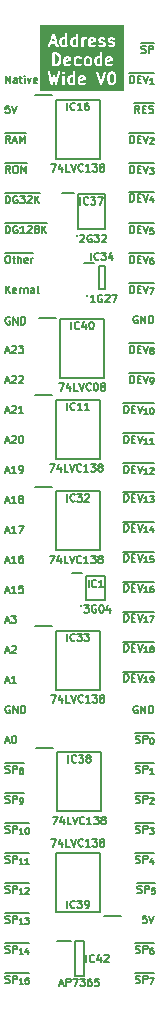
<source format=gbr>
%TF.GenerationSoftware,KiCad,Pcbnew,7.0.5*%
%TF.CreationDate,2023-12-29T16:03:28+02:00*%
%TF.ProjectId,HCP65 MPU Address Decode Wide,48435036-3520-44d5-9055-204164647265,rev?*%
%TF.SameCoordinates,Original*%
%TF.FileFunction,Legend,Top*%
%TF.FilePolarity,Positive*%
%FSLAX46Y46*%
G04 Gerber Fmt 4.6, Leading zero omitted, Abs format (unit mm)*
G04 Created by KiCad (PCBNEW 7.0.5) date 2023-12-29 16:03:28*
%MOMM*%
%LPD*%
G01*
G04 APERTURE LIST*
%ADD10C,0.150000*%
%ADD11C,0.200000*%
G04 APERTURE END LIST*
D10*
X87722636Y-96624534D02*
X88025017Y-96624534D01*
X87662160Y-96805963D02*
X87873826Y-96170963D01*
X87873826Y-96170963D02*
X88085493Y-96805963D01*
X88266922Y-96231439D02*
X88297160Y-96201201D01*
X88297160Y-96201201D02*
X88357636Y-96170963D01*
X88357636Y-96170963D02*
X88508827Y-96170963D01*
X88508827Y-96170963D02*
X88569303Y-96201201D01*
X88569303Y-96201201D02*
X88599541Y-96231439D01*
X88599541Y-96231439D02*
X88629779Y-96291915D01*
X88629779Y-96291915D02*
X88629779Y-96352391D01*
X88629779Y-96352391D02*
X88599541Y-96443105D01*
X88599541Y-96443105D02*
X88236684Y-96805963D01*
X88236684Y-96805963D02*
X88629779Y-96805963D01*
X88841446Y-96170963D02*
X89234541Y-96170963D01*
X89234541Y-96170963D02*
X89022874Y-96412867D01*
X89022874Y-96412867D02*
X89113589Y-96412867D01*
X89113589Y-96412867D02*
X89174065Y-96443105D01*
X89174065Y-96443105D02*
X89204303Y-96473344D01*
X89204303Y-96473344D02*
X89234541Y-96533820D01*
X89234541Y-96533820D02*
X89234541Y-96685010D01*
X89234541Y-96685010D02*
X89204303Y-96745486D01*
X89204303Y-96745486D02*
X89174065Y-96775725D01*
X89174065Y-96775725D02*
X89113589Y-96805963D01*
X89113589Y-96805963D02*
X88932160Y-96805963D01*
X88932160Y-96805963D02*
X88871684Y-96775725D01*
X88871684Y-96775725D02*
X88841446Y-96745486D01*
X87722636Y-129644534D02*
X88025017Y-129644534D01*
X87662160Y-129825963D02*
X87873826Y-129190963D01*
X87873826Y-129190963D02*
X88085493Y-129825963D01*
X88418112Y-129190963D02*
X88478589Y-129190963D01*
X88478589Y-129190963D02*
X88539065Y-129221201D01*
X88539065Y-129221201D02*
X88569303Y-129251439D01*
X88569303Y-129251439D02*
X88599541Y-129311915D01*
X88599541Y-129311915D02*
X88629779Y-129432867D01*
X88629779Y-129432867D02*
X88629779Y-129584058D01*
X88629779Y-129584058D02*
X88599541Y-129705010D01*
X88599541Y-129705010D02*
X88569303Y-129765486D01*
X88569303Y-129765486D02*
X88539065Y-129795725D01*
X88539065Y-129795725D02*
X88478589Y-129825963D01*
X88478589Y-129825963D02*
X88418112Y-129825963D01*
X88418112Y-129825963D02*
X88357636Y-129795725D01*
X88357636Y-129795725D02*
X88327398Y-129765486D01*
X88327398Y-129765486D02*
X88297160Y-129705010D01*
X88297160Y-129705010D02*
X88266922Y-129584058D01*
X88266922Y-129584058D02*
X88266922Y-129432867D01*
X88266922Y-129432867D02*
X88297160Y-129311915D01*
X88297160Y-129311915D02*
X88327398Y-129251439D01*
X88327398Y-129251439D02*
X88357636Y-129221201D01*
X88357636Y-129221201D02*
X88418112Y-129190963D01*
X98755696Y-150115725D02*
X98846410Y-150145963D01*
X98846410Y-150145963D02*
X98997601Y-150145963D01*
X98997601Y-150145963D02*
X99058077Y-150115725D01*
X99058077Y-150115725D02*
X99088315Y-150085486D01*
X99088315Y-150085486D02*
X99118553Y-150025010D01*
X99118553Y-150025010D02*
X99118553Y-149964534D01*
X99118553Y-149964534D02*
X99088315Y-149904058D01*
X99088315Y-149904058D02*
X99058077Y-149873820D01*
X99058077Y-149873820D02*
X98997601Y-149843582D01*
X98997601Y-149843582D02*
X98876648Y-149813344D01*
X98876648Y-149813344D02*
X98816172Y-149783105D01*
X98816172Y-149783105D02*
X98785934Y-149752867D01*
X98785934Y-149752867D02*
X98755696Y-149692391D01*
X98755696Y-149692391D02*
X98755696Y-149631915D01*
X98755696Y-149631915D02*
X98785934Y-149571439D01*
X98785934Y-149571439D02*
X98816172Y-149541201D01*
X98816172Y-149541201D02*
X98876648Y-149510963D01*
X98876648Y-149510963D02*
X99027839Y-149510963D01*
X99027839Y-149510963D02*
X99118553Y-149541201D01*
X99390696Y-150145963D02*
X99390696Y-149510963D01*
X99390696Y-149510963D02*
X99632601Y-149510963D01*
X99632601Y-149510963D02*
X99693077Y-149541201D01*
X99693077Y-149541201D02*
X99723315Y-149571439D01*
X99723315Y-149571439D02*
X99753553Y-149631915D01*
X99753553Y-149631915D02*
X99753553Y-149722629D01*
X99753553Y-149722629D02*
X99723315Y-149783105D01*
X99723315Y-149783105D02*
X99693077Y-149813344D01*
X99693077Y-149813344D02*
X99632601Y-149843582D01*
X99632601Y-149843582D02*
X99390696Y-149843582D01*
X99947077Y-149708115D02*
X100285744Y-149708115D01*
X100285744Y-149708115D02*
X100068029Y-150216115D01*
X98698244Y-149334675D02*
X100294816Y-149334675D01*
X97788076Y-101885963D02*
X97788076Y-101250963D01*
X97788076Y-101250963D02*
X97939266Y-101250963D01*
X97939266Y-101250963D02*
X98029981Y-101281201D01*
X98029981Y-101281201D02*
X98090457Y-101341677D01*
X98090457Y-101341677D02*
X98120695Y-101402153D01*
X98120695Y-101402153D02*
X98150933Y-101523105D01*
X98150933Y-101523105D02*
X98150933Y-101613820D01*
X98150933Y-101613820D02*
X98120695Y-101734772D01*
X98120695Y-101734772D02*
X98090457Y-101795248D01*
X98090457Y-101795248D02*
X98029981Y-101855725D01*
X98029981Y-101855725D02*
X97939266Y-101885963D01*
X97939266Y-101885963D02*
X97788076Y-101885963D01*
X98423076Y-101553344D02*
X98634743Y-101553344D01*
X98725457Y-101885963D02*
X98423076Y-101885963D01*
X98423076Y-101885963D02*
X98423076Y-101250963D01*
X98423076Y-101250963D02*
X98725457Y-101250963D01*
X98906886Y-101250963D02*
X99118552Y-101885963D01*
X99118552Y-101885963D02*
X99330219Y-101250963D01*
X99777743Y-101956115D02*
X99487457Y-101956115D01*
X99632600Y-101956115D02*
X99632600Y-101448115D01*
X99632600Y-101448115D02*
X99584219Y-101520686D01*
X99584219Y-101520686D02*
X99535838Y-101569067D01*
X99535838Y-101569067D02*
X99487457Y-101593258D01*
X100092220Y-101448115D02*
X100140601Y-101448115D01*
X100140601Y-101448115D02*
X100188982Y-101472305D01*
X100188982Y-101472305D02*
X100213172Y-101496496D01*
X100213172Y-101496496D02*
X100237363Y-101544877D01*
X100237363Y-101544877D02*
X100261553Y-101641639D01*
X100261553Y-101641639D02*
X100261553Y-101762591D01*
X100261553Y-101762591D02*
X100237363Y-101859353D01*
X100237363Y-101859353D02*
X100213172Y-101907734D01*
X100213172Y-101907734D02*
X100188982Y-101931925D01*
X100188982Y-101931925D02*
X100140601Y-101956115D01*
X100140601Y-101956115D02*
X100092220Y-101956115D01*
X100092220Y-101956115D02*
X100043839Y-101931925D01*
X100043839Y-101931925D02*
X100019648Y-101907734D01*
X100019648Y-101907734D02*
X99995458Y-101859353D01*
X99995458Y-101859353D02*
X99971267Y-101762591D01*
X99971267Y-101762591D02*
X99971267Y-101641639D01*
X99971267Y-101641639D02*
X99995458Y-101544877D01*
X99995458Y-101544877D02*
X100019648Y-101496496D01*
X100019648Y-101496496D02*
X100043839Y-101472305D01*
X100043839Y-101472305D02*
X100092220Y-101448115D01*
X97700386Y-101074675D02*
X100294816Y-101074675D01*
X87722636Y-142495725D02*
X87813350Y-142525963D01*
X87813350Y-142525963D02*
X87964541Y-142525963D01*
X87964541Y-142525963D02*
X88025017Y-142495725D01*
X88025017Y-142495725D02*
X88055255Y-142465486D01*
X88055255Y-142465486D02*
X88085493Y-142405010D01*
X88085493Y-142405010D02*
X88085493Y-142344534D01*
X88085493Y-142344534D02*
X88055255Y-142284058D01*
X88055255Y-142284058D02*
X88025017Y-142253820D01*
X88025017Y-142253820D02*
X87964541Y-142223582D01*
X87964541Y-142223582D02*
X87843588Y-142193344D01*
X87843588Y-142193344D02*
X87783112Y-142163105D01*
X87783112Y-142163105D02*
X87752874Y-142132867D01*
X87752874Y-142132867D02*
X87722636Y-142072391D01*
X87722636Y-142072391D02*
X87722636Y-142011915D01*
X87722636Y-142011915D02*
X87752874Y-141951439D01*
X87752874Y-141951439D02*
X87783112Y-141921201D01*
X87783112Y-141921201D02*
X87843588Y-141890963D01*
X87843588Y-141890963D02*
X87994779Y-141890963D01*
X87994779Y-141890963D02*
X88085493Y-141921201D01*
X88357636Y-142525963D02*
X88357636Y-141890963D01*
X88357636Y-141890963D02*
X88599541Y-141890963D01*
X88599541Y-141890963D02*
X88660017Y-141921201D01*
X88660017Y-141921201D02*
X88690255Y-141951439D01*
X88690255Y-141951439D02*
X88720493Y-142011915D01*
X88720493Y-142011915D02*
X88720493Y-142102629D01*
X88720493Y-142102629D02*
X88690255Y-142163105D01*
X88690255Y-142163105D02*
X88660017Y-142193344D01*
X88660017Y-142193344D02*
X88599541Y-142223582D01*
X88599541Y-142223582D02*
X88357636Y-142223582D01*
X89228493Y-142596115D02*
X88938207Y-142596115D01*
X89083350Y-142596115D02*
X89083350Y-142088115D01*
X89083350Y-142088115D02*
X89034969Y-142160686D01*
X89034969Y-142160686D02*
X88986588Y-142209067D01*
X88986588Y-142209067D02*
X88938207Y-142233258D01*
X89422017Y-142136496D02*
X89446208Y-142112305D01*
X89446208Y-142112305D02*
X89494589Y-142088115D01*
X89494589Y-142088115D02*
X89615541Y-142088115D01*
X89615541Y-142088115D02*
X89663922Y-142112305D01*
X89663922Y-142112305D02*
X89688113Y-142136496D01*
X89688113Y-142136496D02*
X89712303Y-142184877D01*
X89712303Y-142184877D02*
X89712303Y-142233258D01*
X89712303Y-142233258D02*
X89688113Y-142305829D01*
X89688113Y-142305829D02*
X89397827Y-142596115D01*
X89397827Y-142596115D02*
X89712303Y-142596115D01*
X87665184Y-141714675D02*
X89745566Y-141714675D01*
X99058077Y-76485963D02*
X98846410Y-76183582D01*
X98695220Y-76485963D02*
X98695220Y-75850963D01*
X98695220Y-75850963D02*
X98937125Y-75850963D01*
X98937125Y-75850963D02*
X98997601Y-75881201D01*
X98997601Y-75881201D02*
X99027839Y-75911439D01*
X99027839Y-75911439D02*
X99058077Y-75971915D01*
X99058077Y-75971915D02*
X99058077Y-76062629D01*
X99058077Y-76062629D02*
X99027839Y-76123105D01*
X99027839Y-76123105D02*
X98997601Y-76153344D01*
X98997601Y-76153344D02*
X98937125Y-76183582D01*
X98937125Y-76183582D02*
X98695220Y-76183582D01*
X99330220Y-76153344D02*
X99541887Y-76153344D01*
X99632601Y-76485963D02*
X99330220Y-76485963D01*
X99330220Y-76485963D02*
X99330220Y-75850963D01*
X99330220Y-75850963D02*
X99632601Y-75850963D01*
X99874506Y-76455725D02*
X99965220Y-76485963D01*
X99965220Y-76485963D02*
X100116411Y-76485963D01*
X100116411Y-76485963D02*
X100176887Y-76455725D01*
X100176887Y-76455725D02*
X100207125Y-76425486D01*
X100207125Y-76425486D02*
X100237363Y-76365010D01*
X100237363Y-76365010D02*
X100237363Y-76304534D01*
X100237363Y-76304534D02*
X100207125Y-76244058D01*
X100207125Y-76244058D02*
X100176887Y-76213820D01*
X100176887Y-76213820D02*
X100116411Y-76183582D01*
X100116411Y-76183582D02*
X99995458Y-76153344D01*
X99995458Y-76153344D02*
X99934982Y-76123105D01*
X99934982Y-76123105D02*
X99904744Y-76092867D01*
X99904744Y-76092867D02*
X99874506Y-76032391D01*
X99874506Y-76032391D02*
X99874506Y-75971915D01*
X99874506Y-75971915D02*
X99904744Y-75911439D01*
X99904744Y-75911439D02*
X99934982Y-75881201D01*
X99934982Y-75881201D02*
X99995458Y-75850963D01*
X99995458Y-75850963D02*
X100146649Y-75850963D01*
X100146649Y-75850963D02*
X100237363Y-75881201D01*
X98607530Y-75674675D02*
X100294816Y-75674675D01*
X98271886Y-83978963D02*
X98271886Y-83343963D01*
X98271886Y-83343963D02*
X98423076Y-83343963D01*
X98423076Y-83343963D02*
X98513791Y-83374201D01*
X98513791Y-83374201D02*
X98574267Y-83434677D01*
X98574267Y-83434677D02*
X98604505Y-83495153D01*
X98604505Y-83495153D02*
X98634743Y-83616105D01*
X98634743Y-83616105D02*
X98634743Y-83706820D01*
X98634743Y-83706820D02*
X98604505Y-83827772D01*
X98604505Y-83827772D02*
X98574267Y-83888248D01*
X98574267Y-83888248D02*
X98513791Y-83948725D01*
X98513791Y-83948725D02*
X98423076Y-83978963D01*
X98423076Y-83978963D02*
X98271886Y-83978963D01*
X98906886Y-83646344D02*
X99118553Y-83646344D01*
X99209267Y-83978963D02*
X98906886Y-83978963D01*
X98906886Y-83978963D02*
X98906886Y-83343963D01*
X98906886Y-83343963D02*
X99209267Y-83343963D01*
X99390696Y-83343963D02*
X99602362Y-83978963D01*
X99602362Y-83978963D02*
X99814029Y-83343963D01*
X100213172Y-83710448D02*
X100213172Y-84049115D01*
X100092220Y-83516925D02*
X99971267Y-83879782D01*
X99971267Y-83879782D02*
X100285744Y-83879782D01*
X98184196Y-83167675D02*
X100294816Y-83167675D01*
X98271886Y-73945963D02*
X98271886Y-73310963D01*
X98271886Y-73310963D02*
X98423076Y-73310963D01*
X98423076Y-73310963D02*
X98513791Y-73341201D01*
X98513791Y-73341201D02*
X98574267Y-73401677D01*
X98574267Y-73401677D02*
X98604505Y-73462153D01*
X98604505Y-73462153D02*
X98634743Y-73583105D01*
X98634743Y-73583105D02*
X98634743Y-73673820D01*
X98634743Y-73673820D02*
X98604505Y-73794772D01*
X98604505Y-73794772D02*
X98574267Y-73855248D01*
X98574267Y-73855248D02*
X98513791Y-73915725D01*
X98513791Y-73915725D02*
X98423076Y-73945963D01*
X98423076Y-73945963D02*
X98271886Y-73945963D01*
X98906886Y-73613344D02*
X99118553Y-73613344D01*
X99209267Y-73945963D02*
X98906886Y-73945963D01*
X98906886Y-73945963D02*
X98906886Y-73310963D01*
X98906886Y-73310963D02*
X99209267Y-73310963D01*
X99390696Y-73310963D02*
X99602362Y-73945963D01*
X99602362Y-73945963D02*
X99814029Y-73310963D01*
X100261553Y-74016115D02*
X99971267Y-74016115D01*
X100116410Y-74016115D02*
X100116410Y-73508115D01*
X100116410Y-73508115D02*
X100068029Y-73580686D01*
X100068029Y-73580686D02*
X100019648Y-73629067D01*
X100019648Y-73629067D02*
X99971267Y-73653258D01*
X98184196Y-73134675D02*
X100294816Y-73134675D01*
X87722636Y-101704534D02*
X88025017Y-101704534D01*
X87662160Y-101885963D02*
X87873826Y-101250963D01*
X87873826Y-101250963D02*
X88085493Y-101885963D01*
X88266922Y-101311439D02*
X88297160Y-101281201D01*
X88297160Y-101281201D02*
X88357636Y-101250963D01*
X88357636Y-101250963D02*
X88508827Y-101250963D01*
X88508827Y-101250963D02*
X88569303Y-101281201D01*
X88569303Y-101281201D02*
X88599541Y-101311439D01*
X88599541Y-101311439D02*
X88629779Y-101371915D01*
X88629779Y-101371915D02*
X88629779Y-101432391D01*
X88629779Y-101432391D02*
X88599541Y-101523105D01*
X88599541Y-101523105D02*
X88236684Y-101885963D01*
X88236684Y-101885963D02*
X88629779Y-101885963D01*
X89234541Y-101885963D02*
X88871684Y-101885963D01*
X89053112Y-101885963D02*
X89053112Y-101250963D01*
X89053112Y-101250963D02*
X88992636Y-101341677D01*
X88992636Y-101341677D02*
X88932160Y-101402153D01*
X88932160Y-101402153D02*
X88871684Y-101432391D01*
X98271886Y-89185963D02*
X98271886Y-88550963D01*
X98271886Y-88550963D02*
X98423076Y-88550963D01*
X98423076Y-88550963D02*
X98513791Y-88581201D01*
X98513791Y-88581201D02*
X98574267Y-88641677D01*
X98574267Y-88641677D02*
X98604505Y-88702153D01*
X98604505Y-88702153D02*
X98634743Y-88823105D01*
X98634743Y-88823105D02*
X98634743Y-88913820D01*
X98634743Y-88913820D02*
X98604505Y-89034772D01*
X98604505Y-89034772D02*
X98574267Y-89095248D01*
X98574267Y-89095248D02*
X98513791Y-89155725D01*
X98513791Y-89155725D02*
X98423076Y-89185963D01*
X98423076Y-89185963D02*
X98271886Y-89185963D01*
X98906886Y-88853344D02*
X99118553Y-88853344D01*
X99209267Y-89185963D02*
X98906886Y-89185963D01*
X98906886Y-89185963D02*
X98906886Y-88550963D01*
X98906886Y-88550963D02*
X99209267Y-88550963D01*
X99390696Y-88550963D02*
X99602362Y-89185963D01*
X99602362Y-89185963D02*
X99814029Y-88550963D01*
X100213172Y-88748115D02*
X100116410Y-88748115D01*
X100116410Y-88748115D02*
X100068029Y-88772305D01*
X100068029Y-88772305D02*
X100043839Y-88796496D01*
X100043839Y-88796496D02*
X99995458Y-88869067D01*
X99995458Y-88869067D02*
X99971267Y-88965829D01*
X99971267Y-88965829D02*
X99971267Y-89159353D01*
X99971267Y-89159353D02*
X99995458Y-89207734D01*
X99995458Y-89207734D02*
X100019648Y-89231925D01*
X100019648Y-89231925D02*
X100068029Y-89256115D01*
X100068029Y-89256115D02*
X100164791Y-89256115D01*
X100164791Y-89256115D02*
X100213172Y-89231925D01*
X100213172Y-89231925D02*
X100237363Y-89207734D01*
X100237363Y-89207734D02*
X100261553Y-89159353D01*
X100261553Y-89159353D02*
X100261553Y-89038401D01*
X100261553Y-89038401D02*
X100237363Y-88990020D01*
X100237363Y-88990020D02*
X100213172Y-88965829D01*
X100213172Y-88965829D02*
X100164791Y-88941639D01*
X100164791Y-88941639D02*
X100068029Y-88941639D01*
X100068029Y-88941639D02*
X100019648Y-88965829D01*
X100019648Y-88965829D02*
X99995458Y-88990020D01*
X99995458Y-88990020D02*
X99971267Y-89038401D01*
X98184196Y-88374675D02*
X100294816Y-88374675D01*
X97788076Y-124618963D02*
X97788076Y-123983963D01*
X97788076Y-123983963D02*
X97939266Y-123983963D01*
X97939266Y-123983963D02*
X98029981Y-124014201D01*
X98029981Y-124014201D02*
X98090457Y-124074677D01*
X98090457Y-124074677D02*
X98120695Y-124135153D01*
X98120695Y-124135153D02*
X98150933Y-124256105D01*
X98150933Y-124256105D02*
X98150933Y-124346820D01*
X98150933Y-124346820D02*
X98120695Y-124467772D01*
X98120695Y-124467772D02*
X98090457Y-124528248D01*
X98090457Y-124528248D02*
X98029981Y-124588725D01*
X98029981Y-124588725D02*
X97939266Y-124618963D01*
X97939266Y-124618963D02*
X97788076Y-124618963D01*
X98423076Y-124286344D02*
X98634743Y-124286344D01*
X98725457Y-124618963D02*
X98423076Y-124618963D01*
X98423076Y-124618963D02*
X98423076Y-123983963D01*
X98423076Y-123983963D02*
X98725457Y-123983963D01*
X98906886Y-123983963D02*
X99118552Y-124618963D01*
X99118552Y-124618963D02*
X99330219Y-123983963D01*
X99777743Y-124689115D02*
X99487457Y-124689115D01*
X99632600Y-124689115D02*
X99632600Y-124181115D01*
X99632600Y-124181115D02*
X99584219Y-124253686D01*
X99584219Y-124253686D02*
X99535838Y-124302067D01*
X99535838Y-124302067D02*
X99487457Y-124326258D01*
X100019648Y-124689115D02*
X100116410Y-124689115D01*
X100116410Y-124689115D02*
X100164791Y-124664925D01*
X100164791Y-124664925D02*
X100188982Y-124640734D01*
X100188982Y-124640734D02*
X100237363Y-124568163D01*
X100237363Y-124568163D02*
X100261553Y-124471401D01*
X100261553Y-124471401D02*
X100261553Y-124277877D01*
X100261553Y-124277877D02*
X100237363Y-124229496D01*
X100237363Y-124229496D02*
X100213172Y-124205305D01*
X100213172Y-124205305D02*
X100164791Y-124181115D01*
X100164791Y-124181115D02*
X100068029Y-124181115D01*
X100068029Y-124181115D02*
X100019648Y-124205305D01*
X100019648Y-124205305D02*
X99995458Y-124229496D01*
X99995458Y-124229496D02*
X99971267Y-124277877D01*
X99971267Y-124277877D02*
X99971267Y-124398829D01*
X99971267Y-124398829D02*
X99995458Y-124447210D01*
X99995458Y-124447210D02*
X100019648Y-124471401D01*
X100019648Y-124471401D02*
X100068029Y-124495591D01*
X100068029Y-124495591D02*
X100164791Y-124495591D01*
X100164791Y-124495591D02*
X100213172Y-124471401D01*
X100213172Y-124471401D02*
X100237363Y-124447210D01*
X100237363Y-124447210D02*
X100261553Y-124398829D01*
X97700386Y-123807675D02*
X100294816Y-123807675D01*
X87722636Y-124564534D02*
X88025017Y-124564534D01*
X87662160Y-124745963D02*
X87873826Y-124110963D01*
X87873826Y-124110963D02*
X88085493Y-124745963D01*
X88629779Y-124745963D02*
X88266922Y-124745963D01*
X88448350Y-124745963D02*
X88448350Y-124110963D01*
X88448350Y-124110963D02*
X88387874Y-124201677D01*
X88387874Y-124201677D02*
X88327398Y-124262153D01*
X88327398Y-124262153D02*
X88266922Y-124292391D01*
X87873826Y-88550963D02*
X87994779Y-88550963D01*
X87994779Y-88550963D02*
X88055255Y-88581201D01*
X88055255Y-88581201D02*
X88115731Y-88641677D01*
X88115731Y-88641677D02*
X88145969Y-88762629D01*
X88145969Y-88762629D02*
X88145969Y-88974296D01*
X88145969Y-88974296D02*
X88115731Y-89095248D01*
X88115731Y-89095248D02*
X88055255Y-89155725D01*
X88055255Y-89155725D02*
X87994779Y-89185963D01*
X87994779Y-89185963D02*
X87873826Y-89185963D01*
X87873826Y-89185963D02*
X87813350Y-89155725D01*
X87813350Y-89155725D02*
X87752874Y-89095248D01*
X87752874Y-89095248D02*
X87722636Y-88974296D01*
X87722636Y-88974296D02*
X87722636Y-88762629D01*
X87722636Y-88762629D02*
X87752874Y-88641677D01*
X87752874Y-88641677D02*
X87813350Y-88581201D01*
X87813350Y-88581201D02*
X87873826Y-88550963D01*
X88327398Y-88762629D02*
X88569302Y-88762629D01*
X88418112Y-88550963D02*
X88418112Y-89095248D01*
X88418112Y-89095248D02*
X88448350Y-89155725D01*
X88448350Y-89155725D02*
X88508826Y-89185963D01*
X88508826Y-89185963D02*
X88569302Y-89185963D01*
X88780969Y-89185963D02*
X88780969Y-88550963D01*
X89053112Y-89185963D02*
X89053112Y-88853344D01*
X89053112Y-88853344D02*
X89022874Y-88792867D01*
X89022874Y-88792867D02*
X88962398Y-88762629D01*
X88962398Y-88762629D02*
X88871683Y-88762629D01*
X88871683Y-88762629D02*
X88811207Y-88792867D01*
X88811207Y-88792867D02*
X88780969Y-88823105D01*
X89597398Y-89155725D02*
X89536922Y-89185963D01*
X89536922Y-89185963D02*
X89415969Y-89185963D01*
X89415969Y-89185963D02*
X89355493Y-89155725D01*
X89355493Y-89155725D02*
X89325255Y-89095248D01*
X89325255Y-89095248D02*
X89325255Y-88853344D01*
X89325255Y-88853344D02*
X89355493Y-88792867D01*
X89355493Y-88792867D02*
X89415969Y-88762629D01*
X89415969Y-88762629D02*
X89536922Y-88762629D01*
X89536922Y-88762629D02*
X89597398Y-88792867D01*
X89597398Y-88792867D02*
X89627636Y-88853344D01*
X89627636Y-88853344D02*
X89627636Y-88913820D01*
X89627636Y-88913820D02*
X89325255Y-88974296D01*
X89899779Y-89185963D02*
X89899779Y-88762629D01*
X89899779Y-88883582D02*
X89930017Y-88823105D01*
X89930017Y-88823105D02*
X89960255Y-88792867D01*
X89960255Y-88792867D02*
X90020731Y-88762629D01*
X90020731Y-88762629D02*
X90081208Y-88762629D01*
X87665184Y-88374675D02*
X90078184Y-88374675D01*
X87722636Y-122024534D02*
X88025017Y-122024534D01*
X87662160Y-122205963D02*
X87873826Y-121570963D01*
X87873826Y-121570963D02*
X88085493Y-122205963D01*
X88266922Y-121631439D02*
X88297160Y-121601201D01*
X88297160Y-121601201D02*
X88357636Y-121570963D01*
X88357636Y-121570963D02*
X88508827Y-121570963D01*
X88508827Y-121570963D02*
X88569303Y-121601201D01*
X88569303Y-121601201D02*
X88599541Y-121631439D01*
X88599541Y-121631439D02*
X88629779Y-121691915D01*
X88629779Y-121691915D02*
X88629779Y-121752391D01*
X88629779Y-121752391D02*
X88599541Y-121843105D01*
X88599541Y-121843105D02*
X88236684Y-122205963D01*
X88236684Y-122205963D02*
X88629779Y-122205963D01*
X87722636Y-119484534D02*
X88025017Y-119484534D01*
X87662160Y-119665963D02*
X87873826Y-119030963D01*
X87873826Y-119030963D02*
X88085493Y-119665963D01*
X88236684Y-119030963D02*
X88629779Y-119030963D01*
X88629779Y-119030963D02*
X88418112Y-119272867D01*
X88418112Y-119272867D02*
X88508827Y-119272867D01*
X88508827Y-119272867D02*
X88569303Y-119303105D01*
X88569303Y-119303105D02*
X88599541Y-119333344D01*
X88599541Y-119333344D02*
X88629779Y-119393820D01*
X88629779Y-119393820D02*
X88629779Y-119545010D01*
X88629779Y-119545010D02*
X88599541Y-119605486D01*
X88599541Y-119605486D02*
X88569303Y-119635725D01*
X88569303Y-119635725D02*
X88508827Y-119665963D01*
X88508827Y-119665963D02*
X88327398Y-119665963D01*
X88327398Y-119665963D02*
X88266922Y-119635725D01*
X88266922Y-119635725D02*
X88236684Y-119605486D01*
X98906887Y-93661201D02*
X98846411Y-93630963D01*
X98846411Y-93630963D02*
X98755697Y-93630963D01*
X98755697Y-93630963D02*
X98664982Y-93661201D01*
X98664982Y-93661201D02*
X98604506Y-93721677D01*
X98604506Y-93721677D02*
X98574268Y-93782153D01*
X98574268Y-93782153D02*
X98544030Y-93903105D01*
X98544030Y-93903105D02*
X98544030Y-93993820D01*
X98544030Y-93993820D02*
X98574268Y-94114772D01*
X98574268Y-94114772D02*
X98604506Y-94175248D01*
X98604506Y-94175248D02*
X98664982Y-94235725D01*
X98664982Y-94235725D02*
X98755697Y-94265963D01*
X98755697Y-94265963D02*
X98816173Y-94265963D01*
X98816173Y-94265963D02*
X98906887Y-94235725D01*
X98906887Y-94235725D02*
X98937125Y-94205486D01*
X98937125Y-94205486D02*
X98937125Y-93993820D01*
X98937125Y-93993820D02*
X98816173Y-93993820D01*
X99209268Y-94265963D02*
X99209268Y-93630963D01*
X99209268Y-93630963D02*
X99572125Y-94265963D01*
X99572125Y-94265963D02*
X99572125Y-93630963D01*
X99874506Y-94265963D02*
X99874506Y-93630963D01*
X99874506Y-93630963D02*
X100025696Y-93630963D01*
X100025696Y-93630963D02*
X100116411Y-93661201D01*
X100116411Y-93661201D02*
X100176887Y-93721677D01*
X100176887Y-93721677D02*
X100207125Y-93782153D01*
X100207125Y-93782153D02*
X100237363Y-93903105D01*
X100237363Y-93903105D02*
X100237363Y-93993820D01*
X100237363Y-93993820D02*
X100207125Y-94114772D01*
X100207125Y-94114772D02*
X100176887Y-94175248D01*
X100176887Y-94175248D02*
X100116411Y-94235725D01*
X100116411Y-94235725D02*
X100025696Y-94265963D01*
X100025696Y-94265963D02*
X99874506Y-94265963D01*
X87752874Y-91725963D02*
X87752874Y-91090963D01*
X88115731Y-91725963D02*
X87843588Y-91363105D01*
X88115731Y-91090963D02*
X87752874Y-91453820D01*
X88629779Y-91695725D02*
X88569303Y-91725963D01*
X88569303Y-91725963D02*
X88448350Y-91725963D01*
X88448350Y-91725963D02*
X88387874Y-91695725D01*
X88387874Y-91695725D02*
X88357636Y-91635248D01*
X88357636Y-91635248D02*
X88357636Y-91393344D01*
X88357636Y-91393344D02*
X88387874Y-91332867D01*
X88387874Y-91332867D02*
X88448350Y-91302629D01*
X88448350Y-91302629D02*
X88569303Y-91302629D01*
X88569303Y-91302629D02*
X88629779Y-91332867D01*
X88629779Y-91332867D02*
X88660017Y-91393344D01*
X88660017Y-91393344D02*
X88660017Y-91453820D01*
X88660017Y-91453820D02*
X88357636Y-91514296D01*
X88932160Y-91725963D02*
X88932160Y-91302629D01*
X88932160Y-91423582D02*
X88962398Y-91363105D01*
X88962398Y-91363105D02*
X88992636Y-91332867D01*
X88992636Y-91332867D02*
X89053112Y-91302629D01*
X89053112Y-91302629D02*
X89113589Y-91302629D01*
X89325255Y-91302629D02*
X89325255Y-91725963D01*
X89325255Y-91363105D02*
X89355493Y-91332867D01*
X89355493Y-91332867D02*
X89415969Y-91302629D01*
X89415969Y-91302629D02*
X89506684Y-91302629D01*
X89506684Y-91302629D02*
X89567160Y-91332867D01*
X89567160Y-91332867D02*
X89597398Y-91393344D01*
X89597398Y-91393344D02*
X89597398Y-91725963D01*
X90171922Y-91725963D02*
X90171922Y-91393344D01*
X90171922Y-91393344D02*
X90141684Y-91332867D01*
X90141684Y-91332867D02*
X90081208Y-91302629D01*
X90081208Y-91302629D02*
X89960255Y-91302629D01*
X89960255Y-91302629D02*
X89899779Y-91332867D01*
X90171922Y-91695725D02*
X90111446Y-91725963D01*
X90111446Y-91725963D02*
X89960255Y-91725963D01*
X89960255Y-91725963D02*
X89899779Y-91695725D01*
X89899779Y-91695725D02*
X89869541Y-91635248D01*
X89869541Y-91635248D02*
X89869541Y-91574772D01*
X89869541Y-91574772D02*
X89899779Y-91514296D01*
X89899779Y-91514296D02*
X89960255Y-91484058D01*
X89960255Y-91484058D02*
X90111446Y-91484058D01*
X90111446Y-91484058D02*
X90171922Y-91453820D01*
X90565017Y-91725963D02*
X90504541Y-91695725D01*
X90504541Y-91695725D02*
X90474303Y-91635248D01*
X90474303Y-91635248D02*
X90474303Y-91090963D01*
X98755696Y-134875725D02*
X98846410Y-134905963D01*
X98846410Y-134905963D02*
X98997601Y-134905963D01*
X98997601Y-134905963D02*
X99058077Y-134875725D01*
X99058077Y-134875725D02*
X99088315Y-134845486D01*
X99088315Y-134845486D02*
X99118553Y-134785010D01*
X99118553Y-134785010D02*
X99118553Y-134724534D01*
X99118553Y-134724534D02*
X99088315Y-134664058D01*
X99088315Y-134664058D02*
X99058077Y-134633820D01*
X99058077Y-134633820D02*
X98997601Y-134603582D01*
X98997601Y-134603582D02*
X98876648Y-134573344D01*
X98876648Y-134573344D02*
X98816172Y-134543105D01*
X98816172Y-134543105D02*
X98785934Y-134512867D01*
X98785934Y-134512867D02*
X98755696Y-134452391D01*
X98755696Y-134452391D02*
X98755696Y-134391915D01*
X98755696Y-134391915D02*
X98785934Y-134331439D01*
X98785934Y-134331439D02*
X98816172Y-134301201D01*
X98816172Y-134301201D02*
X98876648Y-134270963D01*
X98876648Y-134270963D02*
X99027839Y-134270963D01*
X99027839Y-134270963D02*
X99118553Y-134301201D01*
X99390696Y-134905963D02*
X99390696Y-134270963D01*
X99390696Y-134270963D02*
X99632601Y-134270963D01*
X99632601Y-134270963D02*
X99693077Y-134301201D01*
X99693077Y-134301201D02*
X99723315Y-134331439D01*
X99723315Y-134331439D02*
X99753553Y-134391915D01*
X99753553Y-134391915D02*
X99753553Y-134482629D01*
X99753553Y-134482629D02*
X99723315Y-134543105D01*
X99723315Y-134543105D02*
X99693077Y-134573344D01*
X99693077Y-134573344D02*
X99632601Y-134603582D01*
X99632601Y-134603582D02*
X99390696Y-134603582D01*
X99971267Y-134516496D02*
X99995458Y-134492305D01*
X99995458Y-134492305D02*
X100043839Y-134468115D01*
X100043839Y-134468115D02*
X100164791Y-134468115D01*
X100164791Y-134468115D02*
X100213172Y-134492305D01*
X100213172Y-134492305D02*
X100237363Y-134516496D01*
X100237363Y-134516496D02*
X100261553Y-134564877D01*
X100261553Y-134564877D02*
X100261553Y-134613258D01*
X100261553Y-134613258D02*
X100237363Y-134685829D01*
X100237363Y-134685829D02*
X99947077Y-134976115D01*
X99947077Y-134976115D02*
X100261553Y-134976115D01*
X98698244Y-134094675D02*
X100294816Y-134094675D01*
X87722636Y-134875725D02*
X87813350Y-134905963D01*
X87813350Y-134905963D02*
X87964541Y-134905963D01*
X87964541Y-134905963D02*
X88025017Y-134875725D01*
X88025017Y-134875725D02*
X88055255Y-134845486D01*
X88055255Y-134845486D02*
X88085493Y-134785010D01*
X88085493Y-134785010D02*
X88085493Y-134724534D01*
X88085493Y-134724534D02*
X88055255Y-134664058D01*
X88055255Y-134664058D02*
X88025017Y-134633820D01*
X88025017Y-134633820D02*
X87964541Y-134603582D01*
X87964541Y-134603582D02*
X87843588Y-134573344D01*
X87843588Y-134573344D02*
X87783112Y-134543105D01*
X87783112Y-134543105D02*
X87752874Y-134512867D01*
X87752874Y-134512867D02*
X87722636Y-134452391D01*
X87722636Y-134452391D02*
X87722636Y-134391915D01*
X87722636Y-134391915D02*
X87752874Y-134331439D01*
X87752874Y-134331439D02*
X87783112Y-134301201D01*
X87783112Y-134301201D02*
X87843588Y-134270963D01*
X87843588Y-134270963D02*
X87994779Y-134270963D01*
X87994779Y-134270963D02*
X88085493Y-134301201D01*
X88357636Y-134905963D02*
X88357636Y-134270963D01*
X88357636Y-134270963D02*
X88599541Y-134270963D01*
X88599541Y-134270963D02*
X88660017Y-134301201D01*
X88660017Y-134301201D02*
X88690255Y-134331439D01*
X88690255Y-134331439D02*
X88720493Y-134391915D01*
X88720493Y-134391915D02*
X88720493Y-134482629D01*
X88720493Y-134482629D02*
X88690255Y-134543105D01*
X88690255Y-134543105D02*
X88660017Y-134573344D01*
X88660017Y-134573344D02*
X88599541Y-134603582D01*
X88599541Y-134603582D02*
X88357636Y-134603582D01*
X88986588Y-134976115D02*
X89083350Y-134976115D01*
X89083350Y-134976115D02*
X89131731Y-134951925D01*
X89131731Y-134951925D02*
X89155922Y-134927734D01*
X89155922Y-134927734D02*
X89204303Y-134855163D01*
X89204303Y-134855163D02*
X89228493Y-134758401D01*
X89228493Y-134758401D02*
X89228493Y-134564877D01*
X89228493Y-134564877D02*
X89204303Y-134516496D01*
X89204303Y-134516496D02*
X89180112Y-134492305D01*
X89180112Y-134492305D02*
X89131731Y-134468115D01*
X89131731Y-134468115D02*
X89034969Y-134468115D01*
X89034969Y-134468115D02*
X88986588Y-134492305D01*
X88986588Y-134492305D02*
X88962398Y-134516496D01*
X88962398Y-134516496D02*
X88938207Y-134564877D01*
X88938207Y-134564877D02*
X88938207Y-134685829D01*
X88938207Y-134685829D02*
X88962398Y-134734210D01*
X88962398Y-134734210D02*
X88986588Y-134758401D01*
X88986588Y-134758401D02*
X89034969Y-134782591D01*
X89034969Y-134782591D02*
X89131731Y-134782591D01*
X89131731Y-134782591D02*
X89180112Y-134758401D01*
X89180112Y-134758401D02*
X89204303Y-134734210D01*
X89204303Y-134734210D02*
X89228493Y-134685829D01*
X87665184Y-134094675D02*
X89261756Y-134094675D01*
X97788076Y-109378963D02*
X97788076Y-108743963D01*
X97788076Y-108743963D02*
X97939266Y-108743963D01*
X97939266Y-108743963D02*
X98029981Y-108774201D01*
X98029981Y-108774201D02*
X98090457Y-108834677D01*
X98090457Y-108834677D02*
X98120695Y-108895153D01*
X98120695Y-108895153D02*
X98150933Y-109016105D01*
X98150933Y-109016105D02*
X98150933Y-109106820D01*
X98150933Y-109106820D02*
X98120695Y-109227772D01*
X98120695Y-109227772D02*
X98090457Y-109288248D01*
X98090457Y-109288248D02*
X98029981Y-109348725D01*
X98029981Y-109348725D02*
X97939266Y-109378963D01*
X97939266Y-109378963D02*
X97788076Y-109378963D01*
X98423076Y-109046344D02*
X98634743Y-109046344D01*
X98725457Y-109378963D02*
X98423076Y-109378963D01*
X98423076Y-109378963D02*
X98423076Y-108743963D01*
X98423076Y-108743963D02*
X98725457Y-108743963D01*
X98906886Y-108743963D02*
X99118552Y-109378963D01*
X99118552Y-109378963D02*
X99330219Y-108743963D01*
X99777743Y-109449115D02*
X99487457Y-109449115D01*
X99632600Y-109449115D02*
X99632600Y-108941115D01*
X99632600Y-108941115D02*
X99584219Y-109013686D01*
X99584219Y-109013686D02*
X99535838Y-109062067D01*
X99535838Y-109062067D02*
X99487457Y-109086258D01*
X99947077Y-108941115D02*
X100261553Y-108941115D01*
X100261553Y-108941115D02*
X100092220Y-109134639D01*
X100092220Y-109134639D02*
X100164791Y-109134639D01*
X100164791Y-109134639D02*
X100213172Y-109158829D01*
X100213172Y-109158829D02*
X100237363Y-109183020D01*
X100237363Y-109183020D02*
X100261553Y-109231401D01*
X100261553Y-109231401D02*
X100261553Y-109352353D01*
X100261553Y-109352353D02*
X100237363Y-109400734D01*
X100237363Y-109400734D02*
X100213172Y-109424925D01*
X100213172Y-109424925D02*
X100164791Y-109449115D01*
X100164791Y-109449115D02*
X100019648Y-109449115D01*
X100019648Y-109449115D02*
X99971267Y-109424925D01*
X99971267Y-109424925D02*
X99947077Y-109400734D01*
X97700386Y-108567675D02*
X100294816Y-108567675D01*
X87752874Y-86645963D02*
X87752874Y-86010963D01*
X87752874Y-86010963D02*
X87904064Y-86010963D01*
X87904064Y-86010963D02*
X87994779Y-86041201D01*
X87994779Y-86041201D02*
X88055255Y-86101677D01*
X88055255Y-86101677D02*
X88085493Y-86162153D01*
X88085493Y-86162153D02*
X88115731Y-86283105D01*
X88115731Y-86283105D02*
X88115731Y-86373820D01*
X88115731Y-86373820D02*
X88085493Y-86494772D01*
X88085493Y-86494772D02*
X88055255Y-86555248D01*
X88055255Y-86555248D02*
X87994779Y-86615725D01*
X87994779Y-86615725D02*
X87904064Y-86645963D01*
X87904064Y-86645963D02*
X87752874Y-86645963D01*
X88720493Y-86041201D02*
X88660017Y-86010963D01*
X88660017Y-86010963D02*
X88569303Y-86010963D01*
X88569303Y-86010963D02*
X88478588Y-86041201D01*
X88478588Y-86041201D02*
X88418112Y-86101677D01*
X88418112Y-86101677D02*
X88387874Y-86162153D01*
X88387874Y-86162153D02*
X88357636Y-86283105D01*
X88357636Y-86283105D02*
X88357636Y-86373820D01*
X88357636Y-86373820D02*
X88387874Y-86494772D01*
X88387874Y-86494772D02*
X88418112Y-86555248D01*
X88418112Y-86555248D02*
X88478588Y-86615725D01*
X88478588Y-86615725D02*
X88569303Y-86645963D01*
X88569303Y-86645963D02*
X88629779Y-86645963D01*
X88629779Y-86645963D02*
X88720493Y-86615725D01*
X88720493Y-86615725D02*
X88750731Y-86585486D01*
X88750731Y-86585486D02*
X88750731Y-86373820D01*
X88750731Y-86373820D02*
X88629779Y-86373820D01*
X89355493Y-86645963D02*
X88992636Y-86645963D01*
X89174064Y-86645963D02*
X89174064Y-86010963D01*
X89174064Y-86010963D02*
X89113588Y-86101677D01*
X89113588Y-86101677D02*
X89053112Y-86162153D01*
X89053112Y-86162153D02*
X88992636Y-86192391D01*
X89597398Y-86071439D02*
X89627636Y-86041201D01*
X89627636Y-86041201D02*
X89688112Y-86010963D01*
X89688112Y-86010963D02*
X89839303Y-86010963D01*
X89839303Y-86010963D02*
X89899779Y-86041201D01*
X89899779Y-86041201D02*
X89930017Y-86071439D01*
X89930017Y-86071439D02*
X89960255Y-86131915D01*
X89960255Y-86131915D02*
X89960255Y-86192391D01*
X89960255Y-86192391D02*
X89930017Y-86283105D01*
X89930017Y-86283105D02*
X89567160Y-86645963D01*
X89567160Y-86645963D02*
X89960255Y-86645963D01*
X90323112Y-86283105D02*
X90262636Y-86252867D01*
X90262636Y-86252867D02*
X90232398Y-86222629D01*
X90232398Y-86222629D02*
X90202160Y-86162153D01*
X90202160Y-86162153D02*
X90202160Y-86131915D01*
X90202160Y-86131915D02*
X90232398Y-86071439D01*
X90232398Y-86071439D02*
X90262636Y-86041201D01*
X90262636Y-86041201D02*
X90323112Y-86010963D01*
X90323112Y-86010963D02*
X90444065Y-86010963D01*
X90444065Y-86010963D02*
X90504541Y-86041201D01*
X90504541Y-86041201D02*
X90534779Y-86071439D01*
X90534779Y-86071439D02*
X90565017Y-86131915D01*
X90565017Y-86131915D02*
X90565017Y-86162153D01*
X90565017Y-86162153D02*
X90534779Y-86222629D01*
X90534779Y-86222629D02*
X90504541Y-86252867D01*
X90504541Y-86252867D02*
X90444065Y-86283105D01*
X90444065Y-86283105D02*
X90323112Y-86283105D01*
X90323112Y-86283105D02*
X90262636Y-86313344D01*
X90262636Y-86313344D02*
X90232398Y-86343582D01*
X90232398Y-86343582D02*
X90202160Y-86404058D01*
X90202160Y-86404058D02*
X90202160Y-86525010D01*
X90202160Y-86525010D02*
X90232398Y-86585486D01*
X90232398Y-86585486D02*
X90262636Y-86615725D01*
X90262636Y-86615725D02*
X90323112Y-86645963D01*
X90323112Y-86645963D02*
X90444065Y-86645963D01*
X90444065Y-86645963D02*
X90504541Y-86615725D01*
X90504541Y-86615725D02*
X90534779Y-86585486D01*
X90534779Y-86585486D02*
X90565017Y-86525010D01*
X90565017Y-86525010D02*
X90565017Y-86404058D01*
X90565017Y-86404058D02*
X90534779Y-86343582D01*
X90534779Y-86343582D02*
X90504541Y-86313344D01*
X90504541Y-86313344D02*
X90444065Y-86283105D01*
X90837160Y-86645963D02*
X90837160Y-86010963D01*
X91200017Y-86645963D02*
X90927874Y-86283105D01*
X91200017Y-86010963D02*
X90837160Y-86373820D01*
X87665184Y-85834675D02*
X91257470Y-85834675D01*
X88115731Y-81565963D02*
X87904064Y-81263582D01*
X87752874Y-81565963D02*
X87752874Y-80930963D01*
X87752874Y-80930963D02*
X87994779Y-80930963D01*
X87994779Y-80930963D02*
X88055255Y-80961201D01*
X88055255Y-80961201D02*
X88085493Y-80991439D01*
X88085493Y-80991439D02*
X88115731Y-81051915D01*
X88115731Y-81051915D02*
X88115731Y-81142629D01*
X88115731Y-81142629D02*
X88085493Y-81203105D01*
X88085493Y-81203105D02*
X88055255Y-81233344D01*
X88055255Y-81233344D02*
X87994779Y-81263582D01*
X87994779Y-81263582D02*
X87752874Y-81263582D01*
X88508826Y-80930963D02*
X88629779Y-80930963D01*
X88629779Y-80930963D02*
X88690255Y-80961201D01*
X88690255Y-80961201D02*
X88750731Y-81021677D01*
X88750731Y-81021677D02*
X88780969Y-81142629D01*
X88780969Y-81142629D02*
X88780969Y-81354296D01*
X88780969Y-81354296D02*
X88750731Y-81475248D01*
X88750731Y-81475248D02*
X88690255Y-81535725D01*
X88690255Y-81535725D02*
X88629779Y-81565963D01*
X88629779Y-81565963D02*
X88508826Y-81565963D01*
X88508826Y-81565963D02*
X88448350Y-81535725D01*
X88448350Y-81535725D02*
X88387874Y-81475248D01*
X88387874Y-81475248D02*
X88357636Y-81354296D01*
X88357636Y-81354296D02*
X88357636Y-81142629D01*
X88357636Y-81142629D02*
X88387874Y-81021677D01*
X88387874Y-81021677D02*
X88448350Y-80961201D01*
X88448350Y-80961201D02*
X88508826Y-80930963D01*
X89053112Y-81565963D02*
X89053112Y-80930963D01*
X89053112Y-80930963D02*
X89264779Y-81384534D01*
X89264779Y-81384534D02*
X89476445Y-80930963D01*
X89476445Y-80930963D02*
X89476445Y-81565963D01*
X87665184Y-80754675D02*
X89564136Y-80754675D01*
X87722636Y-145035725D02*
X87813350Y-145065963D01*
X87813350Y-145065963D02*
X87964541Y-145065963D01*
X87964541Y-145065963D02*
X88025017Y-145035725D01*
X88025017Y-145035725D02*
X88055255Y-145005486D01*
X88055255Y-145005486D02*
X88085493Y-144945010D01*
X88085493Y-144945010D02*
X88085493Y-144884534D01*
X88085493Y-144884534D02*
X88055255Y-144824058D01*
X88055255Y-144824058D02*
X88025017Y-144793820D01*
X88025017Y-144793820D02*
X87964541Y-144763582D01*
X87964541Y-144763582D02*
X87843588Y-144733344D01*
X87843588Y-144733344D02*
X87783112Y-144703105D01*
X87783112Y-144703105D02*
X87752874Y-144672867D01*
X87752874Y-144672867D02*
X87722636Y-144612391D01*
X87722636Y-144612391D02*
X87722636Y-144551915D01*
X87722636Y-144551915D02*
X87752874Y-144491439D01*
X87752874Y-144491439D02*
X87783112Y-144461201D01*
X87783112Y-144461201D02*
X87843588Y-144430963D01*
X87843588Y-144430963D02*
X87994779Y-144430963D01*
X87994779Y-144430963D02*
X88085493Y-144461201D01*
X88357636Y-145065963D02*
X88357636Y-144430963D01*
X88357636Y-144430963D02*
X88599541Y-144430963D01*
X88599541Y-144430963D02*
X88660017Y-144461201D01*
X88660017Y-144461201D02*
X88690255Y-144491439D01*
X88690255Y-144491439D02*
X88720493Y-144551915D01*
X88720493Y-144551915D02*
X88720493Y-144642629D01*
X88720493Y-144642629D02*
X88690255Y-144703105D01*
X88690255Y-144703105D02*
X88660017Y-144733344D01*
X88660017Y-144733344D02*
X88599541Y-144763582D01*
X88599541Y-144763582D02*
X88357636Y-144763582D01*
X89228493Y-145136115D02*
X88938207Y-145136115D01*
X89083350Y-145136115D02*
X89083350Y-144628115D01*
X89083350Y-144628115D02*
X89034969Y-144700686D01*
X89034969Y-144700686D02*
X88986588Y-144749067D01*
X88986588Y-144749067D02*
X88938207Y-144773258D01*
X89397827Y-144628115D02*
X89712303Y-144628115D01*
X89712303Y-144628115D02*
X89542970Y-144821639D01*
X89542970Y-144821639D02*
X89615541Y-144821639D01*
X89615541Y-144821639D02*
X89663922Y-144845829D01*
X89663922Y-144845829D02*
X89688113Y-144870020D01*
X89688113Y-144870020D02*
X89712303Y-144918401D01*
X89712303Y-144918401D02*
X89712303Y-145039353D01*
X89712303Y-145039353D02*
X89688113Y-145087734D01*
X89688113Y-145087734D02*
X89663922Y-145111925D01*
X89663922Y-145111925D02*
X89615541Y-145136115D01*
X89615541Y-145136115D02*
X89470398Y-145136115D01*
X89470398Y-145136115D02*
X89422017Y-145111925D01*
X89422017Y-145111925D02*
X89397827Y-145087734D01*
X87665184Y-144254675D02*
X89745566Y-144254675D01*
X98906887Y-126681201D02*
X98846411Y-126650963D01*
X98846411Y-126650963D02*
X98755697Y-126650963D01*
X98755697Y-126650963D02*
X98664982Y-126681201D01*
X98664982Y-126681201D02*
X98604506Y-126741677D01*
X98604506Y-126741677D02*
X98574268Y-126802153D01*
X98574268Y-126802153D02*
X98544030Y-126923105D01*
X98544030Y-126923105D02*
X98544030Y-127013820D01*
X98544030Y-127013820D02*
X98574268Y-127134772D01*
X98574268Y-127134772D02*
X98604506Y-127195248D01*
X98604506Y-127195248D02*
X98664982Y-127255725D01*
X98664982Y-127255725D02*
X98755697Y-127285963D01*
X98755697Y-127285963D02*
X98816173Y-127285963D01*
X98816173Y-127285963D02*
X98906887Y-127255725D01*
X98906887Y-127255725D02*
X98937125Y-127225486D01*
X98937125Y-127225486D02*
X98937125Y-127013820D01*
X98937125Y-127013820D02*
X98816173Y-127013820D01*
X99209268Y-127285963D02*
X99209268Y-126650963D01*
X99209268Y-126650963D02*
X99572125Y-127285963D01*
X99572125Y-127285963D02*
X99572125Y-126650963D01*
X99874506Y-127285963D02*
X99874506Y-126650963D01*
X99874506Y-126650963D02*
X100025696Y-126650963D01*
X100025696Y-126650963D02*
X100116411Y-126681201D01*
X100116411Y-126681201D02*
X100176887Y-126741677D01*
X100176887Y-126741677D02*
X100207125Y-126802153D01*
X100207125Y-126802153D02*
X100237363Y-126923105D01*
X100237363Y-126923105D02*
X100237363Y-127013820D01*
X100237363Y-127013820D02*
X100207125Y-127134772D01*
X100207125Y-127134772D02*
X100176887Y-127195248D01*
X100176887Y-127195248D02*
X100116411Y-127255725D01*
X100116411Y-127255725D02*
X100025696Y-127285963D01*
X100025696Y-127285963D02*
X99874506Y-127285963D01*
X98755696Y-147575725D02*
X98846410Y-147605963D01*
X98846410Y-147605963D02*
X98997601Y-147605963D01*
X98997601Y-147605963D02*
X99058077Y-147575725D01*
X99058077Y-147575725D02*
X99088315Y-147545486D01*
X99088315Y-147545486D02*
X99118553Y-147485010D01*
X99118553Y-147485010D02*
X99118553Y-147424534D01*
X99118553Y-147424534D02*
X99088315Y-147364058D01*
X99088315Y-147364058D02*
X99058077Y-147333820D01*
X99058077Y-147333820D02*
X98997601Y-147303582D01*
X98997601Y-147303582D02*
X98876648Y-147273344D01*
X98876648Y-147273344D02*
X98816172Y-147243105D01*
X98816172Y-147243105D02*
X98785934Y-147212867D01*
X98785934Y-147212867D02*
X98755696Y-147152391D01*
X98755696Y-147152391D02*
X98755696Y-147091915D01*
X98755696Y-147091915D02*
X98785934Y-147031439D01*
X98785934Y-147031439D02*
X98816172Y-147001201D01*
X98816172Y-147001201D02*
X98876648Y-146970963D01*
X98876648Y-146970963D02*
X99027839Y-146970963D01*
X99027839Y-146970963D02*
X99118553Y-147001201D01*
X99390696Y-147605963D02*
X99390696Y-146970963D01*
X99390696Y-146970963D02*
X99632601Y-146970963D01*
X99632601Y-146970963D02*
X99693077Y-147001201D01*
X99693077Y-147001201D02*
X99723315Y-147031439D01*
X99723315Y-147031439D02*
X99753553Y-147091915D01*
X99753553Y-147091915D02*
X99753553Y-147182629D01*
X99753553Y-147182629D02*
X99723315Y-147243105D01*
X99723315Y-147243105D02*
X99693077Y-147273344D01*
X99693077Y-147273344D02*
X99632601Y-147303582D01*
X99632601Y-147303582D02*
X99390696Y-147303582D01*
X100213172Y-147168115D02*
X100116410Y-147168115D01*
X100116410Y-147168115D02*
X100068029Y-147192305D01*
X100068029Y-147192305D02*
X100043839Y-147216496D01*
X100043839Y-147216496D02*
X99995458Y-147289067D01*
X99995458Y-147289067D02*
X99971267Y-147385829D01*
X99971267Y-147385829D02*
X99971267Y-147579353D01*
X99971267Y-147579353D02*
X99995458Y-147627734D01*
X99995458Y-147627734D02*
X100019648Y-147651925D01*
X100019648Y-147651925D02*
X100068029Y-147676115D01*
X100068029Y-147676115D02*
X100164791Y-147676115D01*
X100164791Y-147676115D02*
X100213172Y-147651925D01*
X100213172Y-147651925D02*
X100237363Y-147627734D01*
X100237363Y-147627734D02*
X100261553Y-147579353D01*
X100261553Y-147579353D02*
X100261553Y-147458401D01*
X100261553Y-147458401D02*
X100237363Y-147410020D01*
X100237363Y-147410020D02*
X100213172Y-147385829D01*
X100213172Y-147385829D02*
X100164791Y-147361639D01*
X100164791Y-147361639D02*
X100068029Y-147361639D01*
X100068029Y-147361639D02*
X100019648Y-147385829D01*
X100019648Y-147385829D02*
X99995458Y-147410020D01*
X99995458Y-147410020D02*
X99971267Y-147458401D01*
X98698244Y-146794675D02*
X100294816Y-146794675D01*
X87722636Y-139955725D02*
X87813350Y-139985963D01*
X87813350Y-139985963D02*
X87964541Y-139985963D01*
X87964541Y-139985963D02*
X88025017Y-139955725D01*
X88025017Y-139955725D02*
X88055255Y-139925486D01*
X88055255Y-139925486D02*
X88085493Y-139865010D01*
X88085493Y-139865010D02*
X88085493Y-139804534D01*
X88085493Y-139804534D02*
X88055255Y-139744058D01*
X88055255Y-139744058D02*
X88025017Y-139713820D01*
X88025017Y-139713820D02*
X87964541Y-139683582D01*
X87964541Y-139683582D02*
X87843588Y-139653344D01*
X87843588Y-139653344D02*
X87783112Y-139623105D01*
X87783112Y-139623105D02*
X87752874Y-139592867D01*
X87752874Y-139592867D02*
X87722636Y-139532391D01*
X87722636Y-139532391D02*
X87722636Y-139471915D01*
X87722636Y-139471915D02*
X87752874Y-139411439D01*
X87752874Y-139411439D02*
X87783112Y-139381201D01*
X87783112Y-139381201D02*
X87843588Y-139350963D01*
X87843588Y-139350963D02*
X87994779Y-139350963D01*
X87994779Y-139350963D02*
X88085493Y-139381201D01*
X88357636Y-139985963D02*
X88357636Y-139350963D01*
X88357636Y-139350963D02*
X88599541Y-139350963D01*
X88599541Y-139350963D02*
X88660017Y-139381201D01*
X88660017Y-139381201D02*
X88690255Y-139411439D01*
X88690255Y-139411439D02*
X88720493Y-139471915D01*
X88720493Y-139471915D02*
X88720493Y-139562629D01*
X88720493Y-139562629D02*
X88690255Y-139623105D01*
X88690255Y-139623105D02*
X88660017Y-139653344D01*
X88660017Y-139653344D02*
X88599541Y-139683582D01*
X88599541Y-139683582D02*
X88357636Y-139683582D01*
X89228493Y-140056115D02*
X88938207Y-140056115D01*
X89083350Y-140056115D02*
X89083350Y-139548115D01*
X89083350Y-139548115D02*
X89034969Y-139620686D01*
X89034969Y-139620686D02*
X88986588Y-139669067D01*
X88986588Y-139669067D02*
X88938207Y-139693258D01*
X89712303Y-140056115D02*
X89422017Y-140056115D01*
X89567160Y-140056115D02*
X89567160Y-139548115D01*
X89567160Y-139548115D02*
X89518779Y-139620686D01*
X89518779Y-139620686D02*
X89470398Y-139669067D01*
X89470398Y-139669067D02*
X89422017Y-139693258D01*
X87665184Y-139174675D02*
X89745566Y-139174675D01*
X98271886Y-99345963D02*
X98271886Y-98710963D01*
X98271886Y-98710963D02*
X98423076Y-98710963D01*
X98423076Y-98710963D02*
X98513791Y-98741201D01*
X98513791Y-98741201D02*
X98574267Y-98801677D01*
X98574267Y-98801677D02*
X98604505Y-98862153D01*
X98604505Y-98862153D02*
X98634743Y-98983105D01*
X98634743Y-98983105D02*
X98634743Y-99073820D01*
X98634743Y-99073820D02*
X98604505Y-99194772D01*
X98604505Y-99194772D02*
X98574267Y-99255248D01*
X98574267Y-99255248D02*
X98513791Y-99315725D01*
X98513791Y-99315725D02*
X98423076Y-99345963D01*
X98423076Y-99345963D02*
X98271886Y-99345963D01*
X98906886Y-99013344D02*
X99118553Y-99013344D01*
X99209267Y-99345963D02*
X98906886Y-99345963D01*
X98906886Y-99345963D02*
X98906886Y-98710963D01*
X98906886Y-98710963D02*
X99209267Y-98710963D01*
X99390696Y-98710963D02*
X99602362Y-99345963D01*
X99602362Y-99345963D02*
X99814029Y-98710963D01*
X100019648Y-99416115D02*
X100116410Y-99416115D01*
X100116410Y-99416115D02*
X100164791Y-99391925D01*
X100164791Y-99391925D02*
X100188982Y-99367734D01*
X100188982Y-99367734D02*
X100237363Y-99295163D01*
X100237363Y-99295163D02*
X100261553Y-99198401D01*
X100261553Y-99198401D02*
X100261553Y-99004877D01*
X100261553Y-99004877D02*
X100237363Y-98956496D01*
X100237363Y-98956496D02*
X100213172Y-98932305D01*
X100213172Y-98932305D02*
X100164791Y-98908115D01*
X100164791Y-98908115D02*
X100068029Y-98908115D01*
X100068029Y-98908115D02*
X100019648Y-98932305D01*
X100019648Y-98932305D02*
X99995458Y-98956496D01*
X99995458Y-98956496D02*
X99971267Y-99004877D01*
X99971267Y-99004877D02*
X99971267Y-99125829D01*
X99971267Y-99125829D02*
X99995458Y-99174210D01*
X99995458Y-99174210D02*
X100019648Y-99198401D01*
X100019648Y-99198401D02*
X100068029Y-99222591D01*
X100068029Y-99222591D02*
X100164791Y-99222591D01*
X100164791Y-99222591D02*
X100213172Y-99198401D01*
X100213172Y-99198401D02*
X100237363Y-99174210D01*
X100237363Y-99174210D02*
X100261553Y-99125829D01*
X98184196Y-98534675D02*
X100294816Y-98534675D01*
X97788076Y-122078963D02*
X97788076Y-121443963D01*
X97788076Y-121443963D02*
X97939266Y-121443963D01*
X97939266Y-121443963D02*
X98029981Y-121474201D01*
X98029981Y-121474201D02*
X98090457Y-121534677D01*
X98090457Y-121534677D02*
X98120695Y-121595153D01*
X98120695Y-121595153D02*
X98150933Y-121716105D01*
X98150933Y-121716105D02*
X98150933Y-121806820D01*
X98150933Y-121806820D02*
X98120695Y-121927772D01*
X98120695Y-121927772D02*
X98090457Y-121988248D01*
X98090457Y-121988248D02*
X98029981Y-122048725D01*
X98029981Y-122048725D02*
X97939266Y-122078963D01*
X97939266Y-122078963D02*
X97788076Y-122078963D01*
X98423076Y-121746344D02*
X98634743Y-121746344D01*
X98725457Y-122078963D02*
X98423076Y-122078963D01*
X98423076Y-122078963D02*
X98423076Y-121443963D01*
X98423076Y-121443963D02*
X98725457Y-121443963D01*
X98906886Y-121443963D02*
X99118552Y-122078963D01*
X99118552Y-122078963D02*
X99330219Y-121443963D01*
X99777743Y-122149115D02*
X99487457Y-122149115D01*
X99632600Y-122149115D02*
X99632600Y-121641115D01*
X99632600Y-121641115D02*
X99584219Y-121713686D01*
X99584219Y-121713686D02*
X99535838Y-121762067D01*
X99535838Y-121762067D02*
X99487457Y-121786258D01*
X100068029Y-121858829D02*
X100019648Y-121834639D01*
X100019648Y-121834639D02*
X99995458Y-121810448D01*
X99995458Y-121810448D02*
X99971267Y-121762067D01*
X99971267Y-121762067D02*
X99971267Y-121737877D01*
X99971267Y-121737877D02*
X99995458Y-121689496D01*
X99995458Y-121689496D02*
X100019648Y-121665305D01*
X100019648Y-121665305D02*
X100068029Y-121641115D01*
X100068029Y-121641115D02*
X100164791Y-121641115D01*
X100164791Y-121641115D02*
X100213172Y-121665305D01*
X100213172Y-121665305D02*
X100237363Y-121689496D01*
X100237363Y-121689496D02*
X100261553Y-121737877D01*
X100261553Y-121737877D02*
X100261553Y-121762067D01*
X100261553Y-121762067D02*
X100237363Y-121810448D01*
X100237363Y-121810448D02*
X100213172Y-121834639D01*
X100213172Y-121834639D02*
X100164791Y-121858829D01*
X100164791Y-121858829D02*
X100068029Y-121858829D01*
X100068029Y-121858829D02*
X100019648Y-121883020D01*
X100019648Y-121883020D02*
X99995458Y-121907210D01*
X99995458Y-121907210D02*
X99971267Y-121955591D01*
X99971267Y-121955591D02*
X99971267Y-122052353D01*
X99971267Y-122052353D02*
X99995458Y-122100734D01*
X99995458Y-122100734D02*
X100019648Y-122124925D01*
X100019648Y-122124925D02*
X100068029Y-122149115D01*
X100068029Y-122149115D02*
X100164791Y-122149115D01*
X100164791Y-122149115D02*
X100213172Y-122124925D01*
X100213172Y-122124925D02*
X100237363Y-122100734D01*
X100237363Y-122100734D02*
X100261553Y-122052353D01*
X100261553Y-122052353D02*
X100261553Y-121955591D01*
X100261553Y-121955591D02*
X100237363Y-121907210D01*
X100237363Y-121907210D02*
X100213172Y-121883020D01*
X100213172Y-121883020D02*
X100164791Y-121858829D01*
X97700386Y-121267675D02*
X100294816Y-121267675D01*
X87722636Y-150115725D02*
X87813350Y-150145963D01*
X87813350Y-150145963D02*
X87964541Y-150145963D01*
X87964541Y-150145963D02*
X88025017Y-150115725D01*
X88025017Y-150115725D02*
X88055255Y-150085486D01*
X88055255Y-150085486D02*
X88085493Y-150025010D01*
X88085493Y-150025010D02*
X88085493Y-149964534D01*
X88085493Y-149964534D02*
X88055255Y-149904058D01*
X88055255Y-149904058D02*
X88025017Y-149873820D01*
X88025017Y-149873820D02*
X87964541Y-149843582D01*
X87964541Y-149843582D02*
X87843588Y-149813344D01*
X87843588Y-149813344D02*
X87783112Y-149783105D01*
X87783112Y-149783105D02*
X87752874Y-149752867D01*
X87752874Y-149752867D02*
X87722636Y-149692391D01*
X87722636Y-149692391D02*
X87722636Y-149631915D01*
X87722636Y-149631915D02*
X87752874Y-149571439D01*
X87752874Y-149571439D02*
X87783112Y-149541201D01*
X87783112Y-149541201D02*
X87843588Y-149510963D01*
X87843588Y-149510963D02*
X87994779Y-149510963D01*
X87994779Y-149510963D02*
X88085493Y-149541201D01*
X88357636Y-150145963D02*
X88357636Y-149510963D01*
X88357636Y-149510963D02*
X88599541Y-149510963D01*
X88599541Y-149510963D02*
X88660017Y-149541201D01*
X88660017Y-149541201D02*
X88690255Y-149571439D01*
X88690255Y-149571439D02*
X88720493Y-149631915D01*
X88720493Y-149631915D02*
X88720493Y-149722629D01*
X88720493Y-149722629D02*
X88690255Y-149783105D01*
X88690255Y-149783105D02*
X88660017Y-149813344D01*
X88660017Y-149813344D02*
X88599541Y-149843582D01*
X88599541Y-149843582D02*
X88357636Y-149843582D01*
X89228493Y-150216115D02*
X88938207Y-150216115D01*
X89083350Y-150216115D02*
X89083350Y-149708115D01*
X89083350Y-149708115D02*
X89034969Y-149780686D01*
X89034969Y-149780686D02*
X88986588Y-149829067D01*
X88986588Y-149829067D02*
X88938207Y-149853258D01*
X89688113Y-149708115D02*
X89446208Y-149708115D01*
X89446208Y-149708115D02*
X89422017Y-149950020D01*
X89422017Y-149950020D02*
X89446208Y-149925829D01*
X89446208Y-149925829D02*
X89494589Y-149901639D01*
X89494589Y-149901639D02*
X89615541Y-149901639D01*
X89615541Y-149901639D02*
X89663922Y-149925829D01*
X89663922Y-149925829D02*
X89688113Y-149950020D01*
X89688113Y-149950020D02*
X89712303Y-149998401D01*
X89712303Y-149998401D02*
X89712303Y-150119353D01*
X89712303Y-150119353D02*
X89688113Y-150167734D01*
X89688113Y-150167734D02*
X89663922Y-150191925D01*
X89663922Y-150191925D02*
X89615541Y-150216115D01*
X89615541Y-150216115D02*
X89494589Y-150216115D01*
X89494589Y-150216115D02*
X89446208Y-150191925D01*
X89446208Y-150191925D02*
X89422017Y-150167734D01*
X87665184Y-149334675D02*
X89745566Y-149334675D01*
X98271886Y-86645963D02*
X98271886Y-86010963D01*
X98271886Y-86010963D02*
X98423076Y-86010963D01*
X98423076Y-86010963D02*
X98513791Y-86041201D01*
X98513791Y-86041201D02*
X98574267Y-86101677D01*
X98574267Y-86101677D02*
X98604505Y-86162153D01*
X98604505Y-86162153D02*
X98634743Y-86283105D01*
X98634743Y-86283105D02*
X98634743Y-86373820D01*
X98634743Y-86373820D02*
X98604505Y-86494772D01*
X98604505Y-86494772D02*
X98574267Y-86555248D01*
X98574267Y-86555248D02*
X98513791Y-86615725D01*
X98513791Y-86615725D02*
X98423076Y-86645963D01*
X98423076Y-86645963D02*
X98271886Y-86645963D01*
X98906886Y-86313344D02*
X99118553Y-86313344D01*
X99209267Y-86645963D02*
X98906886Y-86645963D01*
X98906886Y-86645963D02*
X98906886Y-86010963D01*
X98906886Y-86010963D02*
X99209267Y-86010963D01*
X99390696Y-86010963D02*
X99602362Y-86645963D01*
X99602362Y-86645963D02*
X99814029Y-86010963D01*
X100237363Y-86208115D02*
X99995458Y-86208115D01*
X99995458Y-86208115D02*
X99971267Y-86450020D01*
X99971267Y-86450020D02*
X99995458Y-86425829D01*
X99995458Y-86425829D02*
X100043839Y-86401639D01*
X100043839Y-86401639D02*
X100164791Y-86401639D01*
X100164791Y-86401639D02*
X100213172Y-86425829D01*
X100213172Y-86425829D02*
X100237363Y-86450020D01*
X100237363Y-86450020D02*
X100261553Y-86498401D01*
X100261553Y-86498401D02*
X100261553Y-86619353D01*
X100261553Y-86619353D02*
X100237363Y-86667734D01*
X100237363Y-86667734D02*
X100213172Y-86691925D01*
X100213172Y-86691925D02*
X100164791Y-86716115D01*
X100164791Y-86716115D02*
X100043839Y-86716115D01*
X100043839Y-86716115D02*
X99995458Y-86691925D01*
X99995458Y-86691925D02*
X99971267Y-86667734D01*
X98184196Y-85834675D02*
X100294816Y-85834675D01*
X88055255Y-75850963D02*
X87752874Y-75850963D01*
X87752874Y-75850963D02*
X87722636Y-76153344D01*
X87722636Y-76153344D02*
X87752874Y-76123105D01*
X87752874Y-76123105D02*
X87813350Y-76092867D01*
X87813350Y-76092867D02*
X87964541Y-76092867D01*
X87964541Y-76092867D02*
X88025017Y-76123105D01*
X88025017Y-76123105D02*
X88055255Y-76153344D01*
X88055255Y-76153344D02*
X88085493Y-76213820D01*
X88085493Y-76213820D02*
X88085493Y-76365010D01*
X88085493Y-76365010D02*
X88055255Y-76425486D01*
X88055255Y-76425486D02*
X88025017Y-76455725D01*
X88025017Y-76455725D02*
X87964541Y-76485963D01*
X87964541Y-76485963D02*
X87813350Y-76485963D01*
X87813350Y-76485963D02*
X87752874Y-76455725D01*
X87752874Y-76455725D02*
X87722636Y-76425486D01*
X88266922Y-75850963D02*
X88478588Y-76485963D01*
X88478588Y-76485963D02*
X88690255Y-75850963D01*
X98271886Y-81565963D02*
X98271886Y-80930963D01*
X98271886Y-80930963D02*
X98423076Y-80930963D01*
X98423076Y-80930963D02*
X98513791Y-80961201D01*
X98513791Y-80961201D02*
X98574267Y-81021677D01*
X98574267Y-81021677D02*
X98604505Y-81082153D01*
X98604505Y-81082153D02*
X98634743Y-81203105D01*
X98634743Y-81203105D02*
X98634743Y-81293820D01*
X98634743Y-81293820D02*
X98604505Y-81414772D01*
X98604505Y-81414772D02*
X98574267Y-81475248D01*
X98574267Y-81475248D02*
X98513791Y-81535725D01*
X98513791Y-81535725D02*
X98423076Y-81565963D01*
X98423076Y-81565963D02*
X98271886Y-81565963D01*
X98906886Y-81233344D02*
X99118553Y-81233344D01*
X99209267Y-81565963D02*
X98906886Y-81565963D01*
X98906886Y-81565963D02*
X98906886Y-80930963D01*
X98906886Y-80930963D02*
X99209267Y-80930963D01*
X99390696Y-80930963D02*
X99602362Y-81565963D01*
X99602362Y-81565963D02*
X99814029Y-80930963D01*
X99947077Y-81128115D02*
X100261553Y-81128115D01*
X100261553Y-81128115D02*
X100092220Y-81321639D01*
X100092220Y-81321639D02*
X100164791Y-81321639D01*
X100164791Y-81321639D02*
X100213172Y-81345829D01*
X100213172Y-81345829D02*
X100237363Y-81370020D01*
X100237363Y-81370020D02*
X100261553Y-81418401D01*
X100261553Y-81418401D02*
X100261553Y-81539353D01*
X100261553Y-81539353D02*
X100237363Y-81587734D01*
X100237363Y-81587734D02*
X100213172Y-81611925D01*
X100213172Y-81611925D02*
X100164791Y-81636115D01*
X100164791Y-81636115D02*
X100019648Y-81636115D01*
X100019648Y-81636115D02*
X99971267Y-81611925D01*
X99971267Y-81611925D02*
X99947077Y-81587734D01*
X98184196Y-80754675D02*
X100294816Y-80754675D01*
X87722636Y-114404534D02*
X88025017Y-114404534D01*
X87662160Y-114585963D02*
X87873826Y-113950963D01*
X87873826Y-113950963D02*
X88085493Y-114585963D01*
X88629779Y-114585963D02*
X88266922Y-114585963D01*
X88448350Y-114585963D02*
X88448350Y-113950963D01*
X88448350Y-113950963D02*
X88387874Y-114041677D01*
X88387874Y-114041677D02*
X88327398Y-114102153D01*
X88327398Y-114102153D02*
X88266922Y-114132391D01*
X89174065Y-113950963D02*
X89053112Y-113950963D01*
X89053112Y-113950963D02*
X88992636Y-113981201D01*
X88992636Y-113981201D02*
X88962398Y-114011439D01*
X88962398Y-114011439D02*
X88901922Y-114102153D01*
X88901922Y-114102153D02*
X88871684Y-114223105D01*
X88871684Y-114223105D02*
X88871684Y-114465010D01*
X88871684Y-114465010D02*
X88901922Y-114525486D01*
X88901922Y-114525486D02*
X88932160Y-114555725D01*
X88932160Y-114555725D02*
X88992636Y-114585963D01*
X88992636Y-114585963D02*
X89113589Y-114585963D01*
X89113589Y-114585963D02*
X89174065Y-114555725D01*
X89174065Y-114555725D02*
X89204303Y-114525486D01*
X89204303Y-114525486D02*
X89234541Y-114465010D01*
X89234541Y-114465010D02*
X89234541Y-114313820D01*
X89234541Y-114313820D02*
X89204303Y-114253344D01*
X89204303Y-114253344D02*
X89174065Y-114223105D01*
X89174065Y-114223105D02*
X89113589Y-114192867D01*
X89113589Y-114192867D02*
X88992636Y-114192867D01*
X88992636Y-114192867D02*
X88932160Y-114223105D01*
X88932160Y-114223105D02*
X88901922Y-114253344D01*
X88901922Y-114253344D02*
X88871684Y-114313820D01*
X87722636Y-111864534D02*
X88025017Y-111864534D01*
X87662160Y-112045963D02*
X87873826Y-111410963D01*
X87873826Y-111410963D02*
X88085493Y-112045963D01*
X88629779Y-112045963D02*
X88266922Y-112045963D01*
X88448350Y-112045963D02*
X88448350Y-111410963D01*
X88448350Y-111410963D02*
X88387874Y-111501677D01*
X88387874Y-111501677D02*
X88327398Y-111562153D01*
X88327398Y-111562153D02*
X88266922Y-111592391D01*
X88841446Y-111410963D02*
X89264779Y-111410963D01*
X89264779Y-111410963D02*
X88992636Y-112045963D01*
D11*
G36*
X93443523Y-73477974D02*
G01*
X93443523Y-73925796D01*
X93424679Y-73935219D01*
X93281415Y-73935219D01*
X93221808Y-73905415D01*
X93197137Y-73880743D01*
X93167333Y-73821135D01*
X93167333Y-73582634D01*
X93197137Y-73523025D01*
X93221807Y-73498355D01*
X93281415Y-73468552D01*
X93424679Y-73468552D01*
X93443523Y-73477974D01*
G37*
G36*
X94326130Y-73490706D02*
G01*
X94343581Y-73525607D01*
X94072095Y-73579904D01*
X94072095Y-73535015D01*
X94094249Y-73490706D01*
X94138558Y-73468552D01*
X94281822Y-73468552D01*
X94326130Y-73490706D01*
G37*
G36*
X96817621Y-73165023D02*
G01*
X96842291Y-73189693D01*
X96877742Y-73260595D01*
X96919714Y-73428481D01*
X96919714Y-73641954D01*
X96877741Y-73809842D01*
X96842291Y-73880743D01*
X96817620Y-73905414D01*
X96758013Y-73935219D01*
X96709987Y-73935219D01*
X96650380Y-73905415D01*
X96625709Y-73880743D01*
X96590257Y-73809840D01*
X96548286Y-73641954D01*
X96548286Y-73428483D01*
X96590257Y-73260595D01*
X96625709Y-73189692D01*
X96650379Y-73165022D01*
X96709987Y-73135219D01*
X96758013Y-73135219D01*
X96817621Y-73165023D01*
G37*
G36*
X92108553Y-71560241D02*
G01*
X92175624Y-71627312D01*
X92211075Y-71698214D01*
X92253047Y-71866101D01*
X92253047Y-71984334D01*
X92211075Y-72152223D01*
X92175623Y-72223125D01*
X92108553Y-72290196D01*
X92003487Y-72325219D01*
X91881619Y-72325219D01*
X91881619Y-71525219D01*
X92003486Y-71525219D01*
X92108553Y-71560241D01*
G37*
G36*
X93088035Y-71880706D02*
G01*
X93105486Y-71915607D01*
X92834000Y-71969904D01*
X92834000Y-71925015D01*
X92856154Y-71880706D01*
X92900463Y-71858552D01*
X93043727Y-71858552D01*
X93088035Y-71880706D01*
G37*
G36*
X94817621Y-71888356D02*
G01*
X94842291Y-71913026D01*
X94872095Y-71972634D01*
X94872095Y-72211136D01*
X94842291Y-72270743D01*
X94817620Y-72295414D01*
X94758013Y-72325219D01*
X94662368Y-72325219D01*
X94602761Y-72295415D01*
X94578090Y-72270743D01*
X94548286Y-72211135D01*
X94548286Y-71972634D01*
X94578090Y-71913025D01*
X94602759Y-71888356D01*
X94662368Y-71858552D01*
X94758013Y-71858552D01*
X94817621Y-71888356D01*
G37*
G36*
X95729238Y-71867974D02*
G01*
X95729238Y-72315796D01*
X95710394Y-72325219D01*
X95567130Y-72325219D01*
X95507523Y-72295415D01*
X95482852Y-72270743D01*
X95453048Y-72211135D01*
X95453048Y-71972634D01*
X95482852Y-71913025D01*
X95507522Y-71888356D01*
X95567130Y-71858552D01*
X95710394Y-71858552D01*
X95729238Y-71867974D01*
G37*
G36*
X96611845Y-71880706D02*
G01*
X96629296Y-71915607D01*
X96357810Y-71969904D01*
X96357810Y-71925015D01*
X96379964Y-71880706D01*
X96424273Y-71858552D01*
X96567537Y-71858552D01*
X96611845Y-71880706D01*
G37*
G36*
X91880970Y-70429504D02*
G01*
X91682266Y-70429504D01*
X91781617Y-70131446D01*
X91880970Y-70429504D01*
G37*
G36*
X92776856Y-70257974D02*
G01*
X92776856Y-70705796D01*
X92758012Y-70715219D01*
X92614748Y-70715219D01*
X92555141Y-70685415D01*
X92530470Y-70660743D01*
X92500666Y-70601135D01*
X92500666Y-70362634D01*
X92530470Y-70303025D01*
X92555140Y-70278355D01*
X92614748Y-70248552D01*
X92758012Y-70248552D01*
X92776856Y-70257974D01*
G37*
G36*
X93681618Y-70257974D02*
G01*
X93681618Y-70705796D01*
X93662774Y-70715219D01*
X93519510Y-70715219D01*
X93459903Y-70685415D01*
X93435232Y-70660743D01*
X93405428Y-70601135D01*
X93405428Y-70362634D01*
X93435232Y-70303025D01*
X93459901Y-70278356D01*
X93519510Y-70248552D01*
X93662774Y-70248552D01*
X93681618Y-70257974D01*
G37*
G36*
X95183273Y-70270706D02*
G01*
X95200724Y-70305607D01*
X94929238Y-70359904D01*
X94929238Y-70315015D01*
X94951392Y-70270706D01*
X94995701Y-70248552D01*
X95138965Y-70248552D01*
X95183273Y-70270706D01*
G37*
G36*
X97803048Y-74610857D02*
G01*
X90664953Y-74610857D01*
X90664953Y-73029817D01*
X91296585Y-73029817D01*
X91539055Y-74048189D01*
X91539527Y-74067072D01*
X91553853Y-74088185D01*
X91566520Y-74110342D01*
X91570183Y-74112250D01*
X91572501Y-74115666D01*
X91595965Y-74125680D01*
X91618603Y-74137473D01*
X91622716Y-74137097D01*
X91626512Y-74138718D01*
X91651667Y-74134457D01*
X91677085Y-74132139D01*
X91680341Y-74129600D01*
X91684413Y-74128911D01*
X91703273Y-74111724D01*
X91723401Y-74096035D01*
X91724768Y-74092137D01*
X91727820Y-74089357D01*
X91734393Y-74064705D01*
X91742844Y-74040622D01*
X91741887Y-74036604D01*
X91829238Y-73709037D01*
X91920390Y-74050859D01*
X91921370Y-74069726D01*
X91936262Y-74090451D01*
X91949516Y-74112255D01*
X91953228Y-74114064D01*
X91955638Y-74117417D01*
X91979362Y-74126797D01*
X92002308Y-74137978D01*
X92006410Y-74137492D01*
X92010248Y-74139010D01*
X92035278Y-74134075D01*
X92060626Y-74131075D01*
X92063813Y-74128449D01*
X92067865Y-74127651D01*
X92086257Y-74109964D01*
X92105956Y-74093740D01*
X92107218Y-74089807D01*
X92110194Y-74086946D01*
X92116104Y-74062121D01*
X92120124Y-74049598D01*
X92538762Y-74049598D01*
X92551085Y-74091566D01*
X92595467Y-74130023D01*
X92653594Y-74138380D01*
X92707013Y-74113985D01*
X92738762Y-74064582D01*
X92738762Y-73570216D01*
X92963713Y-73570216D01*
X92967333Y-73578944D01*
X92967332Y-73839356D01*
X92964759Y-73863200D01*
X92973897Y-73881476D01*
X92979656Y-73901089D01*
X92986797Y-73907277D01*
X93019901Y-73973484D01*
X93023478Y-73989927D01*
X93042961Y-74009410D01*
X93061730Y-74029588D01*
X93063622Y-74030071D01*
X93082994Y-74049444D01*
X93091587Y-74063911D01*
X93116225Y-74076230D01*
X93140416Y-74089440D01*
X93142365Y-74089300D01*
X93208270Y-74122253D01*
X93228446Y-74135219D01*
X93248881Y-74135219D01*
X93268997Y-74138839D01*
X93277725Y-74135219D01*
X93442900Y-74135219D01*
X93466743Y-74137793D01*
X93485019Y-74128654D01*
X93495199Y-74125665D01*
X93500228Y-74130023D01*
X93558355Y-74138380D01*
X93611774Y-74113985D01*
X93643523Y-74064582D01*
X93643523Y-74000183D01*
X93647680Y-73983927D01*
X93643523Y-73971418D01*
X93643523Y-73522597D01*
X93868475Y-73522597D01*
X93872095Y-73531325D01*
X93872095Y-73675463D01*
X93870641Y-73678023D01*
X93872095Y-73704625D01*
X93872095Y-73886975D01*
X93869521Y-73910819D01*
X93878659Y-73929096D01*
X93884418Y-73948708D01*
X93891558Y-73954895D01*
X93918878Y-74009535D01*
X93918741Y-74013420D01*
X93931885Y-74035550D01*
X93936701Y-74045182D01*
X93939204Y-74047873D01*
X93948730Y-74063911D01*
X93958812Y-74068952D01*
X93966492Y-74077208D01*
X93984568Y-74081830D01*
X94065413Y-74122253D01*
X94085589Y-74135219D01*
X94106024Y-74135219D01*
X94126140Y-74138839D01*
X94134868Y-74135219D01*
X94300043Y-74135219D01*
X94323886Y-74137793D01*
X94342162Y-74128654D01*
X94361775Y-74122896D01*
X94367963Y-74115754D01*
X94458248Y-74070612D01*
X94490274Y-74040822D01*
X94504823Y-73983927D01*
X94486303Y-73928199D01*
X94440593Y-73891329D01*
X94382207Y-73885026D01*
X94281822Y-73935219D01*
X94138558Y-73935219D01*
X94094249Y-73913064D01*
X94072095Y-73868755D01*
X94072095Y-73783865D01*
X94451053Y-73708073D01*
X94463117Y-73709808D01*
X94479274Y-73702429D01*
X94481996Y-73701885D01*
X94492306Y-73696477D01*
X94516536Y-73685413D01*
X94518127Y-73682937D01*
X94520732Y-73681571D01*
X94533882Y-73658421D01*
X94548285Y-73636010D01*
X94548285Y-73633066D01*
X94549738Y-73630509D01*
X94548284Y-73603925D01*
X94548285Y-73516793D01*
X94550859Y-73492950D01*
X94541720Y-73474672D01*
X94535962Y-73455062D01*
X94528820Y-73448874D01*
X94501501Y-73394236D01*
X94501639Y-73390351D01*
X94488489Y-73368211D01*
X94483678Y-73358589D01*
X94481177Y-73355900D01*
X94471650Y-73339860D01*
X94461568Y-73334819D01*
X94453888Y-73326562D01*
X94435807Y-73321938D01*
X94354969Y-73281519D01*
X94334791Y-73268552D01*
X94314355Y-73268552D01*
X94294240Y-73264932D01*
X94285512Y-73268552D01*
X94120336Y-73268552D01*
X94096493Y-73265978D01*
X94078215Y-73275116D01*
X94058605Y-73280875D01*
X94052417Y-73288016D01*
X93997779Y-73315335D01*
X93993894Y-73315198D01*
X93971754Y-73328347D01*
X93962132Y-73333159D01*
X93959443Y-73335659D01*
X93943403Y-73345187D01*
X93938362Y-73355268D01*
X93930105Y-73362949D01*
X93925481Y-73381029D01*
X93885062Y-73461867D01*
X93872095Y-73482046D01*
X93872094Y-73502481D01*
X93868475Y-73522597D01*
X93643523Y-73522597D01*
X93643523Y-73417937D01*
X93644496Y-73390351D01*
X93643523Y-73388712D01*
X93643523Y-73038986D01*
X95391751Y-73038986D01*
X95728649Y-74049679D01*
X95728242Y-74060949D01*
X95737757Y-74077002D01*
X95738917Y-74080482D01*
X95745051Y-74089309D01*
X95758185Y-74111467D01*
X95761661Y-74113209D01*
X95763879Y-74116400D01*
X95787670Y-74126242D01*
X95810687Y-74137776D01*
X95814550Y-74137362D01*
X95818144Y-74138849D01*
X95843474Y-74134266D01*
X95869079Y-74131526D01*
X95872109Y-74129086D01*
X95875931Y-74128395D01*
X95894757Y-74110851D01*
X95914821Y-74094698D01*
X95916050Y-74091009D01*
X95918894Y-74088360D01*
X95925250Y-74063409D01*
X96063042Y-73650033D01*
X96344150Y-73650033D01*
X96348286Y-73666576D01*
X96348286Y-73668645D01*
X96351765Y-73680495D01*
X96394570Y-73851715D01*
X96393331Y-73863200D01*
X96401552Y-73879643D01*
X96402378Y-73882945D01*
X96407963Y-73892465D01*
X96448473Y-73973484D01*
X96452050Y-73989927D01*
X96471533Y-74009410D01*
X96490302Y-74029588D01*
X96492194Y-74030071D01*
X96511566Y-74049444D01*
X96520159Y-74063911D01*
X96544797Y-74076230D01*
X96568988Y-74089440D01*
X96570937Y-74089300D01*
X96636842Y-74122253D01*
X96657018Y-74135219D01*
X96677453Y-74135219D01*
X96697569Y-74138839D01*
X96706297Y-74135219D01*
X96776234Y-74135219D01*
X96800077Y-74137793D01*
X96818353Y-74128654D01*
X96837966Y-74122896D01*
X96844154Y-74115754D01*
X96910362Y-74082650D01*
X96926806Y-74079073D01*
X96946291Y-74059587D01*
X96966465Y-74040822D01*
X96966949Y-74038928D01*
X96986322Y-74019555D01*
X97000787Y-74010964D01*
X97013104Y-73986329D01*
X97026316Y-73962133D01*
X97026176Y-73960185D01*
X97053571Y-73905395D01*
X97061988Y-73897482D01*
X97066447Y-73879643D01*
X97067968Y-73876603D01*
X97069921Y-73865748D01*
X97112737Y-73694485D01*
X97119714Y-73683629D01*
X97119714Y-73666578D01*
X97120216Y-73664570D01*
X97119714Y-73652223D01*
X97119714Y-73432629D01*
X97123850Y-73420404D01*
X97119714Y-73403859D01*
X97119714Y-73401792D01*
X97116234Y-73389941D01*
X97073429Y-73218720D01*
X97074669Y-73207236D01*
X97066447Y-73190792D01*
X97065622Y-73187492D01*
X97060038Y-73177975D01*
X97019525Y-73096949D01*
X97015949Y-73080509D01*
X96996474Y-73061034D01*
X96977698Y-73040848D01*
X96975803Y-73040363D01*
X96956433Y-73020993D01*
X96947841Y-73006527D01*
X96923206Y-72994209D01*
X96899011Y-72980998D01*
X96897061Y-72981137D01*
X96831160Y-72948186D01*
X96810982Y-72935219D01*
X96790546Y-72935219D01*
X96770431Y-72931599D01*
X96761703Y-72935219D01*
X96691765Y-72935219D01*
X96667922Y-72932645D01*
X96649644Y-72941783D01*
X96630034Y-72947542D01*
X96623846Y-72954683D01*
X96557635Y-72987788D01*
X96541195Y-72991365D01*
X96521720Y-73010839D01*
X96501534Y-73029616D01*
X96501049Y-73031510D01*
X96481679Y-73050880D01*
X96467213Y-73059473D01*
X96454895Y-73084107D01*
X96441684Y-73108303D01*
X96441823Y-73110252D01*
X96414429Y-73165040D01*
X96406012Y-73172955D01*
X96401551Y-73190795D01*
X96400032Y-73193835D01*
X96398079Y-73204686D01*
X96355262Y-73375951D01*
X96348286Y-73386808D01*
X96348286Y-73403859D01*
X96347784Y-73405867D01*
X96348286Y-73418213D01*
X96348286Y-73637807D01*
X96344150Y-73650033D01*
X96063042Y-73650033D01*
X96261986Y-73053201D01*
X96263567Y-73009490D01*
X96233624Y-72958972D01*
X96181122Y-72932662D01*
X96122730Y-72938913D01*
X96076988Y-72975740D01*
X95829238Y-73718990D01*
X95586226Y-72989955D01*
X95561264Y-72954038D01*
X95506999Y-72931589D01*
X95449212Y-72942042D01*
X95406248Y-72982078D01*
X95391751Y-73038986D01*
X93643523Y-73038986D01*
X93643523Y-73020840D01*
X93631200Y-72978872D01*
X93586818Y-72940415D01*
X93528691Y-72932058D01*
X93475272Y-72956453D01*
X93443523Y-73005856D01*
X93443523Y-73266088D01*
X93437097Y-73264932D01*
X93428369Y-73268552D01*
X93263193Y-73268552D01*
X93239350Y-73265978D01*
X93221072Y-73275116D01*
X93201462Y-73280875D01*
X93195274Y-73288016D01*
X93129063Y-73321121D01*
X93112623Y-73324698D01*
X93093148Y-73344172D01*
X93072962Y-73362949D01*
X93072477Y-73364843D01*
X93053107Y-73384213D01*
X93038641Y-73392806D01*
X93026323Y-73417440D01*
X93013112Y-73441636D01*
X93013251Y-73443585D01*
X92980300Y-73509486D01*
X92967333Y-73529665D01*
X92967333Y-73550100D01*
X92963713Y-73570216D01*
X92738762Y-73570216D01*
X92738762Y-73354173D01*
X92726439Y-73312205D01*
X92682057Y-73273748D01*
X92623930Y-73265391D01*
X92570511Y-73289786D01*
X92538762Y-73339189D01*
X92538762Y-74049598D01*
X92120124Y-74049598D01*
X92123903Y-74037825D01*
X92122839Y-74033835D01*
X92351038Y-73075403D01*
X92487186Y-73075403D01*
X92491907Y-73097106D01*
X92493492Y-73119260D01*
X92498052Y-73125352D01*
X92499670Y-73132786D01*
X92515371Y-73148487D01*
X92528685Y-73166272D01*
X92535815Y-73168931D01*
X92550002Y-73183118D01*
X92551085Y-73186804D01*
X92565150Y-73198991D01*
X92576304Y-73213891D01*
X92586911Y-73217847D01*
X92595467Y-73225261D01*
X92606673Y-73226872D01*
X92616608Y-73232297D01*
X92624196Y-73231754D01*
X92631327Y-73234414D01*
X92642389Y-73232007D01*
X92653594Y-73233618D01*
X92663893Y-73228914D01*
X92675184Y-73228107D01*
X92681274Y-73223547D01*
X92688710Y-73221930D01*
X92696713Y-73213926D01*
X92707013Y-73209223D01*
X92713134Y-73199697D01*
X92722195Y-73192915D01*
X92724854Y-73185785D01*
X92752034Y-73158605D01*
X92769814Y-73145296D01*
X92777574Y-73124489D01*
X92788221Y-73104992D01*
X92787678Y-73097401D01*
X92790337Y-73090273D01*
X92785615Y-73068569D01*
X92784031Y-73046416D01*
X92779471Y-73040325D01*
X92777854Y-73032890D01*
X92762148Y-73017184D01*
X92748839Y-72999405D01*
X92741709Y-72996745D01*
X92727521Y-72982557D01*
X92726439Y-72978872D01*
X92712371Y-72966682D01*
X92701220Y-72951786D01*
X92690614Y-72947830D01*
X92682057Y-72940415D01*
X92670850Y-72938803D01*
X92660916Y-72933379D01*
X92653325Y-72933921D01*
X92646197Y-72931263D01*
X92635136Y-72933669D01*
X92623930Y-72932058D01*
X92613632Y-72936760D01*
X92602340Y-72937568D01*
X92596247Y-72942128D01*
X92588814Y-72943746D01*
X92580810Y-72951749D01*
X92570511Y-72956453D01*
X92564390Y-72965976D01*
X92555328Y-72972761D01*
X92552668Y-72979891D01*
X92525493Y-73007066D01*
X92507709Y-73020380D01*
X92499946Y-73041192D01*
X92489303Y-73060684D01*
X92489845Y-73068272D01*
X92487186Y-73075403D01*
X92351038Y-73075403D01*
X92358421Y-73044393D01*
X92356154Y-73000712D01*
X92321886Y-72953021D01*
X92267276Y-72931428D01*
X92209659Y-72942787D01*
X92167330Y-72983493D01*
X92014225Y-73626531D01*
X91928911Y-73306602D01*
X91928473Y-73289079D01*
X91913388Y-73266849D01*
X91899436Y-73243897D01*
X91897013Y-73242716D01*
X91895499Y-73240485D01*
X91870780Y-73229935D01*
X91846644Y-73218175D01*
X91843968Y-73218491D01*
X91841488Y-73217433D01*
X91814986Y-73221921D01*
X91788326Y-73225077D01*
X91786246Y-73226789D01*
X91783587Y-73227240D01*
X91763729Y-73245335D01*
X91742996Y-73262412D01*
X91742171Y-73264979D01*
X91740180Y-73266795D01*
X91733259Y-73292748D01*
X91725049Y-73318328D01*
X91725743Y-73320932D01*
X91644250Y-73626530D01*
X91494617Y-72998069D01*
X91472909Y-72960097D01*
X91420826Y-72932965D01*
X91362344Y-72938299D01*
X91316028Y-72974403D01*
X91296585Y-73029817D01*
X90664953Y-73029817D01*
X90664953Y-72440051D01*
X91678458Y-72440051D01*
X91687684Y-72460254D01*
X91693942Y-72481566D01*
X91699692Y-72486548D01*
X91702853Y-72493470D01*
X91721538Y-72505478D01*
X91738324Y-72520023D01*
X91745855Y-72521105D01*
X91752256Y-72525219D01*
X91774465Y-72525219D01*
X91796451Y-72528380D01*
X91803373Y-72525219D01*
X92007174Y-72525219D01*
X92023481Y-72529373D01*
X92049620Y-72520659D01*
X92076061Y-72512896D01*
X92077340Y-72511419D01*
X92189081Y-72474172D01*
X92212519Y-72469073D01*
X92226969Y-72454622D01*
X92243752Y-72442959D01*
X92247364Y-72434227D01*
X92319654Y-72361936D01*
X92334120Y-72353345D01*
X92346433Y-72328718D01*
X92359650Y-72304514D01*
X92359510Y-72302564D01*
X92386904Y-72247776D01*
X92395321Y-72239863D01*
X92399780Y-72222024D01*
X92401301Y-72218984D01*
X92403254Y-72208129D01*
X92446070Y-72036866D01*
X92453047Y-72026010D01*
X92453047Y-72008959D01*
X92453549Y-72006951D01*
X92453047Y-71994604D01*
X92453047Y-71912597D01*
X92630380Y-71912597D01*
X92634000Y-71921325D01*
X92634000Y-72065463D01*
X92632546Y-72068023D01*
X92634000Y-72094625D01*
X92634000Y-72276975D01*
X92631426Y-72300819D01*
X92640564Y-72319096D01*
X92646323Y-72338708D01*
X92653463Y-72344895D01*
X92680783Y-72399535D01*
X92680646Y-72403420D01*
X92693790Y-72425550D01*
X92698606Y-72435182D01*
X92701109Y-72437873D01*
X92710635Y-72453911D01*
X92720717Y-72458952D01*
X92728397Y-72467208D01*
X92746473Y-72471830D01*
X92827318Y-72512253D01*
X92847494Y-72525219D01*
X92867929Y-72525219D01*
X92888045Y-72528839D01*
X92896773Y-72525219D01*
X93061948Y-72525219D01*
X93085791Y-72527793D01*
X93104067Y-72518654D01*
X93123680Y-72512896D01*
X93129868Y-72505754D01*
X93220153Y-72460612D01*
X93252179Y-72430822D01*
X93266728Y-72373927D01*
X93248208Y-72318199D01*
X93202498Y-72281329D01*
X93144112Y-72275026D01*
X93043727Y-72325219D01*
X92900463Y-72325219D01*
X92856154Y-72303064D01*
X92834000Y-72258755D01*
X92834000Y-72173865D01*
X93212958Y-72098073D01*
X93225022Y-72099808D01*
X93241179Y-72092429D01*
X93243901Y-72091885D01*
X93254211Y-72086477D01*
X93278441Y-72075413D01*
X93280032Y-72072937D01*
X93282637Y-72071571D01*
X93295787Y-72048421D01*
X93310190Y-72026010D01*
X93310190Y-72023066D01*
X93311643Y-72020509D01*
X93310190Y-71993925D01*
X93310190Y-71960216D01*
X93487523Y-71960216D01*
X93491143Y-71968944D01*
X93491143Y-72229356D01*
X93488569Y-72253200D01*
X93497707Y-72271476D01*
X93503466Y-72291089D01*
X93510607Y-72297277D01*
X93543711Y-72363484D01*
X93547288Y-72379927D01*
X93566771Y-72399410D01*
X93585540Y-72419588D01*
X93587432Y-72420071D01*
X93606804Y-72439444D01*
X93615397Y-72453911D01*
X93640035Y-72466230D01*
X93664226Y-72479440D01*
X93666175Y-72479300D01*
X93732080Y-72512253D01*
X93752256Y-72525219D01*
X93772691Y-72525219D01*
X93792807Y-72528839D01*
X93801535Y-72525219D01*
X93966710Y-72525219D01*
X93990553Y-72527793D01*
X94008829Y-72518654D01*
X94028442Y-72512896D01*
X94034630Y-72505754D01*
X94124915Y-72460612D01*
X94156941Y-72430822D01*
X94171490Y-72373927D01*
X94152970Y-72318199D01*
X94107260Y-72281329D01*
X94048874Y-72275026D01*
X93948489Y-72325219D01*
X93805225Y-72325219D01*
X93745618Y-72295415D01*
X93720947Y-72270743D01*
X93691143Y-72211135D01*
X93691143Y-71972634D01*
X93697352Y-71960216D01*
X94344666Y-71960216D01*
X94348285Y-71968944D01*
X94348286Y-72229356D01*
X94345712Y-72253200D01*
X94354850Y-72271476D01*
X94360609Y-72291089D01*
X94367750Y-72297277D01*
X94400854Y-72363484D01*
X94404431Y-72379927D01*
X94423914Y-72399410D01*
X94442683Y-72419588D01*
X94444575Y-72420071D01*
X94463947Y-72439444D01*
X94472540Y-72453911D01*
X94497178Y-72466230D01*
X94521369Y-72479440D01*
X94523318Y-72479300D01*
X94589223Y-72512253D01*
X94609399Y-72525219D01*
X94629834Y-72525219D01*
X94649950Y-72528839D01*
X94658678Y-72525219D01*
X94776234Y-72525219D01*
X94800077Y-72527793D01*
X94818353Y-72518654D01*
X94837966Y-72512896D01*
X94844154Y-72505754D01*
X94910362Y-72472650D01*
X94926806Y-72469073D01*
X94946291Y-72449587D01*
X94966465Y-72430822D01*
X94966949Y-72428928D01*
X94986322Y-72409555D01*
X95000787Y-72400964D01*
X95013104Y-72376329D01*
X95026316Y-72352133D01*
X95026176Y-72350185D01*
X95059129Y-72284280D01*
X95072095Y-72264105D01*
X95072095Y-72243669D01*
X95075715Y-72223554D01*
X95072095Y-72214825D01*
X95072095Y-71960216D01*
X95249428Y-71960216D01*
X95253048Y-71968944D01*
X95253048Y-72229356D01*
X95250474Y-72253200D01*
X95259612Y-72271476D01*
X95265371Y-72291089D01*
X95272512Y-72297277D01*
X95305616Y-72363484D01*
X95309193Y-72379927D01*
X95328676Y-72399410D01*
X95347445Y-72419588D01*
X95349337Y-72420071D01*
X95368709Y-72439444D01*
X95377302Y-72453911D01*
X95401940Y-72466230D01*
X95426131Y-72479440D01*
X95428080Y-72479300D01*
X95493985Y-72512253D01*
X95514161Y-72525219D01*
X95534596Y-72525219D01*
X95554712Y-72528839D01*
X95563440Y-72525219D01*
X95728615Y-72525219D01*
X95752458Y-72527793D01*
X95770734Y-72518654D01*
X95780914Y-72515665D01*
X95785943Y-72520023D01*
X95844070Y-72528380D01*
X95897489Y-72503985D01*
X95929238Y-72454582D01*
X95929238Y-72390183D01*
X95933395Y-72373927D01*
X95929238Y-72361418D01*
X95929238Y-71912597D01*
X96154190Y-71912597D01*
X96157810Y-71921325D01*
X96157810Y-72065463D01*
X96156356Y-72068023D01*
X96157810Y-72094625D01*
X96157810Y-72276975D01*
X96155236Y-72300819D01*
X96164374Y-72319096D01*
X96170133Y-72338708D01*
X96177273Y-72344895D01*
X96204593Y-72399535D01*
X96204456Y-72403420D01*
X96217600Y-72425550D01*
X96222416Y-72435182D01*
X96224919Y-72437873D01*
X96234445Y-72453911D01*
X96244527Y-72458952D01*
X96252207Y-72467208D01*
X96270283Y-72471830D01*
X96351128Y-72512253D01*
X96371304Y-72525219D01*
X96391739Y-72525219D01*
X96411855Y-72528839D01*
X96420583Y-72525219D01*
X96585758Y-72525219D01*
X96609601Y-72527793D01*
X96627877Y-72518654D01*
X96647490Y-72512896D01*
X96653678Y-72505754D01*
X96743963Y-72460612D01*
X96775989Y-72430822D01*
X96790538Y-72373927D01*
X96772018Y-72318199D01*
X96726308Y-72281329D01*
X96667922Y-72275026D01*
X96567537Y-72325219D01*
X96424273Y-72325219D01*
X96379964Y-72303064D01*
X96357810Y-72258755D01*
X96357810Y-72173865D01*
X96736768Y-72098073D01*
X96748832Y-72099808D01*
X96764989Y-72092429D01*
X96767711Y-72091885D01*
X96778021Y-72086477D01*
X96802251Y-72075413D01*
X96803842Y-72072937D01*
X96806447Y-72071571D01*
X96819597Y-72048421D01*
X96834000Y-72026010D01*
X96834000Y-72023066D01*
X96835453Y-72020509D01*
X96834000Y-71993925D01*
X96834000Y-71906793D01*
X96836574Y-71882950D01*
X96827435Y-71864672D01*
X96821677Y-71845062D01*
X96814535Y-71838874D01*
X96787216Y-71784236D01*
X96787354Y-71780351D01*
X96774204Y-71758211D01*
X96769393Y-71748589D01*
X96766892Y-71745900D01*
X96757365Y-71729860D01*
X96747283Y-71724819D01*
X96739603Y-71716562D01*
X96721522Y-71711938D01*
X96640684Y-71671519D01*
X96620506Y-71658552D01*
X96600070Y-71658552D01*
X96579955Y-71654932D01*
X96571227Y-71658552D01*
X96406051Y-71658552D01*
X96382208Y-71655978D01*
X96363930Y-71665116D01*
X96344320Y-71670875D01*
X96338132Y-71678016D01*
X96283494Y-71705335D01*
X96279609Y-71705198D01*
X96257469Y-71718347D01*
X96247847Y-71723159D01*
X96245158Y-71725659D01*
X96229118Y-71735187D01*
X96224077Y-71745268D01*
X96215820Y-71752949D01*
X96211196Y-71771029D01*
X96170777Y-71851867D01*
X96157810Y-71872046D01*
X96157810Y-71892481D01*
X96154190Y-71912597D01*
X95929238Y-71912597D01*
X95929238Y-71807937D01*
X95930211Y-71780351D01*
X95929238Y-71778712D01*
X95929238Y-71410840D01*
X95916915Y-71368872D01*
X95872533Y-71330415D01*
X95814406Y-71322058D01*
X95760987Y-71346453D01*
X95729238Y-71395856D01*
X95729238Y-71656088D01*
X95722812Y-71654932D01*
X95714084Y-71658552D01*
X95548908Y-71658552D01*
X95525065Y-71655978D01*
X95506787Y-71665116D01*
X95487177Y-71670875D01*
X95480989Y-71678016D01*
X95414778Y-71711121D01*
X95398338Y-71714698D01*
X95378863Y-71734172D01*
X95358677Y-71752949D01*
X95358192Y-71754843D01*
X95338822Y-71774213D01*
X95324356Y-71782806D01*
X95312038Y-71807440D01*
X95298827Y-71831636D01*
X95298966Y-71833585D01*
X95266015Y-71899486D01*
X95253048Y-71919665D01*
X95253048Y-71940100D01*
X95249428Y-71960216D01*
X95072095Y-71960216D01*
X95072095Y-71954412D01*
X95074669Y-71930569D01*
X95065530Y-71912291D01*
X95059772Y-71892681D01*
X95052630Y-71886493D01*
X95019525Y-71820282D01*
X95015949Y-71803842D01*
X94996474Y-71784367D01*
X94977698Y-71764181D01*
X94975803Y-71763696D01*
X94956433Y-71744326D01*
X94947841Y-71729860D01*
X94923206Y-71717542D01*
X94899011Y-71704331D01*
X94897061Y-71704470D01*
X94831160Y-71671519D01*
X94810982Y-71658552D01*
X94790546Y-71658552D01*
X94770431Y-71654932D01*
X94761703Y-71658552D01*
X94644146Y-71658552D01*
X94620303Y-71655978D01*
X94602025Y-71665116D01*
X94582415Y-71670875D01*
X94576227Y-71678016D01*
X94510016Y-71711121D01*
X94493576Y-71714698D01*
X94474101Y-71734172D01*
X94453915Y-71752949D01*
X94453430Y-71754843D01*
X94434060Y-71774213D01*
X94419594Y-71782806D01*
X94407276Y-71807440D01*
X94394065Y-71831636D01*
X94394204Y-71833585D01*
X94361253Y-71899486D01*
X94348286Y-71919665D01*
X94348286Y-71940100D01*
X94344666Y-71960216D01*
X93697352Y-71960216D01*
X93720947Y-71913025D01*
X93745616Y-71888356D01*
X93805225Y-71858552D01*
X93948489Y-71858552D01*
X94035472Y-71902044D01*
X94078521Y-71909791D01*
X94132766Y-71887293D01*
X94166236Y-71839040D01*
X94168306Y-71780351D01*
X94138317Y-71729860D01*
X94021636Y-71671519D01*
X94001458Y-71658552D01*
X93981022Y-71658552D01*
X93960907Y-71654932D01*
X93952179Y-71658552D01*
X93787003Y-71658552D01*
X93763160Y-71655978D01*
X93744882Y-71665116D01*
X93725272Y-71670875D01*
X93719084Y-71678016D01*
X93652873Y-71711121D01*
X93636433Y-71714698D01*
X93616958Y-71734172D01*
X93596772Y-71752949D01*
X93596287Y-71754843D01*
X93576917Y-71774213D01*
X93562451Y-71782806D01*
X93550133Y-71807440D01*
X93536922Y-71831636D01*
X93537061Y-71833585D01*
X93504110Y-71899486D01*
X93491143Y-71919665D01*
X93491143Y-71940100D01*
X93487523Y-71960216D01*
X93310190Y-71960216D01*
X93310189Y-71906793D01*
X93312764Y-71882950D01*
X93303625Y-71864672D01*
X93297867Y-71845062D01*
X93290725Y-71838874D01*
X93263406Y-71784236D01*
X93263544Y-71780351D01*
X93250394Y-71758211D01*
X93245583Y-71748589D01*
X93243082Y-71745900D01*
X93233555Y-71729860D01*
X93223473Y-71724819D01*
X93215793Y-71716562D01*
X93197712Y-71711938D01*
X93116874Y-71671519D01*
X93096696Y-71658552D01*
X93076260Y-71658552D01*
X93056145Y-71654932D01*
X93047417Y-71658552D01*
X92882241Y-71658552D01*
X92858398Y-71655978D01*
X92840120Y-71665116D01*
X92820510Y-71670875D01*
X92814322Y-71678016D01*
X92759684Y-71705335D01*
X92755799Y-71705198D01*
X92733659Y-71718347D01*
X92724037Y-71723159D01*
X92721348Y-71725659D01*
X92705308Y-71735187D01*
X92700267Y-71745268D01*
X92692010Y-71752949D01*
X92687386Y-71771029D01*
X92646967Y-71851867D01*
X92634000Y-71872046D01*
X92633999Y-71892481D01*
X92630380Y-71912597D01*
X92453047Y-71912597D01*
X92453047Y-71870248D01*
X92457183Y-71858023D01*
X92453047Y-71841478D01*
X92453047Y-71839411D01*
X92449567Y-71827560D01*
X92406762Y-71656339D01*
X92408002Y-71644855D01*
X92399780Y-71628411D01*
X92398955Y-71625111D01*
X92393371Y-71615594D01*
X92352860Y-71534572D01*
X92349283Y-71518128D01*
X92329796Y-71498641D01*
X92311031Y-71478467D01*
X92309137Y-71477982D01*
X92237087Y-71405933D01*
X92222049Y-71387255D01*
X92202663Y-71380793D01*
X92184725Y-71370998D01*
X92175300Y-71371672D01*
X92063232Y-71334316D01*
X92049077Y-71325219D01*
X92021522Y-71325219D01*
X91993984Y-71324223D01*
X91992304Y-71325219D01*
X91788773Y-71325219D01*
X91766787Y-71322058D01*
X91746583Y-71331284D01*
X91725272Y-71337542D01*
X91720289Y-71343292D01*
X91713368Y-71346453D01*
X91701359Y-71365138D01*
X91686815Y-71381924D01*
X91685732Y-71389455D01*
X91681619Y-71395856D01*
X91681619Y-71418064D01*
X91678458Y-71440051D01*
X91681619Y-71446972D01*
X91681619Y-72418064D01*
X91678458Y-72440051D01*
X90664953Y-72440051D01*
X90664953Y-70840949D01*
X91347289Y-70840949D01*
X91377232Y-70891467D01*
X91429734Y-70917776D01*
X91488126Y-70911526D01*
X91533868Y-70874698D01*
X91615599Y-70629504D01*
X91947637Y-70629504D01*
X92024630Y-70860482D01*
X92049592Y-70896400D01*
X92103857Y-70918849D01*
X92161644Y-70908395D01*
X92204607Y-70868360D01*
X92219105Y-70811452D01*
X92122061Y-70520322D01*
X92122874Y-70514672D01*
X92112892Y-70492815D01*
X92065359Y-70350216D01*
X92297046Y-70350216D01*
X92300666Y-70358944D01*
X92300666Y-70619356D01*
X92298092Y-70643200D01*
X92307230Y-70661476D01*
X92312989Y-70681089D01*
X92320130Y-70687277D01*
X92353234Y-70753484D01*
X92356811Y-70769927D01*
X92376294Y-70789410D01*
X92395063Y-70809588D01*
X92396955Y-70810071D01*
X92416327Y-70829444D01*
X92424920Y-70843911D01*
X92449558Y-70856230D01*
X92473749Y-70869440D01*
X92475698Y-70869300D01*
X92541603Y-70902253D01*
X92561779Y-70915219D01*
X92582214Y-70915219D01*
X92602330Y-70918839D01*
X92611058Y-70915219D01*
X92776233Y-70915219D01*
X92800076Y-70917793D01*
X92818352Y-70908654D01*
X92828532Y-70905665D01*
X92833561Y-70910023D01*
X92891688Y-70918380D01*
X92945107Y-70893985D01*
X92976856Y-70844582D01*
X92976856Y-70780183D01*
X92981013Y-70763927D01*
X92976856Y-70751418D01*
X92976856Y-70350216D01*
X93201808Y-70350216D01*
X93205428Y-70358944D01*
X93205428Y-70619356D01*
X93202854Y-70643200D01*
X93211992Y-70661476D01*
X93217751Y-70681089D01*
X93224892Y-70687277D01*
X93257996Y-70753484D01*
X93261573Y-70769927D01*
X93281056Y-70789410D01*
X93299825Y-70809588D01*
X93301717Y-70810071D01*
X93321089Y-70829444D01*
X93329682Y-70843911D01*
X93354320Y-70856230D01*
X93378511Y-70869440D01*
X93380460Y-70869300D01*
X93446365Y-70902253D01*
X93466541Y-70915219D01*
X93486976Y-70915219D01*
X93507092Y-70918839D01*
X93515820Y-70915219D01*
X93680995Y-70915219D01*
X93704838Y-70917793D01*
X93723114Y-70908654D01*
X93733294Y-70905665D01*
X93738323Y-70910023D01*
X93796450Y-70918380D01*
X93849869Y-70893985D01*
X93881618Y-70844582D01*
X93881618Y-70780183D01*
X93885775Y-70763927D01*
X93881618Y-70751418D01*
X93881618Y-70350216D01*
X94154189Y-70350216D01*
X94157809Y-70358944D01*
X94157809Y-70829598D01*
X94170132Y-70871566D01*
X94214514Y-70910023D01*
X94272641Y-70918380D01*
X94326060Y-70893985D01*
X94357809Y-70844582D01*
X94357809Y-70362634D01*
X94387613Y-70303025D01*
X94388041Y-70302597D01*
X94725618Y-70302597D01*
X94729238Y-70311325D01*
X94729238Y-70455463D01*
X94727784Y-70458023D01*
X94729238Y-70484625D01*
X94729238Y-70666975D01*
X94726664Y-70690819D01*
X94735802Y-70709096D01*
X94741561Y-70728708D01*
X94748701Y-70734895D01*
X94776021Y-70789535D01*
X94775884Y-70793420D01*
X94789028Y-70815550D01*
X94793844Y-70825182D01*
X94796347Y-70827873D01*
X94805873Y-70843911D01*
X94815955Y-70848952D01*
X94823635Y-70857208D01*
X94841711Y-70861830D01*
X94922556Y-70902253D01*
X94942732Y-70915219D01*
X94963167Y-70915219D01*
X94983283Y-70918839D01*
X94992011Y-70915219D01*
X95157186Y-70915219D01*
X95181029Y-70917793D01*
X95199305Y-70908654D01*
X95218918Y-70902896D01*
X95225106Y-70895754D01*
X95315391Y-70850612D01*
X95347417Y-70820822D01*
X95361966Y-70763927D01*
X95343446Y-70708199D01*
X95297736Y-70671329D01*
X95239350Y-70665026D01*
X95138965Y-70715219D01*
X94995701Y-70715219D01*
X94951392Y-70693064D01*
X94929238Y-70648755D01*
X94929238Y-70563865D01*
X95308196Y-70488073D01*
X95320260Y-70489808D01*
X95336417Y-70482429D01*
X95339139Y-70481885D01*
X95349449Y-70476477D01*
X95373679Y-70465413D01*
X95375270Y-70462937D01*
X95377875Y-70461571D01*
X95391025Y-70438421D01*
X95405428Y-70416010D01*
X95405428Y-70413066D01*
X95406881Y-70410509D01*
X95405428Y-70383925D01*
X95405428Y-70302597D01*
X95582761Y-70302597D01*
X95586381Y-70311325D01*
X95586381Y-70333642D01*
X95583807Y-70357486D01*
X95592945Y-70375762D01*
X95598704Y-70395375D01*
X95605845Y-70401563D01*
X95633164Y-70456200D01*
X95633027Y-70460086D01*
X95646177Y-70482226D01*
X95650988Y-70491848D01*
X95653488Y-70494536D01*
X95663016Y-70510577D01*
X95673098Y-70515618D01*
X95680778Y-70523874D01*
X95698854Y-70528496D01*
X95779699Y-70568919D01*
X95799875Y-70581885D01*
X95820310Y-70581885D01*
X95840426Y-70585505D01*
X95849154Y-70581885D01*
X95948489Y-70581885D01*
X95992797Y-70604039D01*
X96014952Y-70648348D01*
X96014952Y-70648754D01*
X95992797Y-70693064D01*
X95948489Y-70715219D01*
X95805225Y-70715219D01*
X95718241Y-70671727D01*
X95675193Y-70663980D01*
X95620948Y-70686478D01*
X95587478Y-70734731D01*
X95585408Y-70793420D01*
X95615397Y-70843911D01*
X95732080Y-70902253D01*
X95752256Y-70915219D01*
X95772691Y-70915219D01*
X95792807Y-70918839D01*
X95801535Y-70915219D01*
X95966710Y-70915219D01*
X95990553Y-70917793D01*
X96008829Y-70908654D01*
X96028442Y-70902896D01*
X96034630Y-70895754D01*
X96089267Y-70868435D01*
X96093154Y-70868573D01*
X96115296Y-70855421D01*
X96124915Y-70850612D01*
X96127602Y-70848111D01*
X96143644Y-70838584D01*
X96148685Y-70828501D01*
X96156941Y-70820822D01*
X96161563Y-70802744D01*
X96201984Y-70721901D01*
X96214952Y-70701724D01*
X96214952Y-70681288D01*
X96218572Y-70661173D01*
X96214952Y-70652445D01*
X96214952Y-70630126D01*
X96217526Y-70606283D01*
X96208387Y-70588005D01*
X96202629Y-70568395D01*
X96195487Y-70562207D01*
X96168168Y-70507569D01*
X96168306Y-70503684D01*
X96155156Y-70481544D01*
X96150345Y-70471922D01*
X96147844Y-70469233D01*
X96138317Y-70453193D01*
X96128235Y-70448152D01*
X96120555Y-70439895D01*
X96102474Y-70435271D01*
X96021636Y-70394852D01*
X96001458Y-70381885D01*
X95981022Y-70381885D01*
X95960907Y-70378265D01*
X95952179Y-70381885D01*
X95852844Y-70381885D01*
X95808535Y-70359730D01*
X95786381Y-70315421D01*
X95786381Y-70315015D01*
X95792590Y-70302597D01*
X96392285Y-70302597D01*
X96395905Y-70311325D01*
X96395905Y-70333642D01*
X96393331Y-70357486D01*
X96402469Y-70375762D01*
X96408228Y-70395375D01*
X96415369Y-70401563D01*
X96442688Y-70456200D01*
X96442551Y-70460086D01*
X96455701Y-70482226D01*
X96460512Y-70491848D01*
X96463012Y-70494536D01*
X96472540Y-70510577D01*
X96482622Y-70515618D01*
X96490302Y-70523874D01*
X96508378Y-70528496D01*
X96589223Y-70568919D01*
X96609399Y-70581885D01*
X96629834Y-70581885D01*
X96649950Y-70585505D01*
X96658678Y-70581885D01*
X96758013Y-70581885D01*
X96802321Y-70604039D01*
X96824476Y-70648348D01*
X96824476Y-70648754D01*
X96802321Y-70693064D01*
X96758013Y-70715219D01*
X96614749Y-70715219D01*
X96527765Y-70671727D01*
X96484717Y-70663980D01*
X96430472Y-70686478D01*
X96397002Y-70734731D01*
X96394932Y-70793420D01*
X96424921Y-70843911D01*
X96541604Y-70902253D01*
X96561780Y-70915219D01*
X96582215Y-70915219D01*
X96602331Y-70918839D01*
X96611059Y-70915219D01*
X96776234Y-70915219D01*
X96800077Y-70917793D01*
X96818353Y-70908654D01*
X96837966Y-70902896D01*
X96844154Y-70895754D01*
X96898791Y-70868435D01*
X96902678Y-70868573D01*
X96924820Y-70855421D01*
X96934439Y-70850612D01*
X96937126Y-70848111D01*
X96953168Y-70838584D01*
X96958209Y-70828501D01*
X96966465Y-70820822D01*
X96971087Y-70802744D01*
X97011508Y-70721901D01*
X97024476Y-70701724D01*
X97024476Y-70681288D01*
X97028096Y-70661173D01*
X97024476Y-70652445D01*
X97024476Y-70630126D01*
X97027050Y-70606283D01*
X97017911Y-70588005D01*
X97012153Y-70568395D01*
X97005011Y-70562207D01*
X96977692Y-70507569D01*
X96977830Y-70503684D01*
X96964680Y-70481544D01*
X96959869Y-70471922D01*
X96957368Y-70469233D01*
X96947841Y-70453193D01*
X96937759Y-70448152D01*
X96930079Y-70439895D01*
X96911998Y-70435271D01*
X96831160Y-70394852D01*
X96810982Y-70381885D01*
X96790546Y-70381885D01*
X96770431Y-70378265D01*
X96761703Y-70381885D01*
X96662368Y-70381885D01*
X96618059Y-70359730D01*
X96595905Y-70315421D01*
X96595905Y-70315015D01*
X96618059Y-70270706D01*
X96662368Y-70248552D01*
X96758013Y-70248552D01*
X96844996Y-70292044D01*
X96888045Y-70299791D01*
X96942290Y-70277293D01*
X96975760Y-70229040D01*
X96977830Y-70170351D01*
X96947841Y-70119860D01*
X96831160Y-70061519D01*
X96810982Y-70048552D01*
X96790546Y-70048552D01*
X96770431Y-70044932D01*
X96761703Y-70048552D01*
X96644146Y-70048552D01*
X96620303Y-70045978D01*
X96602025Y-70055116D01*
X96582415Y-70060875D01*
X96576227Y-70068016D01*
X96521589Y-70095335D01*
X96517704Y-70095198D01*
X96495564Y-70108347D01*
X96485942Y-70113159D01*
X96483253Y-70115659D01*
X96467213Y-70125187D01*
X96462172Y-70135268D01*
X96453915Y-70142949D01*
X96449291Y-70161029D01*
X96408872Y-70241867D01*
X96395905Y-70262046D01*
X96395905Y-70282481D01*
X96392285Y-70302597D01*
X95792590Y-70302597D01*
X95808535Y-70270706D01*
X95852844Y-70248552D01*
X95948489Y-70248552D01*
X96035472Y-70292044D01*
X96078521Y-70299791D01*
X96132766Y-70277293D01*
X96166236Y-70229040D01*
X96168306Y-70170351D01*
X96138317Y-70119860D01*
X96021636Y-70061519D01*
X96001458Y-70048552D01*
X95981022Y-70048552D01*
X95960907Y-70044932D01*
X95952179Y-70048552D01*
X95834622Y-70048552D01*
X95810779Y-70045978D01*
X95792501Y-70055116D01*
X95772891Y-70060875D01*
X95766703Y-70068016D01*
X95712065Y-70095335D01*
X95708180Y-70095198D01*
X95686040Y-70108347D01*
X95676418Y-70113159D01*
X95673729Y-70115659D01*
X95657689Y-70125187D01*
X95652648Y-70135268D01*
X95644391Y-70142949D01*
X95639767Y-70161029D01*
X95599348Y-70241867D01*
X95586381Y-70262046D01*
X95586381Y-70282481D01*
X95582761Y-70302597D01*
X95405428Y-70302597D01*
X95405428Y-70296793D01*
X95408002Y-70272950D01*
X95398863Y-70254672D01*
X95393105Y-70235062D01*
X95385963Y-70228874D01*
X95358644Y-70174236D01*
X95358782Y-70170351D01*
X95345632Y-70148211D01*
X95340821Y-70138589D01*
X95338320Y-70135900D01*
X95328793Y-70119860D01*
X95318711Y-70114819D01*
X95311031Y-70106562D01*
X95292950Y-70101938D01*
X95212112Y-70061519D01*
X95191934Y-70048552D01*
X95171498Y-70048552D01*
X95151383Y-70044932D01*
X95142655Y-70048552D01*
X94977479Y-70048552D01*
X94953636Y-70045978D01*
X94935358Y-70055116D01*
X94915748Y-70060875D01*
X94909560Y-70068016D01*
X94854922Y-70095335D01*
X94851037Y-70095198D01*
X94828897Y-70108347D01*
X94819275Y-70113159D01*
X94816586Y-70115659D01*
X94800546Y-70125187D01*
X94795505Y-70135268D01*
X94787248Y-70142949D01*
X94782624Y-70161029D01*
X94742205Y-70241867D01*
X94729238Y-70262046D01*
X94729238Y-70282481D01*
X94725618Y-70302597D01*
X94388041Y-70302597D01*
X94412282Y-70278356D01*
X94471891Y-70248552D01*
X94557902Y-70248552D01*
X94599870Y-70236229D01*
X94638327Y-70191847D01*
X94646684Y-70133720D01*
X94622289Y-70080301D01*
X94572886Y-70048552D01*
X94453669Y-70048552D01*
X94429826Y-70045978D01*
X94411548Y-70055116D01*
X94391938Y-70060875D01*
X94385750Y-70068016D01*
X94342517Y-70089632D01*
X94301104Y-70053748D01*
X94242977Y-70045391D01*
X94189558Y-70069786D01*
X94157809Y-70119189D01*
X94157809Y-70330100D01*
X94154189Y-70350216D01*
X93881618Y-70350216D01*
X93881618Y-70197937D01*
X93882591Y-70170351D01*
X93881618Y-70168712D01*
X93881618Y-69800840D01*
X93869295Y-69758872D01*
X93824913Y-69720415D01*
X93766786Y-69712058D01*
X93713367Y-69736453D01*
X93681618Y-69785856D01*
X93681618Y-70046088D01*
X93675192Y-70044932D01*
X93666464Y-70048552D01*
X93501288Y-70048552D01*
X93477445Y-70045978D01*
X93459167Y-70055116D01*
X93439557Y-70060875D01*
X93433369Y-70068016D01*
X93367158Y-70101121D01*
X93350718Y-70104698D01*
X93331243Y-70124172D01*
X93311057Y-70142949D01*
X93310572Y-70144843D01*
X93291202Y-70164213D01*
X93276736Y-70172806D01*
X93264418Y-70197440D01*
X93251207Y-70221636D01*
X93251346Y-70223585D01*
X93218395Y-70289486D01*
X93205428Y-70309665D01*
X93205428Y-70330100D01*
X93201808Y-70350216D01*
X92976856Y-70350216D01*
X92976856Y-70197937D01*
X92977829Y-70170351D01*
X92976856Y-70168712D01*
X92976856Y-69800840D01*
X92964533Y-69758872D01*
X92920151Y-69720415D01*
X92862024Y-69712058D01*
X92808605Y-69736453D01*
X92776856Y-69785856D01*
X92776856Y-70046088D01*
X92770430Y-70044932D01*
X92761702Y-70048552D01*
X92596526Y-70048552D01*
X92572683Y-70045978D01*
X92554405Y-70055116D01*
X92534795Y-70060875D01*
X92528607Y-70068016D01*
X92462396Y-70101121D01*
X92445956Y-70104698D01*
X92426481Y-70124172D01*
X92406295Y-70142949D01*
X92405810Y-70144843D01*
X92386440Y-70164213D01*
X92371974Y-70172806D01*
X92359656Y-70197440D01*
X92346445Y-70221636D01*
X92346584Y-70223585D01*
X92313633Y-70289486D01*
X92300666Y-70309665D01*
X92300666Y-70330100D01*
X92297046Y-70350216D01*
X92065359Y-70350216D01*
X91882206Y-69800757D01*
X91882614Y-69789490D01*
X91873100Y-69773439D01*
X91871939Y-69769955D01*
X91865797Y-69761118D01*
X91852671Y-69738972D01*
X91849195Y-69737230D01*
X91846977Y-69734038D01*
X91823180Y-69724193D01*
X91800169Y-69712662D01*
X91796305Y-69713075D01*
X91792712Y-69711589D01*
X91767368Y-69716173D01*
X91741777Y-69718913D01*
X91738749Y-69721350D01*
X91734925Y-69722042D01*
X91716087Y-69739595D01*
X91696035Y-69755740D01*
X91694806Y-69759426D01*
X91691961Y-69762078D01*
X91685603Y-69787035D01*
X91454938Y-70479031D01*
X91448719Y-70486209D01*
X91445816Y-70506396D01*
X91348870Y-70797237D01*
X91347289Y-70840949D01*
X90664953Y-70840949D01*
X90664953Y-69005143D01*
X97803048Y-69005143D01*
X97803048Y-74610857D01*
G37*
D10*
X99239506Y-71375725D02*
X99330220Y-71405963D01*
X99330220Y-71405963D02*
X99481411Y-71405963D01*
X99481411Y-71405963D02*
X99541887Y-71375725D01*
X99541887Y-71375725D02*
X99572125Y-71345486D01*
X99572125Y-71345486D02*
X99602363Y-71285010D01*
X99602363Y-71285010D02*
X99602363Y-71224534D01*
X99602363Y-71224534D02*
X99572125Y-71164058D01*
X99572125Y-71164058D02*
X99541887Y-71133820D01*
X99541887Y-71133820D02*
X99481411Y-71103582D01*
X99481411Y-71103582D02*
X99360458Y-71073344D01*
X99360458Y-71073344D02*
X99299982Y-71043105D01*
X99299982Y-71043105D02*
X99269744Y-71012867D01*
X99269744Y-71012867D02*
X99239506Y-70952391D01*
X99239506Y-70952391D02*
X99239506Y-70891915D01*
X99239506Y-70891915D02*
X99269744Y-70831439D01*
X99269744Y-70831439D02*
X99299982Y-70801201D01*
X99299982Y-70801201D02*
X99360458Y-70770963D01*
X99360458Y-70770963D02*
X99511649Y-70770963D01*
X99511649Y-70770963D02*
X99602363Y-70801201D01*
X99874506Y-71405963D02*
X99874506Y-70770963D01*
X99874506Y-70770963D02*
X100116411Y-70770963D01*
X100116411Y-70770963D02*
X100176887Y-70801201D01*
X100176887Y-70801201D02*
X100207125Y-70831439D01*
X100207125Y-70831439D02*
X100237363Y-70891915D01*
X100237363Y-70891915D02*
X100237363Y-70982629D01*
X100237363Y-70982629D02*
X100207125Y-71043105D01*
X100207125Y-71043105D02*
X100176887Y-71073344D01*
X100176887Y-71073344D02*
X100116411Y-71103582D01*
X100116411Y-71103582D02*
X99874506Y-71103582D01*
X99182054Y-70594675D02*
X100294816Y-70594675D01*
X87752874Y-84105963D02*
X87752874Y-83470963D01*
X87752874Y-83470963D02*
X87904064Y-83470963D01*
X87904064Y-83470963D02*
X87994779Y-83501201D01*
X87994779Y-83501201D02*
X88055255Y-83561677D01*
X88055255Y-83561677D02*
X88085493Y-83622153D01*
X88085493Y-83622153D02*
X88115731Y-83743105D01*
X88115731Y-83743105D02*
X88115731Y-83833820D01*
X88115731Y-83833820D02*
X88085493Y-83954772D01*
X88085493Y-83954772D02*
X88055255Y-84015248D01*
X88055255Y-84015248D02*
X87994779Y-84075725D01*
X87994779Y-84075725D02*
X87904064Y-84105963D01*
X87904064Y-84105963D02*
X87752874Y-84105963D01*
X88720493Y-83501201D02*
X88660017Y-83470963D01*
X88660017Y-83470963D02*
X88569303Y-83470963D01*
X88569303Y-83470963D02*
X88478588Y-83501201D01*
X88478588Y-83501201D02*
X88418112Y-83561677D01*
X88418112Y-83561677D02*
X88387874Y-83622153D01*
X88387874Y-83622153D02*
X88357636Y-83743105D01*
X88357636Y-83743105D02*
X88357636Y-83833820D01*
X88357636Y-83833820D02*
X88387874Y-83954772D01*
X88387874Y-83954772D02*
X88418112Y-84015248D01*
X88418112Y-84015248D02*
X88478588Y-84075725D01*
X88478588Y-84075725D02*
X88569303Y-84105963D01*
X88569303Y-84105963D02*
X88629779Y-84105963D01*
X88629779Y-84105963D02*
X88720493Y-84075725D01*
X88720493Y-84075725D02*
X88750731Y-84045486D01*
X88750731Y-84045486D02*
X88750731Y-83833820D01*
X88750731Y-83833820D02*
X88629779Y-83833820D01*
X88962398Y-83470963D02*
X89355493Y-83470963D01*
X89355493Y-83470963D02*
X89143826Y-83712867D01*
X89143826Y-83712867D02*
X89234541Y-83712867D01*
X89234541Y-83712867D02*
X89295017Y-83743105D01*
X89295017Y-83743105D02*
X89325255Y-83773344D01*
X89325255Y-83773344D02*
X89355493Y-83833820D01*
X89355493Y-83833820D02*
X89355493Y-83985010D01*
X89355493Y-83985010D02*
X89325255Y-84045486D01*
X89325255Y-84045486D02*
X89295017Y-84075725D01*
X89295017Y-84075725D02*
X89234541Y-84105963D01*
X89234541Y-84105963D02*
X89053112Y-84105963D01*
X89053112Y-84105963D02*
X88992636Y-84075725D01*
X88992636Y-84075725D02*
X88962398Y-84045486D01*
X89597398Y-83531439D02*
X89627636Y-83501201D01*
X89627636Y-83501201D02*
X89688112Y-83470963D01*
X89688112Y-83470963D02*
X89839303Y-83470963D01*
X89839303Y-83470963D02*
X89899779Y-83501201D01*
X89899779Y-83501201D02*
X89930017Y-83531439D01*
X89930017Y-83531439D02*
X89960255Y-83591915D01*
X89960255Y-83591915D02*
X89960255Y-83652391D01*
X89960255Y-83652391D02*
X89930017Y-83743105D01*
X89930017Y-83743105D02*
X89567160Y-84105963D01*
X89567160Y-84105963D02*
X89960255Y-84105963D01*
X90232398Y-84105963D02*
X90232398Y-83470963D01*
X90595255Y-84105963D02*
X90323112Y-83743105D01*
X90595255Y-83470963D02*
X90232398Y-83833820D01*
X87665184Y-83294675D02*
X90652708Y-83294675D01*
X97788076Y-114458963D02*
X97788076Y-113823963D01*
X97788076Y-113823963D02*
X97939266Y-113823963D01*
X97939266Y-113823963D02*
X98029981Y-113854201D01*
X98029981Y-113854201D02*
X98090457Y-113914677D01*
X98090457Y-113914677D02*
X98120695Y-113975153D01*
X98120695Y-113975153D02*
X98150933Y-114096105D01*
X98150933Y-114096105D02*
X98150933Y-114186820D01*
X98150933Y-114186820D02*
X98120695Y-114307772D01*
X98120695Y-114307772D02*
X98090457Y-114368248D01*
X98090457Y-114368248D02*
X98029981Y-114428725D01*
X98029981Y-114428725D02*
X97939266Y-114458963D01*
X97939266Y-114458963D02*
X97788076Y-114458963D01*
X98423076Y-114126344D02*
X98634743Y-114126344D01*
X98725457Y-114458963D02*
X98423076Y-114458963D01*
X98423076Y-114458963D02*
X98423076Y-113823963D01*
X98423076Y-113823963D02*
X98725457Y-113823963D01*
X98906886Y-113823963D02*
X99118552Y-114458963D01*
X99118552Y-114458963D02*
X99330219Y-113823963D01*
X99777743Y-114529115D02*
X99487457Y-114529115D01*
X99632600Y-114529115D02*
X99632600Y-114021115D01*
X99632600Y-114021115D02*
X99584219Y-114093686D01*
X99584219Y-114093686D02*
X99535838Y-114142067D01*
X99535838Y-114142067D02*
X99487457Y-114166258D01*
X100237363Y-114021115D02*
X99995458Y-114021115D01*
X99995458Y-114021115D02*
X99971267Y-114263020D01*
X99971267Y-114263020D02*
X99995458Y-114238829D01*
X99995458Y-114238829D02*
X100043839Y-114214639D01*
X100043839Y-114214639D02*
X100164791Y-114214639D01*
X100164791Y-114214639D02*
X100213172Y-114238829D01*
X100213172Y-114238829D02*
X100237363Y-114263020D01*
X100237363Y-114263020D02*
X100261553Y-114311401D01*
X100261553Y-114311401D02*
X100261553Y-114432353D01*
X100261553Y-114432353D02*
X100237363Y-114480734D01*
X100237363Y-114480734D02*
X100213172Y-114504925D01*
X100213172Y-114504925D02*
X100164791Y-114529115D01*
X100164791Y-114529115D02*
X100043839Y-114529115D01*
X100043839Y-114529115D02*
X99995458Y-114504925D01*
X99995458Y-114504925D02*
X99971267Y-114480734D01*
X97700386Y-113647675D02*
X100294816Y-113647675D01*
X97788076Y-104425963D02*
X97788076Y-103790963D01*
X97788076Y-103790963D02*
X97939266Y-103790963D01*
X97939266Y-103790963D02*
X98029981Y-103821201D01*
X98029981Y-103821201D02*
X98090457Y-103881677D01*
X98090457Y-103881677D02*
X98120695Y-103942153D01*
X98120695Y-103942153D02*
X98150933Y-104063105D01*
X98150933Y-104063105D02*
X98150933Y-104153820D01*
X98150933Y-104153820D02*
X98120695Y-104274772D01*
X98120695Y-104274772D02*
X98090457Y-104335248D01*
X98090457Y-104335248D02*
X98029981Y-104395725D01*
X98029981Y-104395725D02*
X97939266Y-104425963D01*
X97939266Y-104425963D02*
X97788076Y-104425963D01*
X98423076Y-104093344D02*
X98634743Y-104093344D01*
X98725457Y-104425963D02*
X98423076Y-104425963D01*
X98423076Y-104425963D02*
X98423076Y-103790963D01*
X98423076Y-103790963D02*
X98725457Y-103790963D01*
X98906886Y-103790963D02*
X99118552Y-104425963D01*
X99118552Y-104425963D02*
X99330219Y-103790963D01*
X99777743Y-104496115D02*
X99487457Y-104496115D01*
X99632600Y-104496115D02*
X99632600Y-103988115D01*
X99632600Y-103988115D02*
X99584219Y-104060686D01*
X99584219Y-104060686D02*
X99535838Y-104109067D01*
X99535838Y-104109067D02*
X99487457Y-104133258D01*
X100261553Y-104496115D02*
X99971267Y-104496115D01*
X100116410Y-104496115D02*
X100116410Y-103988115D01*
X100116410Y-103988115D02*
X100068029Y-104060686D01*
X100068029Y-104060686D02*
X100019648Y-104109067D01*
X100019648Y-104109067D02*
X99971267Y-104133258D01*
X97700386Y-103614675D02*
X100294816Y-103614675D01*
X97788076Y-111918963D02*
X97788076Y-111283963D01*
X97788076Y-111283963D02*
X97939266Y-111283963D01*
X97939266Y-111283963D02*
X98029981Y-111314201D01*
X98029981Y-111314201D02*
X98090457Y-111374677D01*
X98090457Y-111374677D02*
X98120695Y-111435153D01*
X98120695Y-111435153D02*
X98150933Y-111556105D01*
X98150933Y-111556105D02*
X98150933Y-111646820D01*
X98150933Y-111646820D02*
X98120695Y-111767772D01*
X98120695Y-111767772D02*
X98090457Y-111828248D01*
X98090457Y-111828248D02*
X98029981Y-111888725D01*
X98029981Y-111888725D02*
X97939266Y-111918963D01*
X97939266Y-111918963D02*
X97788076Y-111918963D01*
X98423076Y-111586344D02*
X98634743Y-111586344D01*
X98725457Y-111918963D02*
X98423076Y-111918963D01*
X98423076Y-111918963D02*
X98423076Y-111283963D01*
X98423076Y-111283963D02*
X98725457Y-111283963D01*
X98906886Y-111283963D02*
X99118552Y-111918963D01*
X99118552Y-111918963D02*
X99330219Y-111283963D01*
X99777743Y-111989115D02*
X99487457Y-111989115D01*
X99632600Y-111989115D02*
X99632600Y-111481115D01*
X99632600Y-111481115D02*
X99584219Y-111553686D01*
X99584219Y-111553686D02*
X99535838Y-111602067D01*
X99535838Y-111602067D02*
X99487457Y-111626258D01*
X100213172Y-111650448D02*
X100213172Y-111989115D01*
X100092220Y-111456925D02*
X99971267Y-111819782D01*
X99971267Y-111819782D02*
X100285744Y-111819782D01*
X97700386Y-111107675D02*
X100294816Y-111107675D01*
X98271886Y-96805963D02*
X98271886Y-96170963D01*
X98271886Y-96170963D02*
X98423076Y-96170963D01*
X98423076Y-96170963D02*
X98513791Y-96201201D01*
X98513791Y-96201201D02*
X98574267Y-96261677D01*
X98574267Y-96261677D02*
X98604505Y-96322153D01*
X98604505Y-96322153D02*
X98634743Y-96443105D01*
X98634743Y-96443105D02*
X98634743Y-96533820D01*
X98634743Y-96533820D02*
X98604505Y-96654772D01*
X98604505Y-96654772D02*
X98574267Y-96715248D01*
X98574267Y-96715248D02*
X98513791Y-96775725D01*
X98513791Y-96775725D02*
X98423076Y-96805963D01*
X98423076Y-96805963D02*
X98271886Y-96805963D01*
X98906886Y-96473344D02*
X99118553Y-96473344D01*
X99209267Y-96805963D02*
X98906886Y-96805963D01*
X98906886Y-96805963D02*
X98906886Y-96170963D01*
X98906886Y-96170963D02*
X99209267Y-96170963D01*
X99390696Y-96170963D02*
X99602362Y-96805963D01*
X99602362Y-96805963D02*
X99814029Y-96170963D01*
X100068029Y-96585829D02*
X100019648Y-96561639D01*
X100019648Y-96561639D02*
X99995458Y-96537448D01*
X99995458Y-96537448D02*
X99971267Y-96489067D01*
X99971267Y-96489067D02*
X99971267Y-96464877D01*
X99971267Y-96464877D02*
X99995458Y-96416496D01*
X99995458Y-96416496D02*
X100019648Y-96392305D01*
X100019648Y-96392305D02*
X100068029Y-96368115D01*
X100068029Y-96368115D02*
X100164791Y-96368115D01*
X100164791Y-96368115D02*
X100213172Y-96392305D01*
X100213172Y-96392305D02*
X100237363Y-96416496D01*
X100237363Y-96416496D02*
X100261553Y-96464877D01*
X100261553Y-96464877D02*
X100261553Y-96489067D01*
X100261553Y-96489067D02*
X100237363Y-96537448D01*
X100237363Y-96537448D02*
X100213172Y-96561639D01*
X100213172Y-96561639D02*
X100164791Y-96585829D01*
X100164791Y-96585829D02*
X100068029Y-96585829D01*
X100068029Y-96585829D02*
X100019648Y-96610020D01*
X100019648Y-96610020D02*
X99995458Y-96634210D01*
X99995458Y-96634210D02*
X99971267Y-96682591D01*
X99971267Y-96682591D02*
X99971267Y-96779353D01*
X99971267Y-96779353D02*
X99995458Y-96827734D01*
X99995458Y-96827734D02*
X100019648Y-96851925D01*
X100019648Y-96851925D02*
X100068029Y-96876115D01*
X100068029Y-96876115D02*
X100164791Y-96876115D01*
X100164791Y-96876115D02*
X100213172Y-96851925D01*
X100213172Y-96851925D02*
X100237363Y-96827734D01*
X100237363Y-96827734D02*
X100261553Y-96779353D01*
X100261553Y-96779353D02*
X100261553Y-96682591D01*
X100261553Y-96682591D02*
X100237363Y-96634210D01*
X100237363Y-96634210D02*
X100213172Y-96610020D01*
X100213172Y-96610020D02*
X100164791Y-96585829D01*
X98184196Y-95994675D02*
X100294816Y-95994675D01*
X87722636Y-109324534D02*
X88025017Y-109324534D01*
X87662160Y-109505963D02*
X87873826Y-108870963D01*
X87873826Y-108870963D02*
X88085493Y-109505963D01*
X88629779Y-109505963D02*
X88266922Y-109505963D01*
X88448350Y-109505963D02*
X88448350Y-108870963D01*
X88448350Y-108870963D02*
X88387874Y-108961677D01*
X88387874Y-108961677D02*
X88327398Y-109022153D01*
X88327398Y-109022153D02*
X88266922Y-109052391D01*
X88992636Y-109143105D02*
X88932160Y-109112867D01*
X88932160Y-109112867D02*
X88901922Y-109082629D01*
X88901922Y-109082629D02*
X88871684Y-109022153D01*
X88871684Y-109022153D02*
X88871684Y-108991915D01*
X88871684Y-108991915D02*
X88901922Y-108931439D01*
X88901922Y-108931439D02*
X88932160Y-108901201D01*
X88932160Y-108901201D02*
X88992636Y-108870963D01*
X88992636Y-108870963D02*
X89113589Y-108870963D01*
X89113589Y-108870963D02*
X89174065Y-108901201D01*
X89174065Y-108901201D02*
X89204303Y-108931439D01*
X89204303Y-108931439D02*
X89234541Y-108991915D01*
X89234541Y-108991915D02*
X89234541Y-109022153D01*
X89234541Y-109022153D02*
X89204303Y-109082629D01*
X89204303Y-109082629D02*
X89174065Y-109112867D01*
X89174065Y-109112867D02*
X89113589Y-109143105D01*
X89113589Y-109143105D02*
X88992636Y-109143105D01*
X88992636Y-109143105D02*
X88932160Y-109173344D01*
X88932160Y-109173344D02*
X88901922Y-109203582D01*
X88901922Y-109203582D02*
X88871684Y-109264058D01*
X88871684Y-109264058D02*
X88871684Y-109385010D01*
X88871684Y-109385010D02*
X88901922Y-109445486D01*
X88901922Y-109445486D02*
X88932160Y-109475725D01*
X88932160Y-109475725D02*
X88992636Y-109505963D01*
X88992636Y-109505963D02*
X89113589Y-109505963D01*
X89113589Y-109505963D02*
X89174065Y-109475725D01*
X89174065Y-109475725D02*
X89204303Y-109445486D01*
X89204303Y-109445486D02*
X89234541Y-109385010D01*
X89234541Y-109385010D02*
X89234541Y-109264058D01*
X89234541Y-109264058D02*
X89204303Y-109203582D01*
X89204303Y-109203582D02*
X89174065Y-109173344D01*
X89174065Y-109173344D02*
X89113589Y-109143105D01*
X98271886Y-91725963D02*
X98271886Y-91090963D01*
X98271886Y-91090963D02*
X98423076Y-91090963D01*
X98423076Y-91090963D02*
X98513791Y-91121201D01*
X98513791Y-91121201D02*
X98574267Y-91181677D01*
X98574267Y-91181677D02*
X98604505Y-91242153D01*
X98604505Y-91242153D02*
X98634743Y-91363105D01*
X98634743Y-91363105D02*
X98634743Y-91453820D01*
X98634743Y-91453820D02*
X98604505Y-91574772D01*
X98604505Y-91574772D02*
X98574267Y-91635248D01*
X98574267Y-91635248D02*
X98513791Y-91695725D01*
X98513791Y-91695725D02*
X98423076Y-91725963D01*
X98423076Y-91725963D02*
X98271886Y-91725963D01*
X98906886Y-91393344D02*
X99118553Y-91393344D01*
X99209267Y-91725963D02*
X98906886Y-91725963D01*
X98906886Y-91725963D02*
X98906886Y-91090963D01*
X98906886Y-91090963D02*
X99209267Y-91090963D01*
X99390696Y-91090963D02*
X99602362Y-91725963D01*
X99602362Y-91725963D02*
X99814029Y-91090963D01*
X99947077Y-91288115D02*
X100285744Y-91288115D01*
X100285744Y-91288115D02*
X100068029Y-91796115D01*
X98184196Y-90914675D02*
X100294816Y-90914675D01*
X98755696Y-132335725D02*
X98846410Y-132365963D01*
X98846410Y-132365963D02*
X98997601Y-132365963D01*
X98997601Y-132365963D02*
X99058077Y-132335725D01*
X99058077Y-132335725D02*
X99088315Y-132305486D01*
X99088315Y-132305486D02*
X99118553Y-132245010D01*
X99118553Y-132245010D02*
X99118553Y-132184534D01*
X99118553Y-132184534D02*
X99088315Y-132124058D01*
X99088315Y-132124058D02*
X99058077Y-132093820D01*
X99058077Y-132093820D02*
X98997601Y-132063582D01*
X98997601Y-132063582D02*
X98876648Y-132033344D01*
X98876648Y-132033344D02*
X98816172Y-132003105D01*
X98816172Y-132003105D02*
X98785934Y-131972867D01*
X98785934Y-131972867D02*
X98755696Y-131912391D01*
X98755696Y-131912391D02*
X98755696Y-131851915D01*
X98755696Y-131851915D02*
X98785934Y-131791439D01*
X98785934Y-131791439D02*
X98816172Y-131761201D01*
X98816172Y-131761201D02*
X98876648Y-131730963D01*
X98876648Y-131730963D02*
X99027839Y-131730963D01*
X99027839Y-131730963D02*
X99118553Y-131761201D01*
X99390696Y-132365963D02*
X99390696Y-131730963D01*
X99390696Y-131730963D02*
X99632601Y-131730963D01*
X99632601Y-131730963D02*
X99693077Y-131761201D01*
X99693077Y-131761201D02*
X99723315Y-131791439D01*
X99723315Y-131791439D02*
X99753553Y-131851915D01*
X99753553Y-131851915D02*
X99753553Y-131942629D01*
X99753553Y-131942629D02*
X99723315Y-132003105D01*
X99723315Y-132003105D02*
X99693077Y-132033344D01*
X99693077Y-132033344D02*
X99632601Y-132063582D01*
X99632601Y-132063582D02*
X99390696Y-132063582D01*
X100261553Y-132436115D02*
X99971267Y-132436115D01*
X100116410Y-132436115D02*
X100116410Y-131928115D01*
X100116410Y-131928115D02*
X100068029Y-132000686D01*
X100068029Y-132000686D02*
X100019648Y-132049067D01*
X100019648Y-132049067D02*
X99971267Y-132073258D01*
X98698244Y-131554675D02*
X100294816Y-131554675D01*
X88085493Y-126681201D02*
X88025017Y-126650963D01*
X88025017Y-126650963D02*
X87934303Y-126650963D01*
X87934303Y-126650963D02*
X87843588Y-126681201D01*
X87843588Y-126681201D02*
X87783112Y-126741677D01*
X87783112Y-126741677D02*
X87752874Y-126802153D01*
X87752874Y-126802153D02*
X87722636Y-126923105D01*
X87722636Y-126923105D02*
X87722636Y-127013820D01*
X87722636Y-127013820D02*
X87752874Y-127134772D01*
X87752874Y-127134772D02*
X87783112Y-127195248D01*
X87783112Y-127195248D02*
X87843588Y-127255725D01*
X87843588Y-127255725D02*
X87934303Y-127285963D01*
X87934303Y-127285963D02*
X87994779Y-127285963D01*
X87994779Y-127285963D02*
X88085493Y-127255725D01*
X88085493Y-127255725D02*
X88115731Y-127225486D01*
X88115731Y-127225486D02*
X88115731Y-127013820D01*
X88115731Y-127013820D02*
X87994779Y-127013820D01*
X88387874Y-127285963D02*
X88387874Y-126650963D01*
X88387874Y-126650963D02*
X88750731Y-127285963D01*
X88750731Y-127285963D02*
X88750731Y-126650963D01*
X89053112Y-127285963D02*
X89053112Y-126650963D01*
X89053112Y-126650963D02*
X89204302Y-126650963D01*
X89204302Y-126650963D02*
X89295017Y-126681201D01*
X89295017Y-126681201D02*
X89355493Y-126741677D01*
X89355493Y-126741677D02*
X89385731Y-126802153D01*
X89385731Y-126802153D02*
X89415969Y-126923105D01*
X89415969Y-126923105D02*
X89415969Y-127013820D01*
X89415969Y-127013820D02*
X89385731Y-127134772D01*
X89385731Y-127134772D02*
X89355493Y-127195248D01*
X89355493Y-127195248D02*
X89295017Y-127255725D01*
X89295017Y-127255725D02*
X89204302Y-127285963D01*
X89204302Y-127285963D02*
X89053112Y-127285963D01*
X87722636Y-132335725D02*
X87813350Y-132365963D01*
X87813350Y-132365963D02*
X87964541Y-132365963D01*
X87964541Y-132365963D02*
X88025017Y-132335725D01*
X88025017Y-132335725D02*
X88055255Y-132305486D01*
X88055255Y-132305486D02*
X88085493Y-132245010D01*
X88085493Y-132245010D02*
X88085493Y-132184534D01*
X88085493Y-132184534D02*
X88055255Y-132124058D01*
X88055255Y-132124058D02*
X88025017Y-132093820D01*
X88025017Y-132093820D02*
X87964541Y-132063582D01*
X87964541Y-132063582D02*
X87843588Y-132033344D01*
X87843588Y-132033344D02*
X87783112Y-132003105D01*
X87783112Y-132003105D02*
X87752874Y-131972867D01*
X87752874Y-131972867D02*
X87722636Y-131912391D01*
X87722636Y-131912391D02*
X87722636Y-131851915D01*
X87722636Y-131851915D02*
X87752874Y-131791439D01*
X87752874Y-131791439D02*
X87783112Y-131761201D01*
X87783112Y-131761201D02*
X87843588Y-131730963D01*
X87843588Y-131730963D02*
X87994779Y-131730963D01*
X87994779Y-131730963D02*
X88085493Y-131761201D01*
X88357636Y-132365963D02*
X88357636Y-131730963D01*
X88357636Y-131730963D02*
X88599541Y-131730963D01*
X88599541Y-131730963D02*
X88660017Y-131761201D01*
X88660017Y-131761201D02*
X88690255Y-131791439D01*
X88690255Y-131791439D02*
X88720493Y-131851915D01*
X88720493Y-131851915D02*
X88720493Y-131942629D01*
X88720493Y-131942629D02*
X88690255Y-132003105D01*
X88690255Y-132003105D02*
X88660017Y-132033344D01*
X88660017Y-132033344D02*
X88599541Y-132063582D01*
X88599541Y-132063582D02*
X88357636Y-132063582D01*
X89034969Y-132145829D02*
X88986588Y-132121639D01*
X88986588Y-132121639D02*
X88962398Y-132097448D01*
X88962398Y-132097448D02*
X88938207Y-132049067D01*
X88938207Y-132049067D02*
X88938207Y-132024877D01*
X88938207Y-132024877D02*
X88962398Y-131976496D01*
X88962398Y-131976496D02*
X88986588Y-131952305D01*
X88986588Y-131952305D02*
X89034969Y-131928115D01*
X89034969Y-131928115D02*
X89131731Y-131928115D01*
X89131731Y-131928115D02*
X89180112Y-131952305D01*
X89180112Y-131952305D02*
X89204303Y-131976496D01*
X89204303Y-131976496D02*
X89228493Y-132024877D01*
X89228493Y-132024877D02*
X89228493Y-132049067D01*
X89228493Y-132049067D02*
X89204303Y-132097448D01*
X89204303Y-132097448D02*
X89180112Y-132121639D01*
X89180112Y-132121639D02*
X89131731Y-132145829D01*
X89131731Y-132145829D02*
X89034969Y-132145829D01*
X89034969Y-132145829D02*
X88986588Y-132170020D01*
X88986588Y-132170020D02*
X88962398Y-132194210D01*
X88962398Y-132194210D02*
X88938207Y-132242591D01*
X88938207Y-132242591D02*
X88938207Y-132339353D01*
X88938207Y-132339353D02*
X88962398Y-132387734D01*
X88962398Y-132387734D02*
X88986588Y-132411925D01*
X88986588Y-132411925D02*
X89034969Y-132436115D01*
X89034969Y-132436115D02*
X89131731Y-132436115D01*
X89131731Y-132436115D02*
X89180112Y-132411925D01*
X89180112Y-132411925D02*
X89204303Y-132387734D01*
X89204303Y-132387734D02*
X89228493Y-132339353D01*
X89228493Y-132339353D02*
X89228493Y-132242591D01*
X89228493Y-132242591D02*
X89204303Y-132194210D01*
X89204303Y-132194210D02*
X89180112Y-132170020D01*
X89180112Y-132170020D02*
X89131731Y-132145829D01*
X87665184Y-131554675D02*
X89261756Y-131554675D01*
X88115731Y-79025963D02*
X87904064Y-78723582D01*
X87752874Y-79025963D02*
X87752874Y-78390963D01*
X87752874Y-78390963D02*
X87994779Y-78390963D01*
X87994779Y-78390963D02*
X88055255Y-78421201D01*
X88055255Y-78421201D02*
X88085493Y-78451439D01*
X88085493Y-78451439D02*
X88115731Y-78511915D01*
X88115731Y-78511915D02*
X88115731Y-78602629D01*
X88115731Y-78602629D02*
X88085493Y-78663105D01*
X88085493Y-78663105D02*
X88055255Y-78693344D01*
X88055255Y-78693344D02*
X87994779Y-78723582D01*
X87994779Y-78723582D02*
X87752874Y-78723582D01*
X88357636Y-78844534D02*
X88660017Y-78844534D01*
X88297160Y-79025963D02*
X88508826Y-78390963D01*
X88508826Y-78390963D02*
X88720493Y-79025963D01*
X88932160Y-79025963D02*
X88932160Y-78390963D01*
X88932160Y-78390963D02*
X89143827Y-78844534D01*
X89143827Y-78844534D02*
X89355493Y-78390963D01*
X89355493Y-78390963D02*
X89355493Y-79025963D01*
X87665184Y-78214675D02*
X89443184Y-78214675D01*
X98882696Y-142495725D02*
X98973410Y-142525963D01*
X98973410Y-142525963D02*
X99124601Y-142525963D01*
X99124601Y-142525963D02*
X99185077Y-142495725D01*
X99185077Y-142495725D02*
X99215315Y-142465486D01*
X99215315Y-142465486D02*
X99245553Y-142405010D01*
X99245553Y-142405010D02*
X99245553Y-142344534D01*
X99245553Y-142344534D02*
X99215315Y-142284058D01*
X99215315Y-142284058D02*
X99185077Y-142253820D01*
X99185077Y-142253820D02*
X99124601Y-142223582D01*
X99124601Y-142223582D02*
X99003648Y-142193344D01*
X99003648Y-142193344D02*
X98943172Y-142163105D01*
X98943172Y-142163105D02*
X98912934Y-142132867D01*
X98912934Y-142132867D02*
X98882696Y-142072391D01*
X98882696Y-142072391D02*
X98882696Y-142011915D01*
X98882696Y-142011915D02*
X98912934Y-141951439D01*
X98912934Y-141951439D02*
X98943172Y-141921201D01*
X98943172Y-141921201D02*
X99003648Y-141890963D01*
X99003648Y-141890963D02*
X99154839Y-141890963D01*
X99154839Y-141890963D02*
X99245553Y-141921201D01*
X99517696Y-142525963D02*
X99517696Y-141890963D01*
X99517696Y-141890963D02*
X99759601Y-141890963D01*
X99759601Y-141890963D02*
X99820077Y-141921201D01*
X99820077Y-141921201D02*
X99850315Y-141951439D01*
X99850315Y-141951439D02*
X99880553Y-142011915D01*
X99880553Y-142011915D02*
X99880553Y-142102629D01*
X99880553Y-142102629D02*
X99850315Y-142163105D01*
X99850315Y-142163105D02*
X99820077Y-142193344D01*
X99820077Y-142193344D02*
X99759601Y-142223582D01*
X99759601Y-142223582D02*
X99517696Y-142223582D01*
X100364363Y-142088115D02*
X100122458Y-142088115D01*
X100122458Y-142088115D02*
X100098267Y-142330020D01*
X100098267Y-142330020D02*
X100122458Y-142305829D01*
X100122458Y-142305829D02*
X100170839Y-142281639D01*
X100170839Y-142281639D02*
X100291791Y-142281639D01*
X100291791Y-142281639D02*
X100340172Y-142305829D01*
X100340172Y-142305829D02*
X100364363Y-142330020D01*
X100364363Y-142330020D02*
X100388553Y-142378401D01*
X100388553Y-142378401D02*
X100388553Y-142499353D01*
X100388553Y-142499353D02*
X100364363Y-142547734D01*
X100364363Y-142547734D02*
X100340172Y-142571925D01*
X100340172Y-142571925D02*
X100291791Y-142596115D01*
X100291791Y-142596115D02*
X100170839Y-142596115D01*
X100170839Y-142596115D02*
X100122458Y-142571925D01*
X100122458Y-142571925D02*
X100098267Y-142547734D01*
X98825244Y-141714675D02*
X100421816Y-141714675D01*
X87722636Y-106784534D02*
X88025017Y-106784534D01*
X87662160Y-106965963D02*
X87873826Y-106330963D01*
X87873826Y-106330963D02*
X88085493Y-106965963D01*
X88629779Y-106965963D02*
X88266922Y-106965963D01*
X88448350Y-106965963D02*
X88448350Y-106330963D01*
X88448350Y-106330963D02*
X88387874Y-106421677D01*
X88387874Y-106421677D02*
X88327398Y-106482153D01*
X88327398Y-106482153D02*
X88266922Y-106512391D01*
X88932160Y-106965963D02*
X89053112Y-106965963D01*
X89053112Y-106965963D02*
X89113589Y-106935725D01*
X89113589Y-106935725D02*
X89143827Y-106905486D01*
X89143827Y-106905486D02*
X89204303Y-106814772D01*
X89204303Y-106814772D02*
X89234541Y-106693820D01*
X89234541Y-106693820D02*
X89234541Y-106451915D01*
X89234541Y-106451915D02*
X89204303Y-106391439D01*
X89204303Y-106391439D02*
X89174065Y-106361201D01*
X89174065Y-106361201D02*
X89113589Y-106330963D01*
X89113589Y-106330963D02*
X88992636Y-106330963D01*
X88992636Y-106330963D02*
X88932160Y-106361201D01*
X88932160Y-106361201D02*
X88901922Y-106391439D01*
X88901922Y-106391439D02*
X88871684Y-106451915D01*
X88871684Y-106451915D02*
X88871684Y-106603105D01*
X88871684Y-106603105D02*
X88901922Y-106663582D01*
X88901922Y-106663582D02*
X88932160Y-106693820D01*
X88932160Y-106693820D02*
X88992636Y-106724058D01*
X88992636Y-106724058D02*
X89113589Y-106724058D01*
X89113589Y-106724058D02*
X89174065Y-106693820D01*
X89174065Y-106693820D02*
X89204303Y-106663582D01*
X89204303Y-106663582D02*
X89234541Y-106603105D01*
X98755696Y-129795725D02*
X98846410Y-129825963D01*
X98846410Y-129825963D02*
X98997601Y-129825963D01*
X98997601Y-129825963D02*
X99058077Y-129795725D01*
X99058077Y-129795725D02*
X99088315Y-129765486D01*
X99088315Y-129765486D02*
X99118553Y-129705010D01*
X99118553Y-129705010D02*
X99118553Y-129644534D01*
X99118553Y-129644534D02*
X99088315Y-129584058D01*
X99088315Y-129584058D02*
X99058077Y-129553820D01*
X99058077Y-129553820D02*
X98997601Y-129523582D01*
X98997601Y-129523582D02*
X98876648Y-129493344D01*
X98876648Y-129493344D02*
X98816172Y-129463105D01*
X98816172Y-129463105D02*
X98785934Y-129432867D01*
X98785934Y-129432867D02*
X98755696Y-129372391D01*
X98755696Y-129372391D02*
X98755696Y-129311915D01*
X98755696Y-129311915D02*
X98785934Y-129251439D01*
X98785934Y-129251439D02*
X98816172Y-129221201D01*
X98816172Y-129221201D02*
X98876648Y-129190963D01*
X98876648Y-129190963D02*
X99027839Y-129190963D01*
X99027839Y-129190963D02*
X99118553Y-129221201D01*
X99390696Y-129825963D02*
X99390696Y-129190963D01*
X99390696Y-129190963D02*
X99632601Y-129190963D01*
X99632601Y-129190963D02*
X99693077Y-129221201D01*
X99693077Y-129221201D02*
X99723315Y-129251439D01*
X99723315Y-129251439D02*
X99753553Y-129311915D01*
X99753553Y-129311915D02*
X99753553Y-129402629D01*
X99753553Y-129402629D02*
X99723315Y-129463105D01*
X99723315Y-129463105D02*
X99693077Y-129493344D01*
X99693077Y-129493344D02*
X99632601Y-129523582D01*
X99632601Y-129523582D02*
X99390696Y-129523582D01*
X100092220Y-129388115D02*
X100140601Y-129388115D01*
X100140601Y-129388115D02*
X100188982Y-129412305D01*
X100188982Y-129412305D02*
X100213172Y-129436496D01*
X100213172Y-129436496D02*
X100237363Y-129484877D01*
X100237363Y-129484877D02*
X100261553Y-129581639D01*
X100261553Y-129581639D02*
X100261553Y-129702591D01*
X100261553Y-129702591D02*
X100237363Y-129799353D01*
X100237363Y-129799353D02*
X100213172Y-129847734D01*
X100213172Y-129847734D02*
X100188982Y-129871925D01*
X100188982Y-129871925D02*
X100140601Y-129896115D01*
X100140601Y-129896115D02*
X100092220Y-129896115D01*
X100092220Y-129896115D02*
X100043839Y-129871925D01*
X100043839Y-129871925D02*
X100019648Y-129847734D01*
X100019648Y-129847734D02*
X99995458Y-129799353D01*
X99995458Y-129799353D02*
X99971267Y-129702591D01*
X99971267Y-129702591D02*
X99971267Y-129581639D01*
X99971267Y-129581639D02*
X99995458Y-129484877D01*
X99995458Y-129484877D02*
X100019648Y-129436496D01*
X100019648Y-129436496D02*
X100043839Y-129412305D01*
X100043839Y-129412305D02*
X100092220Y-129388115D01*
X98698244Y-129014675D02*
X100294816Y-129014675D01*
X87722636Y-104244534D02*
X88025017Y-104244534D01*
X87662160Y-104425963D02*
X87873826Y-103790963D01*
X87873826Y-103790963D02*
X88085493Y-104425963D01*
X88266922Y-103851439D02*
X88297160Y-103821201D01*
X88297160Y-103821201D02*
X88357636Y-103790963D01*
X88357636Y-103790963D02*
X88508827Y-103790963D01*
X88508827Y-103790963D02*
X88569303Y-103821201D01*
X88569303Y-103821201D02*
X88599541Y-103851439D01*
X88599541Y-103851439D02*
X88629779Y-103911915D01*
X88629779Y-103911915D02*
X88629779Y-103972391D01*
X88629779Y-103972391D02*
X88599541Y-104063105D01*
X88599541Y-104063105D02*
X88236684Y-104425963D01*
X88236684Y-104425963D02*
X88629779Y-104425963D01*
X89022874Y-103790963D02*
X89083351Y-103790963D01*
X89083351Y-103790963D02*
X89143827Y-103821201D01*
X89143827Y-103821201D02*
X89174065Y-103851439D01*
X89174065Y-103851439D02*
X89204303Y-103911915D01*
X89204303Y-103911915D02*
X89234541Y-104032867D01*
X89234541Y-104032867D02*
X89234541Y-104184058D01*
X89234541Y-104184058D02*
X89204303Y-104305010D01*
X89204303Y-104305010D02*
X89174065Y-104365486D01*
X89174065Y-104365486D02*
X89143827Y-104395725D01*
X89143827Y-104395725D02*
X89083351Y-104425963D01*
X89083351Y-104425963D02*
X89022874Y-104425963D01*
X89022874Y-104425963D02*
X88962398Y-104395725D01*
X88962398Y-104395725D02*
X88932160Y-104365486D01*
X88932160Y-104365486D02*
X88901922Y-104305010D01*
X88901922Y-104305010D02*
X88871684Y-104184058D01*
X88871684Y-104184058D02*
X88871684Y-104032867D01*
X88871684Y-104032867D02*
X88901922Y-103911915D01*
X88901922Y-103911915D02*
X88932160Y-103851439D01*
X88932160Y-103851439D02*
X88962398Y-103821201D01*
X88962398Y-103821201D02*
X89022874Y-103790963D01*
X88085493Y-93788201D02*
X88025017Y-93757963D01*
X88025017Y-93757963D02*
X87934303Y-93757963D01*
X87934303Y-93757963D02*
X87843588Y-93788201D01*
X87843588Y-93788201D02*
X87783112Y-93848677D01*
X87783112Y-93848677D02*
X87752874Y-93909153D01*
X87752874Y-93909153D02*
X87722636Y-94030105D01*
X87722636Y-94030105D02*
X87722636Y-94120820D01*
X87722636Y-94120820D02*
X87752874Y-94241772D01*
X87752874Y-94241772D02*
X87783112Y-94302248D01*
X87783112Y-94302248D02*
X87843588Y-94362725D01*
X87843588Y-94362725D02*
X87934303Y-94392963D01*
X87934303Y-94392963D02*
X87994779Y-94392963D01*
X87994779Y-94392963D02*
X88085493Y-94362725D01*
X88085493Y-94362725D02*
X88115731Y-94332486D01*
X88115731Y-94332486D02*
X88115731Y-94120820D01*
X88115731Y-94120820D02*
X87994779Y-94120820D01*
X88387874Y-94392963D02*
X88387874Y-93757963D01*
X88387874Y-93757963D02*
X88750731Y-94392963D01*
X88750731Y-94392963D02*
X88750731Y-93757963D01*
X89053112Y-94392963D02*
X89053112Y-93757963D01*
X89053112Y-93757963D02*
X89204302Y-93757963D01*
X89204302Y-93757963D02*
X89295017Y-93788201D01*
X89295017Y-93788201D02*
X89355493Y-93848677D01*
X89355493Y-93848677D02*
X89385731Y-93909153D01*
X89385731Y-93909153D02*
X89415969Y-94030105D01*
X89415969Y-94030105D02*
X89415969Y-94120820D01*
X89415969Y-94120820D02*
X89385731Y-94241772D01*
X89385731Y-94241772D02*
X89355493Y-94302248D01*
X89355493Y-94302248D02*
X89295017Y-94362725D01*
X89295017Y-94362725D02*
X89204302Y-94392963D01*
X89204302Y-94392963D02*
X89053112Y-94392963D01*
X98755696Y-139955725D02*
X98846410Y-139985963D01*
X98846410Y-139985963D02*
X98997601Y-139985963D01*
X98997601Y-139985963D02*
X99058077Y-139955725D01*
X99058077Y-139955725D02*
X99088315Y-139925486D01*
X99088315Y-139925486D02*
X99118553Y-139865010D01*
X99118553Y-139865010D02*
X99118553Y-139804534D01*
X99118553Y-139804534D02*
X99088315Y-139744058D01*
X99088315Y-139744058D02*
X99058077Y-139713820D01*
X99058077Y-139713820D02*
X98997601Y-139683582D01*
X98997601Y-139683582D02*
X98876648Y-139653344D01*
X98876648Y-139653344D02*
X98816172Y-139623105D01*
X98816172Y-139623105D02*
X98785934Y-139592867D01*
X98785934Y-139592867D02*
X98755696Y-139532391D01*
X98755696Y-139532391D02*
X98755696Y-139471915D01*
X98755696Y-139471915D02*
X98785934Y-139411439D01*
X98785934Y-139411439D02*
X98816172Y-139381201D01*
X98816172Y-139381201D02*
X98876648Y-139350963D01*
X98876648Y-139350963D02*
X99027839Y-139350963D01*
X99027839Y-139350963D02*
X99118553Y-139381201D01*
X99390696Y-139985963D02*
X99390696Y-139350963D01*
X99390696Y-139350963D02*
X99632601Y-139350963D01*
X99632601Y-139350963D02*
X99693077Y-139381201D01*
X99693077Y-139381201D02*
X99723315Y-139411439D01*
X99723315Y-139411439D02*
X99753553Y-139471915D01*
X99753553Y-139471915D02*
X99753553Y-139562629D01*
X99753553Y-139562629D02*
X99723315Y-139623105D01*
X99723315Y-139623105D02*
X99693077Y-139653344D01*
X99693077Y-139653344D02*
X99632601Y-139683582D01*
X99632601Y-139683582D02*
X99390696Y-139683582D01*
X100213172Y-139717448D02*
X100213172Y-140056115D01*
X100092220Y-139523925D02*
X99971267Y-139886782D01*
X99971267Y-139886782D02*
X100285744Y-139886782D01*
X98698244Y-139174675D02*
X100294816Y-139174675D01*
X99662839Y-144430963D02*
X99360458Y-144430963D01*
X99360458Y-144430963D02*
X99330220Y-144733344D01*
X99330220Y-144733344D02*
X99360458Y-144703105D01*
X99360458Y-144703105D02*
X99420934Y-144672867D01*
X99420934Y-144672867D02*
X99572125Y-144672867D01*
X99572125Y-144672867D02*
X99632601Y-144703105D01*
X99632601Y-144703105D02*
X99662839Y-144733344D01*
X99662839Y-144733344D02*
X99693077Y-144793820D01*
X99693077Y-144793820D02*
X99693077Y-144945010D01*
X99693077Y-144945010D02*
X99662839Y-145005486D01*
X99662839Y-145005486D02*
X99632601Y-145035725D01*
X99632601Y-145035725D02*
X99572125Y-145065963D01*
X99572125Y-145065963D02*
X99420934Y-145065963D01*
X99420934Y-145065963D02*
X99360458Y-145035725D01*
X99360458Y-145035725D02*
X99330220Y-145005486D01*
X99874506Y-144430963D02*
X100086172Y-145065963D01*
X100086172Y-145065963D02*
X100297839Y-144430963D01*
X87752874Y-73945963D02*
X87752874Y-73310963D01*
X87752874Y-73310963D02*
X88115731Y-73945963D01*
X88115731Y-73945963D02*
X88115731Y-73310963D01*
X88690255Y-73945963D02*
X88690255Y-73613344D01*
X88690255Y-73613344D02*
X88660017Y-73552867D01*
X88660017Y-73552867D02*
X88599541Y-73522629D01*
X88599541Y-73522629D02*
X88478588Y-73522629D01*
X88478588Y-73522629D02*
X88418112Y-73552867D01*
X88690255Y-73915725D02*
X88629779Y-73945963D01*
X88629779Y-73945963D02*
X88478588Y-73945963D01*
X88478588Y-73945963D02*
X88418112Y-73915725D01*
X88418112Y-73915725D02*
X88387874Y-73855248D01*
X88387874Y-73855248D02*
X88387874Y-73794772D01*
X88387874Y-73794772D02*
X88418112Y-73734296D01*
X88418112Y-73734296D02*
X88478588Y-73704058D01*
X88478588Y-73704058D02*
X88629779Y-73704058D01*
X88629779Y-73704058D02*
X88690255Y-73673820D01*
X88901922Y-73522629D02*
X89143826Y-73522629D01*
X88992636Y-73310963D02*
X88992636Y-73855248D01*
X88992636Y-73855248D02*
X89022874Y-73915725D01*
X89022874Y-73915725D02*
X89083350Y-73945963D01*
X89083350Y-73945963D02*
X89143826Y-73945963D01*
X89355493Y-73945963D02*
X89355493Y-73522629D01*
X89355493Y-73310963D02*
X89325255Y-73341201D01*
X89325255Y-73341201D02*
X89355493Y-73371439D01*
X89355493Y-73371439D02*
X89385731Y-73341201D01*
X89385731Y-73341201D02*
X89355493Y-73310963D01*
X89355493Y-73310963D02*
X89355493Y-73371439D01*
X89597398Y-73522629D02*
X89748588Y-73945963D01*
X89748588Y-73945963D02*
X89899779Y-73522629D01*
X90383589Y-73915725D02*
X90323113Y-73945963D01*
X90323113Y-73945963D02*
X90202160Y-73945963D01*
X90202160Y-73945963D02*
X90141684Y-73915725D01*
X90141684Y-73915725D02*
X90111446Y-73855248D01*
X90111446Y-73855248D02*
X90111446Y-73613344D01*
X90111446Y-73613344D02*
X90141684Y-73552867D01*
X90141684Y-73552867D02*
X90202160Y-73522629D01*
X90202160Y-73522629D02*
X90323113Y-73522629D01*
X90323113Y-73522629D02*
X90383589Y-73552867D01*
X90383589Y-73552867D02*
X90413827Y-73613344D01*
X90413827Y-73613344D02*
X90413827Y-73673820D01*
X90413827Y-73673820D02*
X90111446Y-73734296D01*
X97788076Y-116998963D02*
X97788076Y-116363963D01*
X97788076Y-116363963D02*
X97939266Y-116363963D01*
X97939266Y-116363963D02*
X98029981Y-116394201D01*
X98029981Y-116394201D02*
X98090457Y-116454677D01*
X98090457Y-116454677D02*
X98120695Y-116515153D01*
X98120695Y-116515153D02*
X98150933Y-116636105D01*
X98150933Y-116636105D02*
X98150933Y-116726820D01*
X98150933Y-116726820D02*
X98120695Y-116847772D01*
X98120695Y-116847772D02*
X98090457Y-116908248D01*
X98090457Y-116908248D02*
X98029981Y-116968725D01*
X98029981Y-116968725D02*
X97939266Y-116998963D01*
X97939266Y-116998963D02*
X97788076Y-116998963D01*
X98423076Y-116666344D02*
X98634743Y-116666344D01*
X98725457Y-116998963D02*
X98423076Y-116998963D01*
X98423076Y-116998963D02*
X98423076Y-116363963D01*
X98423076Y-116363963D02*
X98725457Y-116363963D01*
X98906886Y-116363963D02*
X99118552Y-116998963D01*
X99118552Y-116998963D02*
X99330219Y-116363963D01*
X99777743Y-117069115D02*
X99487457Y-117069115D01*
X99632600Y-117069115D02*
X99632600Y-116561115D01*
X99632600Y-116561115D02*
X99584219Y-116633686D01*
X99584219Y-116633686D02*
X99535838Y-116682067D01*
X99535838Y-116682067D02*
X99487457Y-116706258D01*
X100213172Y-116561115D02*
X100116410Y-116561115D01*
X100116410Y-116561115D02*
X100068029Y-116585305D01*
X100068029Y-116585305D02*
X100043839Y-116609496D01*
X100043839Y-116609496D02*
X99995458Y-116682067D01*
X99995458Y-116682067D02*
X99971267Y-116778829D01*
X99971267Y-116778829D02*
X99971267Y-116972353D01*
X99971267Y-116972353D02*
X99995458Y-117020734D01*
X99995458Y-117020734D02*
X100019648Y-117044925D01*
X100019648Y-117044925D02*
X100068029Y-117069115D01*
X100068029Y-117069115D02*
X100164791Y-117069115D01*
X100164791Y-117069115D02*
X100213172Y-117044925D01*
X100213172Y-117044925D02*
X100237363Y-117020734D01*
X100237363Y-117020734D02*
X100261553Y-116972353D01*
X100261553Y-116972353D02*
X100261553Y-116851401D01*
X100261553Y-116851401D02*
X100237363Y-116803020D01*
X100237363Y-116803020D02*
X100213172Y-116778829D01*
X100213172Y-116778829D02*
X100164791Y-116754639D01*
X100164791Y-116754639D02*
X100068029Y-116754639D01*
X100068029Y-116754639D02*
X100019648Y-116778829D01*
X100019648Y-116778829D02*
X99995458Y-116803020D01*
X99995458Y-116803020D02*
X99971267Y-116851401D01*
X97700386Y-116187675D02*
X100294816Y-116187675D01*
X98271886Y-79025963D02*
X98271886Y-78390963D01*
X98271886Y-78390963D02*
X98423076Y-78390963D01*
X98423076Y-78390963D02*
X98513791Y-78421201D01*
X98513791Y-78421201D02*
X98574267Y-78481677D01*
X98574267Y-78481677D02*
X98604505Y-78542153D01*
X98604505Y-78542153D02*
X98634743Y-78663105D01*
X98634743Y-78663105D02*
X98634743Y-78753820D01*
X98634743Y-78753820D02*
X98604505Y-78874772D01*
X98604505Y-78874772D02*
X98574267Y-78935248D01*
X98574267Y-78935248D02*
X98513791Y-78995725D01*
X98513791Y-78995725D02*
X98423076Y-79025963D01*
X98423076Y-79025963D02*
X98271886Y-79025963D01*
X98906886Y-78693344D02*
X99118553Y-78693344D01*
X99209267Y-79025963D02*
X98906886Y-79025963D01*
X98906886Y-79025963D02*
X98906886Y-78390963D01*
X98906886Y-78390963D02*
X99209267Y-78390963D01*
X99390696Y-78390963D02*
X99602362Y-79025963D01*
X99602362Y-79025963D02*
X99814029Y-78390963D01*
X99971267Y-78636496D02*
X99995458Y-78612305D01*
X99995458Y-78612305D02*
X100043839Y-78588115D01*
X100043839Y-78588115D02*
X100164791Y-78588115D01*
X100164791Y-78588115D02*
X100213172Y-78612305D01*
X100213172Y-78612305D02*
X100237363Y-78636496D01*
X100237363Y-78636496D02*
X100261553Y-78684877D01*
X100261553Y-78684877D02*
X100261553Y-78733258D01*
X100261553Y-78733258D02*
X100237363Y-78805829D01*
X100237363Y-78805829D02*
X99947077Y-79096115D01*
X99947077Y-79096115D02*
X100261553Y-79096115D01*
X98184196Y-78214675D02*
X100294816Y-78214675D01*
X87722636Y-99164534D02*
X88025017Y-99164534D01*
X87662160Y-99345963D02*
X87873826Y-98710963D01*
X87873826Y-98710963D02*
X88085493Y-99345963D01*
X88266922Y-98771439D02*
X88297160Y-98741201D01*
X88297160Y-98741201D02*
X88357636Y-98710963D01*
X88357636Y-98710963D02*
X88508827Y-98710963D01*
X88508827Y-98710963D02*
X88569303Y-98741201D01*
X88569303Y-98741201D02*
X88599541Y-98771439D01*
X88599541Y-98771439D02*
X88629779Y-98831915D01*
X88629779Y-98831915D02*
X88629779Y-98892391D01*
X88629779Y-98892391D02*
X88599541Y-98983105D01*
X88599541Y-98983105D02*
X88236684Y-99345963D01*
X88236684Y-99345963D02*
X88629779Y-99345963D01*
X88871684Y-98771439D02*
X88901922Y-98741201D01*
X88901922Y-98741201D02*
X88962398Y-98710963D01*
X88962398Y-98710963D02*
X89113589Y-98710963D01*
X89113589Y-98710963D02*
X89174065Y-98741201D01*
X89174065Y-98741201D02*
X89204303Y-98771439D01*
X89204303Y-98771439D02*
X89234541Y-98831915D01*
X89234541Y-98831915D02*
X89234541Y-98892391D01*
X89234541Y-98892391D02*
X89204303Y-98983105D01*
X89204303Y-98983105D02*
X88841446Y-99345963D01*
X88841446Y-99345963D02*
X89234541Y-99345963D01*
X87722636Y-137415725D02*
X87813350Y-137445963D01*
X87813350Y-137445963D02*
X87964541Y-137445963D01*
X87964541Y-137445963D02*
X88025017Y-137415725D01*
X88025017Y-137415725D02*
X88055255Y-137385486D01*
X88055255Y-137385486D02*
X88085493Y-137325010D01*
X88085493Y-137325010D02*
X88085493Y-137264534D01*
X88085493Y-137264534D02*
X88055255Y-137204058D01*
X88055255Y-137204058D02*
X88025017Y-137173820D01*
X88025017Y-137173820D02*
X87964541Y-137143582D01*
X87964541Y-137143582D02*
X87843588Y-137113344D01*
X87843588Y-137113344D02*
X87783112Y-137083105D01*
X87783112Y-137083105D02*
X87752874Y-137052867D01*
X87752874Y-137052867D02*
X87722636Y-136992391D01*
X87722636Y-136992391D02*
X87722636Y-136931915D01*
X87722636Y-136931915D02*
X87752874Y-136871439D01*
X87752874Y-136871439D02*
X87783112Y-136841201D01*
X87783112Y-136841201D02*
X87843588Y-136810963D01*
X87843588Y-136810963D02*
X87994779Y-136810963D01*
X87994779Y-136810963D02*
X88085493Y-136841201D01*
X88357636Y-137445963D02*
X88357636Y-136810963D01*
X88357636Y-136810963D02*
X88599541Y-136810963D01*
X88599541Y-136810963D02*
X88660017Y-136841201D01*
X88660017Y-136841201D02*
X88690255Y-136871439D01*
X88690255Y-136871439D02*
X88720493Y-136931915D01*
X88720493Y-136931915D02*
X88720493Y-137022629D01*
X88720493Y-137022629D02*
X88690255Y-137083105D01*
X88690255Y-137083105D02*
X88660017Y-137113344D01*
X88660017Y-137113344D02*
X88599541Y-137143582D01*
X88599541Y-137143582D02*
X88357636Y-137143582D01*
X89228493Y-137516115D02*
X88938207Y-137516115D01*
X89083350Y-137516115D02*
X89083350Y-137008115D01*
X89083350Y-137008115D02*
X89034969Y-137080686D01*
X89034969Y-137080686D02*
X88986588Y-137129067D01*
X88986588Y-137129067D02*
X88938207Y-137153258D01*
X89542970Y-137008115D02*
X89591351Y-137008115D01*
X89591351Y-137008115D02*
X89639732Y-137032305D01*
X89639732Y-137032305D02*
X89663922Y-137056496D01*
X89663922Y-137056496D02*
X89688113Y-137104877D01*
X89688113Y-137104877D02*
X89712303Y-137201639D01*
X89712303Y-137201639D02*
X89712303Y-137322591D01*
X89712303Y-137322591D02*
X89688113Y-137419353D01*
X89688113Y-137419353D02*
X89663922Y-137467734D01*
X89663922Y-137467734D02*
X89639732Y-137491925D01*
X89639732Y-137491925D02*
X89591351Y-137516115D01*
X89591351Y-137516115D02*
X89542970Y-137516115D01*
X89542970Y-137516115D02*
X89494589Y-137491925D01*
X89494589Y-137491925D02*
X89470398Y-137467734D01*
X89470398Y-137467734D02*
X89446208Y-137419353D01*
X89446208Y-137419353D02*
X89422017Y-137322591D01*
X89422017Y-137322591D02*
X89422017Y-137201639D01*
X89422017Y-137201639D02*
X89446208Y-137104877D01*
X89446208Y-137104877D02*
X89470398Y-137056496D01*
X89470398Y-137056496D02*
X89494589Y-137032305D01*
X89494589Y-137032305D02*
X89542970Y-137008115D01*
X87665184Y-136634675D02*
X89745566Y-136634675D01*
X87722636Y-116944534D02*
X88025017Y-116944534D01*
X87662160Y-117125963D02*
X87873826Y-116490963D01*
X87873826Y-116490963D02*
X88085493Y-117125963D01*
X88629779Y-117125963D02*
X88266922Y-117125963D01*
X88448350Y-117125963D02*
X88448350Y-116490963D01*
X88448350Y-116490963D02*
X88387874Y-116581677D01*
X88387874Y-116581677D02*
X88327398Y-116642153D01*
X88327398Y-116642153D02*
X88266922Y-116672391D01*
X89204303Y-116490963D02*
X88901922Y-116490963D01*
X88901922Y-116490963D02*
X88871684Y-116793344D01*
X88871684Y-116793344D02*
X88901922Y-116763105D01*
X88901922Y-116763105D02*
X88962398Y-116732867D01*
X88962398Y-116732867D02*
X89113589Y-116732867D01*
X89113589Y-116732867D02*
X89174065Y-116763105D01*
X89174065Y-116763105D02*
X89204303Y-116793344D01*
X89204303Y-116793344D02*
X89234541Y-116853820D01*
X89234541Y-116853820D02*
X89234541Y-117005010D01*
X89234541Y-117005010D02*
X89204303Y-117065486D01*
X89204303Y-117065486D02*
X89174065Y-117095725D01*
X89174065Y-117095725D02*
X89113589Y-117125963D01*
X89113589Y-117125963D02*
X88962398Y-117125963D01*
X88962398Y-117125963D02*
X88901922Y-117095725D01*
X88901922Y-117095725D02*
X88871684Y-117065486D01*
X97788076Y-106965963D02*
X97788076Y-106330963D01*
X97788076Y-106330963D02*
X97939266Y-106330963D01*
X97939266Y-106330963D02*
X98029981Y-106361201D01*
X98029981Y-106361201D02*
X98090457Y-106421677D01*
X98090457Y-106421677D02*
X98120695Y-106482153D01*
X98120695Y-106482153D02*
X98150933Y-106603105D01*
X98150933Y-106603105D02*
X98150933Y-106693820D01*
X98150933Y-106693820D02*
X98120695Y-106814772D01*
X98120695Y-106814772D02*
X98090457Y-106875248D01*
X98090457Y-106875248D02*
X98029981Y-106935725D01*
X98029981Y-106935725D02*
X97939266Y-106965963D01*
X97939266Y-106965963D02*
X97788076Y-106965963D01*
X98423076Y-106633344D02*
X98634743Y-106633344D01*
X98725457Y-106965963D02*
X98423076Y-106965963D01*
X98423076Y-106965963D02*
X98423076Y-106330963D01*
X98423076Y-106330963D02*
X98725457Y-106330963D01*
X98906886Y-106330963D02*
X99118552Y-106965963D01*
X99118552Y-106965963D02*
X99330219Y-106330963D01*
X99777743Y-107036115D02*
X99487457Y-107036115D01*
X99632600Y-107036115D02*
X99632600Y-106528115D01*
X99632600Y-106528115D02*
X99584219Y-106600686D01*
X99584219Y-106600686D02*
X99535838Y-106649067D01*
X99535838Y-106649067D02*
X99487457Y-106673258D01*
X99971267Y-106576496D02*
X99995458Y-106552305D01*
X99995458Y-106552305D02*
X100043839Y-106528115D01*
X100043839Y-106528115D02*
X100164791Y-106528115D01*
X100164791Y-106528115D02*
X100213172Y-106552305D01*
X100213172Y-106552305D02*
X100237363Y-106576496D01*
X100237363Y-106576496D02*
X100261553Y-106624877D01*
X100261553Y-106624877D02*
X100261553Y-106673258D01*
X100261553Y-106673258D02*
X100237363Y-106745829D01*
X100237363Y-106745829D02*
X99947077Y-107036115D01*
X99947077Y-107036115D02*
X100261553Y-107036115D01*
X97700386Y-106154675D02*
X100294816Y-106154675D01*
X98755696Y-137415725D02*
X98846410Y-137445963D01*
X98846410Y-137445963D02*
X98997601Y-137445963D01*
X98997601Y-137445963D02*
X99058077Y-137415725D01*
X99058077Y-137415725D02*
X99088315Y-137385486D01*
X99088315Y-137385486D02*
X99118553Y-137325010D01*
X99118553Y-137325010D02*
X99118553Y-137264534D01*
X99118553Y-137264534D02*
X99088315Y-137204058D01*
X99088315Y-137204058D02*
X99058077Y-137173820D01*
X99058077Y-137173820D02*
X98997601Y-137143582D01*
X98997601Y-137143582D02*
X98876648Y-137113344D01*
X98876648Y-137113344D02*
X98816172Y-137083105D01*
X98816172Y-137083105D02*
X98785934Y-137052867D01*
X98785934Y-137052867D02*
X98755696Y-136992391D01*
X98755696Y-136992391D02*
X98755696Y-136931915D01*
X98755696Y-136931915D02*
X98785934Y-136871439D01*
X98785934Y-136871439D02*
X98816172Y-136841201D01*
X98816172Y-136841201D02*
X98876648Y-136810963D01*
X98876648Y-136810963D02*
X99027839Y-136810963D01*
X99027839Y-136810963D02*
X99118553Y-136841201D01*
X99390696Y-137445963D02*
X99390696Y-136810963D01*
X99390696Y-136810963D02*
X99632601Y-136810963D01*
X99632601Y-136810963D02*
X99693077Y-136841201D01*
X99693077Y-136841201D02*
X99723315Y-136871439D01*
X99723315Y-136871439D02*
X99753553Y-136931915D01*
X99753553Y-136931915D02*
X99753553Y-137022629D01*
X99753553Y-137022629D02*
X99723315Y-137083105D01*
X99723315Y-137083105D02*
X99693077Y-137113344D01*
X99693077Y-137113344D02*
X99632601Y-137143582D01*
X99632601Y-137143582D02*
X99390696Y-137143582D01*
X99947077Y-137008115D02*
X100261553Y-137008115D01*
X100261553Y-137008115D02*
X100092220Y-137201639D01*
X100092220Y-137201639D02*
X100164791Y-137201639D01*
X100164791Y-137201639D02*
X100213172Y-137225829D01*
X100213172Y-137225829D02*
X100237363Y-137250020D01*
X100237363Y-137250020D02*
X100261553Y-137298401D01*
X100261553Y-137298401D02*
X100261553Y-137419353D01*
X100261553Y-137419353D02*
X100237363Y-137467734D01*
X100237363Y-137467734D02*
X100213172Y-137491925D01*
X100213172Y-137491925D02*
X100164791Y-137516115D01*
X100164791Y-137516115D02*
X100019648Y-137516115D01*
X100019648Y-137516115D02*
X99971267Y-137491925D01*
X99971267Y-137491925D02*
X99947077Y-137467734D01*
X98698244Y-136634675D02*
X100294816Y-136634675D01*
X97788076Y-119538963D02*
X97788076Y-118903963D01*
X97788076Y-118903963D02*
X97939266Y-118903963D01*
X97939266Y-118903963D02*
X98029981Y-118934201D01*
X98029981Y-118934201D02*
X98090457Y-118994677D01*
X98090457Y-118994677D02*
X98120695Y-119055153D01*
X98120695Y-119055153D02*
X98150933Y-119176105D01*
X98150933Y-119176105D02*
X98150933Y-119266820D01*
X98150933Y-119266820D02*
X98120695Y-119387772D01*
X98120695Y-119387772D02*
X98090457Y-119448248D01*
X98090457Y-119448248D02*
X98029981Y-119508725D01*
X98029981Y-119508725D02*
X97939266Y-119538963D01*
X97939266Y-119538963D02*
X97788076Y-119538963D01*
X98423076Y-119206344D02*
X98634743Y-119206344D01*
X98725457Y-119538963D02*
X98423076Y-119538963D01*
X98423076Y-119538963D02*
X98423076Y-118903963D01*
X98423076Y-118903963D02*
X98725457Y-118903963D01*
X98906886Y-118903963D02*
X99118552Y-119538963D01*
X99118552Y-119538963D02*
X99330219Y-118903963D01*
X99777743Y-119609115D02*
X99487457Y-119609115D01*
X99632600Y-119609115D02*
X99632600Y-119101115D01*
X99632600Y-119101115D02*
X99584219Y-119173686D01*
X99584219Y-119173686D02*
X99535838Y-119222067D01*
X99535838Y-119222067D02*
X99487457Y-119246258D01*
X99947077Y-119101115D02*
X100285744Y-119101115D01*
X100285744Y-119101115D02*
X100068029Y-119609115D01*
X97700386Y-118727675D02*
X100294816Y-118727675D01*
X87722636Y-147575725D02*
X87813350Y-147605963D01*
X87813350Y-147605963D02*
X87964541Y-147605963D01*
X87964541Y-147605963D02*
X88025017Y-147575725D01*
X88025017Y-147575725D02*
X88055255Y-147545486D01*
X88055255Y-147545486D02*
X88085493Y-147485010D01*
X88085493Y-147485010D02*
X88085493Y-147424534D01*
X88085493Y-147424534D02*
X88055255Y-147364058D01*
X88055255Y-147364058D02*
X88025017Y-147333820D01*
X88025017Y-147333820D02*
X87964541Y-147303582D01*
X87964541Y-147303582D02*
X87843588Y-147273344D01*
X87843588Y-147273344D02*
X87783112Y-147243105D01*
X87783112Y-147243105D02*
X87752874Y-147212867D01*
X87752874Y-147212867D02*
X87722636Y-147152391D01*
X87722636Y-147152391D02*
X87722636Y-147091915D01*
X87722636Y-147091915D02*
X87752874Y-147031439D01*
X87752874Y-147031439D02*
X87783112Y-147001201D01*
X87783112Y-147001201D02*
X87843588Y-146970963D01*
X87843588Y-146970963D02*
X87994779Y-146970963D01*
X87994779Y-146970963D02*
X88085493Y-147001201D01*
X88357636Y-147605963D02*
X88357636Y-146970963D01*
X88357636Y-146970963D02*
X88599541Y-146970963D01*
X88599541Y-146970963D02*
X88660017Y-147001201D01*
X88660017Y-147001201D02*
X88690255Y-147031439D01*
X88690255Y-147031439D02*
X88720493Y-147091915D01*
X88720493Y-147091915D02*
X88720493Y-147182629D01*
X88720493Y-147182629D02*
X88690255Y-147243105D01*
X88690255Y-147243105D02*
X88660017Y-147273344D01*
X88660017Y-147273344D02*
X88599541Y-147303582D01*
X88599541Y-147303582D02*
X88357636Y-147303582D01*
X89228493Y-147676115D02*
X88938207Y-147676115D01*
X89083350Y-147676115D02*
X89083350Y-147168115D01*
X89083350Y-147168115D02*
X89034969Y-147240686D01*
X89034969Y-147240686D02*
X88986588Y-147289067D01*
X88986588Y-147289067D02*
X88938207Y-147313258D01*
X89663922Y-147337448D02*
X89663922Y-147676115D01*
X89542970Y-147143925D02*
X89422017Y-147506782D01*
X89422017Y-147506782D02*
X89736494Y-147506782D01*
X87665184Y-146794675D02*
X89745566Y-146794675D01*
%TO.C,IC42*%
X94581738Y-148367963D02*
X94581738Y-147732963D01*
X95246976Y-148307486D02*
X95216738Y-148337725D01*
X95216738Y-148337725D02*
X95126024Y-148367963D01*
X95126024Y-148367963D02*
X95065548Y-148367963D01*
X95065548Y-148367963D02*
X94974833Y-148337725D01*
X94974833Y-148337725D02*
X94914357Y-148277248D01*
X94914357Y-148277248D02*
X94884119Y-148216772D01*
X94884119Y-148216772D02*
X94853881Y-148095820D01*
X94853881Y-148095820D02*
X94853881Y-148005105D01*
X94853881Y-148005105D02*
X94884119Y-147884153D01*
X94884119Y-147884153D02*
X94914357Y-147823677D01*
X94914357Y-147823677D02*
X94974833Y-147763201D01*
X94974833Y-147763201D02*
X95065548Y-147732963D01*
X95065548Y-147732963D02*
X95126024Y-147732963D01*
X95126024Y-147732963D02*
X95216738Y-147763201D01*
X95216738Y-147763201D02*
X95246976Y-147793439D01*
X95791262Y-147944629D02*
X95791262Y-148367963D01*
X95640071Y-147702725D02*
X95488881Y-148156296D01*
X95488881Y-148156296D02*
X95881976Y-148156296D01*
X96093643Y-147793439D02*
X96123881Y-147763201D01*
X96123881Y-147763201D02*
X96184357Y-147732963D01*
X96184357Y-147732963D02*
X96335548Y-147732963D01*
X96335548Y-147732963D02*
X96396024Y-147763201D01*
X96396024Y-147763201D02*
X96426262Y-147793439D01*
X96426262Y-147793439D02*
X96456500Y-147853915D01*
X96456500Y-147853915D02*
X96456500Y-147914391D01*
X96456500Y-147914391D02*
X96426262Y-148005105D01*
X96426262Y-148005105D02*
X96063405Y-148367963D01*
X96063405Y-148367963D02*
X96456500Y-148367963D01*
X92301785Y-150218534D02*
X92604166Y-150218534D01*
X92241309Y-150399963D02*
X92452975Y-149764963D01*
X92452975Y-149764963D02*
X92664642Y-150399963D01*
X92876309Y-150399963D02*
X92876309Y-149764963D01*
X92876309Y-149764963D02*
X93118214Y-149764963D01*
X93118214Y-149764963D02*
X93178690Y-149795201D01*
X93178690Y-149795201D02*
X93208928Y-149825439D01*
X93208928Y-149825439D02*
X93239166Y-149885915D01*
X93239166Y-149885915D02*
X93239166Y-149976629D01*
X93239166Y-149976629D02*
X93208928Y-150037105D01*
X93208928Y-150037105D02*
X93178690Y-150067344D01*
X93178690Y-150067344D02*
X93118214Y-150097582D01*
X93118214Y-150097582D02*
X92876309Y-150097582D01*
X93450833Y-149764963D02*
X93874166Y-149764963D01*
X93874166Y-149764963D02*
X93602023Y-150399963D01*
X94055595Y-149764963D02*
X94448690Y-149764963D01*
X94448690Y-149764963D02*
X94237023Y-150006867D01*
X94237023Y-150006867D02*
X94327738Y-150006867D01*
X94327738Y-150006867D02*
X94388214Y-150037105D01*
X94388214Y-150037105D02*
X94418452Y-150067344D01*
X94418452Y-150067344D02*
X94448690Y-150127820D01*
X94448690Y-150127820D02*
X94448690Y-150279010D01*
X94448690Y-150279010D02*
X94418452Y-150339486D01*
X94418452Y-150339486D02*
X94388214Y-150369725D01*
X94388214Y-150369725D02*
X94327738Y-150399963D01*
X94327738Y-150399963D02*
X94146309Y-150399963D01*
X94146309Y-150399963D02*
X94085833Y-150369725D01*
X94085833Y-150369725D02*
X94055595Y-150339486D01*
X94992976Y-149764963D02*
X94872023Y-149764963D01*
X94872023Y-149764963D02*
X94811547Y-149795201D01*
X94811547Y-149795201D02*
X94781309Y-149825439D01*
X94781309Y-149825439D02*
X94720833Y-149916153D01*
X94720833Y-149916153D02*
X94690595Y-150037105D01*
X94690595Y-150037105D02*
X94690595Y-150279010D01*
X94690595Y-150279010D02*
X94720833Y-150339486D01*
X94720833Y-150339486D02*
X94751071Y-150369725D01*
X94751071Y-150369725D02*
X94811547Y-150399963D01*
X94811547Y-150399963D02*
X94932500Y-150399963D01*
X94932500Y-150399963D02*
X94992976Y-150369725D01*
X94992976Y-150369725D02*
X95023214Y-150339486D01*
X95023214Y-150339486D02*
X95053452Y-150279010D01*
X95053452Y-150279010D02*
X95053452Y-150127820D01*
X95053452Y-150127820D02*
X95023214Y-150067344D01*
X95023214Y-150067344D02*
X94992976Y-150037105D01*
X94992976Y-150037105D02*
X94932500Y-150006867D01*
X94932500Y-150006867D02*
X94811547Y-150006867D01*
X94811547Y-150006867D02*
X94751071Y-150037105D01*
X94751071Y-150037105D02*
X94720833Y-150067344D01*
X94720833Y-150067344D02*
X94690595Y-150127820D01*
X95627976Y-149764963D02*
X95325595Y-149764963D01*
X95325595Y-149764963D02*
X95295357Y-150067344D01*
X95295357Y-150067344D02*
X95325595Y-150037105D01*
X95325595Y-150037105D02*
X95386071Y-150006867D01*
X95386071Y-150006867D02*
X95537262Y-150006867D01*
X95537262Y-150006867D02*
X95597738Y-150037105D01*
X95597738Y-150037105D02*
X95627976Y-150067344D01*
X95627976Y-150067344D02*
X95658214Y-150127820D01*
X95658214Y-150127820D02*
X95658214Y-150279010D01*
X95658214Y-150279010D02*
X95627976Y-150339486D01*
X95627976Y-150339486D02*
X95597738Y-150369725D01*
X95597738Y-150369725D02*
X95537262Y-150399963D01*
X95537262Y-150399963D02*
X95386071Y-150399963D01*
X95386071Y-150399963D02*
X95325595Y-150369725D01*
X95325595Y-150369725D02*
X95295357Y-150339486D01*
%TO.C,IC40*%
X93311738Y-94773963D02*
X93311738Y-94138963D01*
X93976976Y-94713486D02*
X93946738Y-94743725D01*
X93946738Y-94743725D02*
X93856024Y-94773963D01*
X93856024Y-94773963D02*
X93795548Y-94773963D01*
X93795548Y-94773963D02*
X93704833Y-94743725D01*
X93704833Y-94743725D02*
X93644357Y-94683248D01*
X93644357Y-94683248D02*
X93614119Y-94622772D01*
X93614119Y-94622772D02*
X93583881Y-94501820D01*
X93583881Y-94501820D02*
X93583881Y-94411105D01*
X93583881Y-94411105D02*
X93614119Y-94290153D01*
X93614119Y-94290153D02*
X93644357Y-94229677D01*
X93644357Y-94229677D02*
X93704833Y-94169201D01*
X93704833Y-94169201D02*
X93795548Y-94138963D01*
X93795548Y-94138963D02*
X93856024Y-94138963D01*
X93856024Y-94138963D02*
X93946738Y-94169201D01*
X93946738Y-94169201D02*
X93976976Y-94199439D01*
X94521262Y-94350629D02*
X94521262Y-94773963D01*
X94370071Y-94108725D02*
X94218881Y-94562296D01*
X94218881Y-94562296D02*
X94611976Y-94562296D01*
X94974833Y-94138963D02*
X95035310Y-94138963D01*
X95035310Y-94138963D02*
X95095786Y-94169201D01*
X95095786Y-94169201D02*
X95126024Y-94199439D01*
X95126024Y-94199439D02*
X95156262Y-94259915D01*
X95156262Y-94259915D02*
X95186500Y-94380867D01*
X95186500Y-94380867D02*
X95186500Y-94532058D01*
X95186500Y-94532058D02*
X95156262Y-94653010D01*
X95156262Y-94653010D02*
X95126024Y-94713486D01*
X95126024Y-94713486D02*
X95095786Y-94743725D01*
X95095786Y-94743725D02*
X95035310Y-94773963D01*
X95035310Y-94773963D02*
X94974833Y-94773963D01*
X94974833Y-94773963D02*
X94914357Y-94743725D01*
X94914357Y-94743725D02*
X94884119Y-94713486D01*
X94884119Y-94713486D02*
X94853881Y-94653010D01*
X94853881Y-94653010D02*
X94823643Y-94532058D01*
X94823643Y-94532058D02*
X94823643Y-94380867D01*
X94823643Y-94380867D02*
X94853881Y-94259915D01*
X94853881Y-94259915D02*
X94884119Y-94199439D01*
X94884119Y-94199439D02*
X94914357Y-94169201D01*
X94914357Y-94169201D02*
X94974833Y-94138963D01*
X92268523Y-99345963D02*
X92691856Y-99345963D01*
X92691856Y-99345963D02*
X92419713Y-99980963D01*
X93205904Y-99557629D02*
X93205904Y-99980963D01*
X93054713Y-99315725D02*
X92903523Y-99769296D01*
X92903523Y-99769296D02*
X93296618Y-99769296D01*
X93840904Y-99980963D02*
X93538523Y-99980963D01*
X93538523Y-99980963D02*
X93538523Y-99345963D01*
X93961857Y-99345963D02*
X94173523Y-99980963D01*
X94173523Y-99980963D02*
X94385190Y-99345963D01*
X94959714Y-99920486D02*
X94929476Y-99950725D01*
X94929476Y-99950725D02*
X94838762Y-99980963D01*
X94838762Y-99980963D02*
X94778286Y-99980963D01*
X94778286Y-99980963D02*
X94687571Y-99950725D01*
X94687571Y-99950725D02*
X94627095Y-99890248D01*
X94627095Y-99890248D02*
X94596857Y-99829772D01*
X94596857Y-99829772D02*
X94566619Y-99708820D01*
X94566619Y-99708820D02*
X94566619Y-99618105D01*
X94566619Y-99618105D02*
X94596857Y-99497153D01*
X94596857Y-99497153D02*
X94627095Y-99436677D01*
X94627095Y-99436677D02*
X94687571Y-99376201D01*
X94687571Y-99376201D02*
X94778286Y-99345963D01*
X94778286Y-99345963D02*
X94838762Y-99345963D01*
X94838762Y-99345963D02*
X94929476Y-99376201D01*
X94929476Y-99376201D02*
X94959714Y-99406439D01*
X95352809Y-99345963D02*
X95413286Y-99345963D01*
X95413286Y-99345963D02*
X95473762Y-99376201D01*
X95473762Y-99376201D02*
X95504000Y-99406439D01*
X95504000Y-99406439D02*
X95534238Y-99466915D01*
X95534238Y-99466915D02*
X95564476Y-99587867D01*
X95564476Y-99587867D02*
X95564476Y-99739058D01*
X95564476Y-99739058D02*
X95534238Y-99860010D01*
X95534238Y-99860010D02*
X95504000Y-99920486D01*
X95504000Y-99920486D02*
X95473762Y-99950725D01*
X95473762Y-99950725D02*
X95413286Y-99980963D01*
X95413286Y-99980963D02*
X95352809Y-99980963D01*
X95352809Y-99980963D02*
X95292333Y-99950725D01*
X95292333Y-99950725D02*
X95262095Y-99920486D01*
X95262095Y-99920486D02*
X95231857Y-99860010D01*
X95231857Y-99860010D02*
X95201619Y-99739058D01*
X95201619Y-99739058D02*
X95201619Y-99587867D01*
X95201619Y-99587867D02*
X95231857Y-99466915D01*
X95231857Y-99466915D02*
X95262095Y-99406439D01*
X95262095Y-99406439D02*
X95292333Y-99376201D01*
X95292333Y-99376201D02*
X95352809Y-99345963D01*
X95927333Y-99618105D02*
X95866857Y-99587867D01*
X95866857Y-99587867D02*
X95836619Y-99557629D01*
X95836619Y-99557629D02*
X95806381Y-99497153D01*
X95806381Y-99497153D02*
X95806381Y-99466915D01*
X95806381Y-99466915D02*
X95836619Y-99406439D01*
X95836619Y-99406439D02*
X95866857Y-99376201D01*
X95866857Y-99376201D02*
X95927333Y-99345963D01*
X95927333Y-99345963D02*
X96048286Y-99345963D01*
X96048286Y-99345963D02*
X96108762Y-99376201D01*
X96108762Y-99376201D02*
X96139000Y-99406439D01*
X96139000Y-99406439D02*
X96169238Y-99466915D01*
X96169238Y-99466915D02*
X96169238Y-99497153D01*
X96169238Y-99497153D02*
X96139000Y-99557629D01*
X96139000Y-99557629D02*
X96108762Y-99587867D01*
X96108762Y-99587867D02*
X96048286Y-99618105D01*
X96048286Y-99618105D02*
X95927333Y-99618105D01*
X95927333Y-99618105D02*
X95866857Y-99648344D01*
X95866857Y-99648344D02*
X95836619Y-99678582D01*
X95836619Y-99678582D02*
X95806381Y-99739058D01*
X95806381Y-99739058D02*
X95806381Y-99860010D01*
X95806381Y-99860010D02*
X95836619Y-99920486D01*
X95836619Y-99920486D02*
X95866857Y-99950725D01*
X95866857Y-99950725D02*
X95927333Y-99980963D01*
X95927333Y-99980963D02*
X96048286Y-99980963D01*
X96048286Y-99980963D02*
X96108762Y-99950725D01*
X96108762Y-99950725D02*
X96139000Y-99920486D01*
X96139000Y-99920486D02*
X96169238Y-99860010D01*
X96169238Y-99860010D02*
X96169238Y-99739058D01*
X96169238Y-99739058D02*
X96139000Y-99678582D01*
X96139000Y-99678582D02*
X96108762Y-99648344D01*
X96108762Y-99648344D02*
X96048286Y-99618105D01*
%TO.C,IC39*%
X92930738Y-143795963D02*
X92930738Y-143160963D01*
X93595976Y-143735486D02*
X93565738Y-143765725D01*
X93565738Y-143765725D02*
X93475024Y-143795963D01*
X93475024Y-143795963D02*
X93414548Y-143795963D01*
X93414548Y-143795963D02*
X93323833Y-143765725D01*
X93323833Y-143765725D02*
X93263357Y-143705248D01*
X93263357Y-143705248D02*
X93233119Y-143644772D01*
X93233119Y-143644772D02*
X93202881Y-143523820D01*
X93202881Y-143523820D02*
X93202881Y-143433105D01*
X93202881Y-143433105D02*
X93233119Y-143312153D01*
X93233119Y-143312153D02*
X93263357Y-143251677D01*
X93263357Y-143251677D02*
X93323833Y-143191201D01*
X93323833Y-143191201D02*
X93414548Y-143160963D01*
X93414548Y-143160963D02*
X93475024Y-143160963D01*
X93475024Y-143160963D02*
X93565738Y-143191201D01*
X93565738Y-143191201D02*
X93595976Y-143221439D01*
X93807643Y-143160963D02*
X94200738Y-143160963D01*
X94200738Y-143160963D02*
X93989071Y-143402867D01*
X93989071Y-143402867D02*
X94079786Y-143402867D01*
X94079786Y-143402867D02*
X94140262Y-143433105D01*
X94140262Y-143433105D02*
X94170500Y-143463344D01*
X94170500Y-143463344D02*
X94200738Y-143523820D01*
X94200738Y-143523820D02*
X94200738Y-143675010D01*
X94200738Y-143675010D02*
X94170500Y-143735486D01*
X94170500Y-143735486D02*
X94140262Y-143765725D01*
X94140262Y-143765725D02*
X94079786Y-143795963D01*
X94079786Y-143795963D02*
X93898357Y-143795963D01*
X93898357Y-143795963D02*
X93837881Y-143765725D01*
X93837881Y-143765725D02*
X93807643Y-143735486D01*
X94503119Y-143795963D02*
X94624071Y-143795963D01*
X94624071Y-143795963D02*
X94684548Y-143765725D01*
X94684548Y-143765725D02*
X94714786Y-143735486D01*
X94714786Y-143735486D02*
X94775262Y-143644772D01*
X94775262Y-143644772D02*
X94805500Y-143523820D01*
X94805500Y-143523820D02*
X94805500Y-143281915D01*
X94805500Y-143281915D02*
X94775262Y-143221439D01*
X94775262Y-143221439D02*
X94745024Y-143191201D01*
X94745024Y-143191201D02*
X94684548Y-143160963D01*
X94684548Y-143160963D02*
X94563595Y-143160963D01*
X94563595Y-143160963D02*
X94503119Y-143191201D01*
X94503119Y-143191201D02*
X94472881Y-143221439D01*
X94472881Y-143221439D02*
X94442643Y-143281915D01*
X94442643Y-143281915D02*
X94442643Y-143433105D01*
X94442643Y-143433105D02*
X94472881Y-143493582D01*
X94472881Y-143493582D02*
X94503119Y-143523820D01*
X94503119Y-143523820D02*
X94563595Y-143554058D01*
X94563595Y-143554058D02*
X94684548Y-143554058D01*
X94684548Y-143554058D02*
X94745024Y-143523820D01*
X94745024Y-143523820D02*
X94775262Y-143493582D01*
X94775262Y-143493582D02*
X94805500Y-143433105D01*
X91585142Y-137953963D02*
X92008475Y-137953963D01*
X92008475Y-137953963D02*
X91736332Y-138588963D01*
X92522523Y-138165629D02*
X92522523Y-138588963D01*
X92371332Y-137923725D02*
X92220142Y-138377296D01*
X92220142Y-138377296D02*
X92613237Y-138377296D01*
X93157523Y-138588963D02*
X92855142Y-138588963D01*
X92855142Y-138588963D02*
X92855142Y-137953963D01*
X93278476Y-137953963D02*
X93490142Y-138588963D01*
X93490142Y-138588963D02*
X93701809Y-137953963D01*
X94276333Y-138528486D02*
X94246095Y-138558725D01*
X94246095Y-138558725D02*
X94155381Y-138588963D01*
X94155381Y-138588963D02*
X94094905Y-138588963D01*
X94094905Y-138588963D02*
X94004190Y-138558725D01*
X94004190Y-138558725D02*
X93943714Y-138498248D01*
X93943714Y-138498248D02*
X93913476Y-138437772D01*
X93913476Y-138437772D02*
X93883238Y-138316820D01*
X93883238Y-138316820D02*
X93883238Y-138226105D01*
X93883238Y-138226105D02*
X93913476Y-138105153D01*
X93913476Y-138105153D02*
X93943714Y-138044677D01*
X93943714Y-138044677D02*
X94004190Y-137984201D01*
X94004190Y-137984201D02*
X94094905Y-137953963D01*
X94094905Y-137953963D02*
X94155381Y-137953963D01*
X94155381Y-137953963D02*
X94246095Y-137984201D01*
X94246095Y-137984201D02*
X94276333Y-138014439D01*
X94881095Y-138588963D02*
X94518238Y-138588963D01*
X94699666Y-138588963D02*
X94699666Y-137953963D01*
X94699666Y-137953963D02*
X94639190Y-138044677D01*
X94639190Y-138044677D02*
X94578714Y-138105153D01*
X94578714Y-138105153D02*
X94518238Y-138135391D01*
X95092762Y-137953963D02*
X95485857Y-137953963D01*
X95485857Y-137953963D02*
X95274190Y-138195867D01*
X95274190Y-138195867D02*
X95364905Y-138195867D01*
X95364905Y-138195867D02*
X95425381Y-138226105D01*
X95425381Y-138226105D02*
X95455619Y-138256344D01*
X95455619Y-138256344D02*
X95485857Y-138316820D01*
X95485857Y-138316820D02*
X95485857Y-138468010D01*
X95485857Y-138468010D02*
X95455619Y-138528486D01*
X95455619Y-138528486D02*
X95425381Y-138558725D01*
X95425381Y-138558725D02*
X95364905Y-138588963D01*
X95364905Y-138588963D02*
X95183476Y-138588963D01*
X95183476Y-138588963D02*
X95123000Y-138558725D01*
X95123000Y-138558725D02*
X95092762Y-138528486D01*
X95848714Y-138226105D02*
X95788238Y-138195867D01*
X95788238Y-138195867D02*
X95758000Y-138165629D01*
X95758000Y-138165629D02*
X95727762Y-138105153D01*
X95727762Y-138105153D02*
X95727762Y-138074915D01*
X95727762Y-138074915D02*
X95758000Y-138014439D01*
X95758000Y-138014439D02*
X95788238Y-137984201D01*
X95788238Y-137984201D02*
X95848714Y-137953963D01*
X95848714Y-137953963D02*
X95969667Y-137953963D01*
X95969667Y-137953963D02*
X96030143Y-137984201D01*
X96030143Y-137984201D02*
X96060381Y-138014439D01*
X96060381Y-138014439D02*
X96090619Y-138074915D01*
X96090619Y-138074915D02*
X96090619Y-138105153D01*
X96090619Y-138105153D02*
X96060381Y-138165629D01*
X96060381Y-138165629D02*
X96030143Y-138195867D01*
X96030143Y-138195867D02*
X95969667Y-138226105D01*
X95969667Y-138226105D02*
X95848714Y-138226105D01*
X95848714Y-138226105D02*
X95788238Y-138256344D01*
X95788238Y-138256344D02*
X95758000Y-138286582D01*
X95758000Y-138286582D02*
X95727762Y-138347058D01*
X95727762Y-138347058D02*
X95727762Y-138468010D01*
X95727762Y-138468010D02*
X95758000Y-138528486D01*
X95758000Y-138528486D02*
X95788238Y-138558725D01*
X95788238Y-138558725D02*
X95848714Y-138588963D01*
X95848714Y-138588963D02*
X95969667Y-138588963D01*
X95969667Y-138588963D02*
X96030143Y-138558725D01*
X96030143Y-138558725D02*
X96060381Y-138528486D01*
X96060381Y-138528486D02*
X96090619Y-138468010D01*
X96090619Y-138468010D02*
X96090619Y-138347058D01*
X96090619Y-138347058D02*
X96060381Y-138286582D01*
X96060381Y-138286582D02*
X96030143Y-138256344D01*
X96030143Y-138256344D02*
X95969667Y-138226105D01*
%TO.C,IC38*%
X93057738Y-131476963D02*
X93057738Y-130841963D01*
X93722976Y-131416486D02*
X93692738Y-131446725D01*
X93692738Y-131446725D02*
X93602024Y-131476963D01*
X93602024Y-131476963D02*
X93541548Y-131476963D01*
X93541548Y-131476963D02*
X93450833Y-131446725D01*
X93450833Y-131446725D02*
X93390357Y-131386248D01*
X93390357Y-131386248D02*
X93360119Y-131325772D01*
X93360119Y-131325772D02*
X93329881Y-131204820D01*
X93329881Y-131204820D02*
X93329881Y-131114105D01*
X93329881Y-131114105D02*
X93360119Y-130993153D01*
X93360119Y-130993153D02*
X93390357Y-130932677D01*
X93390357Y-130932677D02*
X93450833Y-130872201D01*
X93450833Y-130872201D02*
X93541548Y-130841963D01*
X93541548Y-130841963D02*
X93602024Y-130841963D01*
X93602024Y-130841963D02*
X93692738Y-130872201D01*
X93692738Y-130872201D02*
X93722976Y-130902439D01*
X93934643Y-130841963D02*
X94327738Y-130841963D01*
X94327738Y-130841963D02*
X94116071Y-131083867D01*
X94116071Y-131083867D02*
X94206786Y-131083867D01*
X94206786Y-131083867D02*
X94267262Y-131114105D01*
X94267262Y-131114105D02*
X94297500Y-131144344D01*
X94297500Y-131144344D02*
X94327738Y-131204820D01*
X94327738Y-131204820D02*
X94327738Y-131356010D01*
X94327738Y-131356010D02*
X94297500Y-131416486D01*
X94297500Y-131416486D02*
X94267262Y-131446725D01*
X94267262Y-131446725D02*
X94206786Y-131476963D01*
X94206786Y-131476963D02*
X94025357Y-131476963D01*
X94025357Y-131476963D02*
X93964881Y-131446725D01*
X93964881Y-131446725D02*
X93934643Y-131416486D01*
X94690595Y-131114105D02*
X94630119Y-131083867D01*
X94630119Y-131083867D02*
X94599881Y-131053629D01*
X94599881Y-131053629D02*
X94569643Y-130993153D01*
X94569643Y-130993153D02*
X94569643Y-130962915D01*
X94569643Y-130962915D02*
X94599881Y-130902439D01*
X94599881Y-130902439D02*
X94630119Y-130872201D01*
X94630119Y-130872201D02*
X94690595Y-130841963D01*
X94690595Y-130841963D02*
X94811548Y-130841963D01*
X94811548Y-130841963D02*
X94872024Y-130872201D01*
X94872024Y-130872201D02*
X94902262Y-130902439D01*
X94902262Y-130902439D02*
X94932500Y-130962915D01*
X94932500Y-130962915D02*
X94932500Y-130993153D01*
X94932500Y-130993153D02*
X94902262Y-131053629D01*
X94902262Y-131053629D02*
X94872024Y-131083867D01*
X94872024Y-131083867D02*
X94811548Y-131114105D01*
X94811548Y-131114105D02*
X94690595Y-131114105D01*
X94690595Y-131114105D02*
X94630119Y-131144344D01*
X94630119Y-131144344D02*
X94599881Y-131174582D01*
X94599881Y-131174582D02*
X94569643Y-131235058D01*
X94569643Y-131235058D02*
X94569643Y-131356010D01*
X94569643Y-131356010D02*
X94599881Y-131416486D01*
X94599881Y-131416486D02*
X94630119Y-131446725D01*
X94630119Y-131446725D02*
X94690595Y-131476963D01*
X94690595Y-131476963D02*
X94811548Y-131476963D01*
X94811548Y-131476963D02*
X94872024Y-131446725D01*
X94872024Y-131446725D02*
X94902262Y-131416486D01*
X94902262Y-131416486D02*
X94932500Y-131356010D01*
X94932500Y-131356010D02*
X94932500Y-131235058D01*
X94932500Y-131235058D02*
X94902262Y-131174582D01*
X94902262Y-131174582D02*
X94872024Y-131144344D01*
X94872024Y-131144344D02*
X94811548Y-131114105D01*
X91712142Y-136048963D02*
X92135475Y-136048963D01*
X92135475Y-136048963D02*
X91863332Y-136683963D01*
X92649523Y-136260629D02*
X92649523Y-136683963D01*
X92498332Y-136018725D02*
X92347142Y-136472296D01*
X92347142Y-136472296D02*
X92740237Y-136472296D01*
X93284523Y-136683963D02*
X92982142Y-136683963D01*
X92982142Y-136683963D02*
X92982142Y-136048963D01*
X93405476Y-136048963D02*
X93617142Y-136683963D01*
X93617142Y-136683963D02*
X93828809Y-136048963D01*
X94403333Y-136623486D02*
X94373095Y-136653725D01*
X94373095Y-136653725D02*
X94282381Y-136683963D01*
X94282381Y-136683963D02*
X94221905Y-136683963D01*
X94221905Y-136683963D02*
X94131190Y-136653725D01*
X94131190Y-136653725D02*
X94070714Y-136593248D01*
X94070714Y-136593248D02*
X94040476Y-136532772D01*
X94040476Y-136532772D02*
X94010238Y-136411820D01*
X94010238Y-136411820D02*
X94010238Y-136321105D01*
X94010238Y-136321105D02*
X94040476Y-136200153D01*
X94040476Y-136200153D02*
X94070714Y-136139677D01*
X94070714Y-136139677D02*
X94131190Y-136079201D01*
X94131190Y-136079201D02*
X94221905Y-136048963D01*
X94221905Y-136048963D02*
X94282381Y-136048963D01*
X94282381Y-136048963D02*
X94373095Y-136079201D01*
X94373095Y-136079201D02*
X94403333Y-136109439D01*
X95008095Y-136683963D02*
X94645238Y-136683963D01*
X94826666Y-136683963D02*
X94826666Y-136048963D01*
X94826666Y-136048963D02*
X94766190Y-136139677D01*
X94766190Y-136139677D02*
X94705714Y-136200153D01*
X94705714Y-136200153D02*
X94645238Y-136230391D01*
X95219762Y-136048963D02*
X95612857Y-136048963D01*
X95612857Y-136048963D02*
X95401190Y-136290867D01*
X95401190Y-136290867D02*
X95491905Y-136290867D01*
X95491905Y-136290867D02*
X95552381Y-136321105D01*
X95552381Y-136321105D02*
X95582619Y-136351344D01*
X95582619Y-136351344D02*
X95612857Y-136411820D01*
X95612857Y-136411820D02*
X95612857Y-136563010D01*
X95612857Y-136563010D02*
X95582619Y-136623486D01*
X95582619Y-136623486D02*
X95552381Y-136653725D01*
X95552381Y-136653725D02*
X95491905Y-136683963D01*
X95491905Y-136683963D02*
X95310476Y-136683963D01*
X95310476Y-136683963D02*
X95250000Y-136653725D01*
X95250000Y-136653725D02*
X95219762Y-136623486D01*
X95975714Y-136321105D02*
X95915238Y-136290867D01*
X95915238Y-136290867D02*
X95885000Y-136260629D01*
X95885000Y-136260629D02*
X95854762Y-136200153D01*
X95854762Y-136200153D02*
X95854762Y-136169915D01*
X95854762Y-136169915D02*
X95885000Y-136109439D01*
X95885000Y-136109439D02*
X95915238Y-136079201D01*
X95915238Y-136079201D02*
X95975714Y-136048963D01*
X95975714Y-136048963D02*
X96096667Y-136048963D01*
X96096667Y-136048963D02*
X96157143Y-136079201D01*
X96157143Y-136079201D02*
X96187381Y-136109439D01*
X96187381Y-136109439D02*
X96217619Y-136169915D01*
X96217619Y-136169915D02*
X96217619Y-136200153D01*
X96217619Y-136200153D02*
X96187381Y-136260629D01*
X96187381Y-136260629D02*
X96157143Y-136290867D01*
X96157143Y-136290867D02*
X96096667Y-136321105D01*
X96096667Y-136321105D02*
X95975714Y-136321105D01*
X95975714Y-136321105D02*
X95915238Y-136351344D01*
X95915238Y-136351344D02*
X95885000Y-136381582D01*
X95885000Y-136381582D02*
X95854762Y-136442058D01*
X95854762Y-136442058D02*
X95854762Y-136563010D01*
X95854762Y-136563010D02*
X95885000Y-136623486D01*
X95885000Y-136623486D02*
X95915238Y-136653725D01*
X95915238Y-136653725D02*
X95975714Y-136683963D01*
X95975714Y-136683963D02*
X96096667Y-136683963D01*
X96096667Y-136683963D02*
X96157143Y-136653725D01*
X96157143Y-136653725D02*
X96187381Y-136623486D01*
X96187381Y-136623486D02*
X96217619Y-136563010D01*
X96217619Y-136563010D02*
X96217619Y-136442058D01*
X96217619Y-136442058D02*
X96187381Y-136381582D01*
X96187381Y-136381582D02*
X96157143Y-136351344D01*
X96157143Y-136351344D02*
X96096667Y-136321105D01*
%TO.C,IC37*%
X94073738Y-84232963D02*
X94073738Y-83597963D01*
X94738976Y-84172486D02*
X94708738Y-84202725D01*
X94708738Y-84202725D02*
X94618024Y-84232963D01*
X94618024Y-84232963D02*
X94557548Y-84232963D01*
X94557548Y-84232963D02*
X94466833Y-84202725D01*
X94466833Y-84202725D02*
X94406357Y-84142248D01*
X94406357Y-84142248D02*
X94376119Y-84081772D01*
X94376119Y-84081772D02*
X94345881Y-83960820D01*
X94345881Y-83960820D02*
X94345881Y-83870105D01*
X94345881Y-83870105D02*
X94376119Y-83749153D01*
X94376119Y-83749153D02*
X94406357Y-83688677D01*
X94406357Y-83688677D02*
X94466833Y-83628201D01*
X94466833Y-83628201D02*
X94557548Y-83597963D01*
X94557548Y-83597963D02*
X94618024Y-83597963D01*
X94618024Y-83597963D02*
X94708738Y-83628201D01*
X94708738Y-83628201D02*
X94738976Y-83658439D01*
X94950643Y-83597963D02*
X95343738Y-83597963D01*
X95343738Y-83597963D02*
X95132071Y-83839867D01*
X95132071Y-83839867D02*
X95222786Y-83839867D01*
X95222786Y-83839867D02*
X95283262Y-83870105D01*
X95283262Y-83870105D02*
X95313500Y-83900344D01*
X95313500Y-83900344D02*
X95343738Y-83960820D01*
X95343738Y-83960820D02*
X95343738Y-84112010D01*
X95343738Y-84112010D02*
X95313500Y-84172486D01*
X95313500Y-84172486D02*
X95283262Y-84202725D01*
X95283262Y-84202725D02*
X95222786Y-84232963D01*
X95222786Y-84232963D02*
X95041357Y-84232963D01*
X95041357Y-84232963D02*
X94980881Y-84202725D01*
X94980881Y-84202725D02*
X94950643Y-84172486D01*
X95555405Y-83597963D02*
X95978738Y-83597963D01*
X95978738Y-83597963D02*
X95706595Y-84232963D01*
X93801595Y-86772963D02*
X93741119Y-86893915D01*
X94043500Y-86833439D02*
X94073738Y-86803201D01*
X94073738Y-86803201D02*
X94134214Y-86772963D01*
X94134214Y-86772963D02*
X94285405Y-86772963D01*
X94285405Y-86772963D02*
X94345881Y-86803201D01*
X94345881Y-86803201D02*
X94376119Y-86833439D01*
X94376119Y-86833439D02*
X94406357Y-86893915D01*
X94406357Y-86893915D02*
X94406357Y-86954391D01*
X94406357Y-86954391D02*
X94376119Y-87045105D01*
X94376119Y-87045105D02*
X94013262Y-87407963D01*
X94013262Y-87407963D02*
X94406357Y-87407963D01*
X95011119Y-86803201D02*
X94950643Y-86772963D01*
X94950643Y-86772963D02*
X94859929Y-86772963D01*
X94859929Y-86772963D02*
X94769214Y-86803201D01*
X94769214Y-86803201D02*
X94708738Y-86863677D01*
X94708738Y-86863677D02*
X94678500Y-86924153D01*
X94678500Y-86924153D02*
X94648262Y-87045105D01*
X94648262Y-87045105D02*
X94648262Y-87135820D01*
X94648262Y-87135820D02*
X94678500Y-87256772D01*
X94678500Y-87256772D02*
X94708738Y-87317248D01*
X94708738Y-87317248D02*
X94769214Y-87377725D01*
X94769214Y-87377725D02*
X94859929Y-87407963D01*
X94859929Y-87407963D02*
X94920405Y-87407963D01*
X94920405Y-87407963D02*
X95011119Y-87377725D01*
X95011119Y-87377725D02*
X95041357Y-87347486D01*
X95041357Y-87347486D02*
X95041357Y-87135820D01*
X95041357Y-87135820D02*
X94920405Y-87135820D01*
X95253024Y-86772963D02*
X95646119Y-86772963D01*
X95646119Y-86772963D02*
X95434452Y-87014867D01*
X95434452Y-87014867D02*
X95525167Y-87014867D01*
X95525167Y-87014867D02*
X95585643Y-87045105D01*
X95585643Y-87045105D02*
X95615881Y-87075344D01*
X95615881Y-87075344D02*
X95646119Y-87135820D01*
X95646119Y-87135820D02*
X95646119Y-87287010D01*
X95646119Y-87287010D02*
X95615881Y-87347486D01*
X95615881Y-87347486D02*
X95585643Y-87377725D01*
X95585643Y-87377725D02*
X95525167Y-87407963D01*
X95525167Y-87407963D02*
X95343738Y-87407963D01*
X95343738Y-87407963D02*
X95283262Y-87377725D01*
X95283262Y-87377725D02*
X95253024Y-87347486D01*
X95888024Y-86833439D02*
X95918262Y-86803201D01*
X95918262Y-86803201D02*
X95978738Y-86772963D01*
X95978738Y-86772963D02*
X96129929Y-86772963D01*
X96129929Y-86772963D02*
X96190405Y-86803201D01*
X96190405Y-86803201D02*
X96220643Y-86833439D01*
X96220643Y-86833439D02*
X96250881Y-86893915D01*
X96250881Y-86893915D02*
X96250881Y-86954391D01*
X96250881Y-86954391D02*
X96220643Y-87045105D01*
X96220643Y-87045105D02*
X95857786Y-87407963D01*
X95857786Y-87407963D02*
X96250881Y-87407963D01*
%TO.C,IC34*%
X94962738Y-88931963D02*
X94962738Y-88296963D01*
X95627976Y-88871486D02*
X95597738Y-88901725D01*
X95597738Y-88901725D02*
X95507024Y-88931963D01*
X95507024Y-88931963D02*
X95446548Y-88931963D01*
X95446548Y-88931963D02*
X95355833Y-88901725D01*
X95355833Y-88901725D02*
X95295357Y-88841248D01*
X95295357Y-88841248D02*
X95265119Y-88780772D01*
X95265119Y-88780772D02*
X95234881Y-88659820D01*
X95234881Y-88659820D02*
X95234881Y-88569105D01*
X95234881Y-88569105D02*
X95265119Y-88448153D01*
X95265119Y-88448153D02*
X95295357Y-88387677D01*
X95295357Y-88387677D02*
X95355833Y-88327201D01*
X95355833Y-88327201D02*
X95446548Y-88296963D01*
X95446548Y-88296963D02*
X95507024Y-88296963D01*
X95507024Y-88296963D02*
X95597738Y-88327201D01*
X95597738Y-88327201D02*
X95627976Y-88357439D01*
X95839643Y-88296963D02*
X96232738Y-88296963D01*
X96232738Y-88296963D02*
X96021071Y-88538867D01*
X96021071Y-88538867D02*
X96111786Y-88538867D01*
X96111786Y-88538867D02*
X96172262Y-88569105D01*
X96172262Y-88569105D02*
X96202500Y-88599344D01*
X96202500Y-88599344D02*
X96232738Y-88659820D01*
X96232738Y-88659820D02*
X96232738Y-88811010D01*
X96232738Y-88811010D02*
X96202500Y-88871486D01*
X96202500Y-88871486D02*
X96172262Y-88901725D01*
X96172262Y-88901725D02*
X96111786Y-88931963D01*
X96111786Y-88931963D02*
X95930357Y-88931963D01*
X95930357Y-88931963D02*
X95869881Y-88901725D01*
X95869881Y-88901725D02*
X95839643Y-88871486D01*
X96777024Y-88508629D02*
X96777024Y-88931963D01*
X96625833Y-88266725D02*
X96474643Y-88720296D01*
X96474643Y-88720296D02*
X96867738Y-88720296D01*
X94690595Y-91852963D02*
X94630119Y-91973915D01*
X95295357Y-92487963D02*
X94932500Y-92487963D01*
X95113928Y-92487963D02*
X95113928Y-91852963D01*
X95113928Y-91852963D02*
X95053452Y-91943677D01*
X95053452Y-91943677D02*
X94992976Y-92004153D01*
X94992976Y-92004153D02*
X94932500Y-92034391D01*
X95900119Y-91883201D02*
X95839643Y-91852963D01*
X95839643Y-91852963D02*
X95748929Y-91852963D01*
X95748929Y-91852963D02*
X95658214Y-91883201D01*
X95658214Y-91883201D02*
X95597738Y-91943677D01*
X95597738Y-91943677D02*
X95567500Y-92004153D01*
X95567500Y-92004153D02*
X95537262Y-92125105D01*
X95537262Y-92125105D02*
X95537262Y-92215820D01*
X95537262Y-92215820D02*
X95567500Y-92336772D01*
X95567500Y-92336772D02*
X95597738Y-92397248D01*
X95597738Y-92397248D02*
X95658214Y-92457725D01*
X95658214Y-92457725D02*
X95748929Y-92487963D01*
X95748929Y-92487963D02*
X95809405Y-92487963D01*
X95809405Y-92487963D02*
X95900119Y-92457725D01*
X95900119Y-92457725D02*
X95930357Y-92427486D01*
X95930357Y-92427486D02*
X95930357Y-92215820D01*
X95930357Y-92215820D02*
X95809405Y-92215820D01*
X96172262Y-91913439D02*
X96202500Y-91883201D01*
X96202500Y-91883201D02*
X96262976Y-91852963D01*
X96262976Y-91852963D02*
X96414167Y-91852963D01*
X96414167Y-91852963D02*
X96474643Y-91883201D01*
X96474643Y-91883201D02*
X96504881Y-91913439D01*
X96504881Y-91913439D02*
X96535119Y-91973915D01*
X96535119Y-91973915D02*
X96535119Y-92034391D01*
X96535119Y-92034391D02*
X96504881Y-92125105D01*
X96504881Y-92125105D02*
X96142024Y-92487963D01*
X96142024Y-92487963D02*
X96535119Y-92487963D01*
X96746786Y-91852963D02*
X97170119Y-91852963D01*
X97170119Y-91852963D02*
X96897976Y-92487963D01*
%TO.C,IC33*%
X92930738Y-121189963D02*
X92930738Y-120554963D01*
X93595976Y-121129486D02*
X93565738Y-121159725D01*
X93565738Y-121159725D02*
X93475024Y-121189963D01*
X93475024Y-121189963D02*
X93414548Y-121189963D01*
X93414548Y-121189963D02*
X93323833Y-121159725D01*
X93323833Y-121159725D02*
X93263357Y-121099248D01*
X93263357Y-121099248D02*
X93233119Y-121038772D01*
X93233119Y-121038772D02*
X93202881Y-120917820D01*
X93202881Y-120917820D02*
X93202881Y-120827105D01*
X93202881Y-120827105D02*
X93233119Y-120706153D01*
X93233119Y-120706153D02*
X93263357Y-120645677D01*
X93263357Y-120645677D02*
X93323833Y-120585201D01*
X93323833Y-120585201D02*
X93414548Y-120554963D01*
X93414548Y-120554963D02*
X93475024Y-120554963D01*
X93475024Y-120554963D02*
X93565738Y-120585201D01*
X93565738Y-120585201D02*
X93595976Y-120615439D01*
X93807643Y-120554963D02*
X94200738Y-120554963D01*
X94200738Y-120554963D02*
X93989071Y-120796867D01*
X93989071Y-120796867D02*
X94079786Y-120796867D01*
X94079786Y-120796867D02*
X94140262Y-120827105D01*
X94140262Y-120827105D02*
X94170500Y-120857344D01*
X94170500Y-120857344D02*
X94200738Y-120917820D01*
X94200738Y-120917820D02*
X94200738Y-121069010D01*
X94200738Y-121069010D02*
X94170500Y-121129486D01*
X94170500Y-121129486D02*
X94140262Y-121159725D01*
X94140262Y-121159725D02*
X94079786Y-121189963D01*
X94079786Y-121189963D02*
X93898357Y-121189963D01*
X93898357Y-121189963D02*
X93837881Y-121159725D01*
X93837881Y-121159725D02*
X93807643Y-121129486D01*
X94412405Y-120554963D02*
X94805500Y-120554963D01*
X94805500Y-120554963D02*
X94593833Y-120796867D01*
X94593833Y-120796867D02*
X94684548Y-120796867D01*
X94684548Y-120796867D02*
X94745024Y-120827105D01*
X94745024Y-120827105D02*
X94775262Y-120857344D01*
X94775262Y-120857344D02*
X94805500Y-120917820D01*
X94805500Y-120917820D02*
X94805500Y-121069010D01*
X94805500Y-121069010D02*
X94775262Y-121129486D01*
X94775262Y-121129486D02*
X94745024Y-121159725D01*
X94745024Y-121159725D02*
X94684548Y-121189963D01*
X94684548Y-121189963D02*
X94503119Y-121189963D01*
X94503119Y-121189963D02*
X94442643Y-121159725D01*
X94442643Y-121159725D02*
X94412405Y-121129486D01*
X91585142Y-125761963D02*
X92008475Y-125761963D01*
X92008475Y-125761963D02*
X91736332Y-126396963D01*
X92522523Y-125973629D02*
X92522523Y-126396963D01*
X92371332Y-125731725D02*
X92220142Y-126185296D01*
X92220142Y-126185296D02*
X92613237Y-126185296D01*
X93157523Y-126396963D02*
X92855142Y-126396963D01*
X92855142Y-126396963D02*
X92855142Y-125761963D01*
X93278476Y-125761963D02*
X93490142Y-126396963D01*
X93490142Y-126396963D02*
X93701809Y-125761963D01*
X94276333Y-126336486D02*
X94246095Y-126366725D01*
X94246095Y-126366725D02*
X94155381Y-126396963D01*
X94155381Y-126396963D02*
X94094905Y-126396963D01*
X94094905Y-126396963D02*
X94004190Y-126366725D01*
X94004190Y-126366725D02*
X93943714Y-126306248D01*
X93943714Y-126306248D02*
X93913476Y-126245772D01*
X93913476Y-126245772D02*
X93883238Y-126124820D01*
X93883238Y-126124820D02*
X93883238Y-126034105D01*
X93883238Y-126034105D02*
X93913476Y-125913153D01*
X93913476Y-125913153D02*
X93943714Y-125852677D01*
X93943714Y-125852677D02*
X94004190Y-125792201D01*
X94004190Y-125792201D02*
X94094905Y-125761963D01*
X94094905Y-125761963D02*
X94155381Y-125761963D01*
X94155381Y-125761963D02*
X94246095Y-125792201D01*
X94246095Y-125792201D02*
X94276333Y-125822439D01*
X94881095Y-126396963D02*
X94518238Y-126396963D01*
X94699666Y-126396963D02*
X94699666Y-125761963D01*
X94699666Y-125761963D02*
X94639190Y-125852677D01*
X94639190Y-125852677D02*
X94578714Y-125913153D01*
X94578714Y-125913153D02*
X94518238Y-125943391D01*
X95092762Y-125761963D02*
X95485857Y-125761963D01*
X95485857Y-125761963D02*
X95274190Y-126003867D01*
X95274190Y-126003867D02*
X95364905Y-126003867D01*
X95364905Y-126003867D02*
X95425381Y-126034105D01*
X95425381Y-126034105D02*
X95455619Y-126064344D01*
X95455619Y-126064344D02*
X95485857Y-126124820D01*
X95485857Y-126124820D02*
X95485857Y-126276010D01*
X95485857Y-126276010D02*
X95455619Y-126336486D01*
X95455619Y-126336486D02*
X95425381Y-126366725D01*
X95425381Y-126366725D02*
X95364905Y-126396963D01*
X95364905Y-126396963D02*
X95183476Y-126396963D01*
X95183476Y-126396963D02*
X95123000Y-126366725D01*
X95123000Y-126366725D02*
X95092762Y-126336486D01*
X95848714Y-126034105D02*
X95788238Y-126003867D01*
X95788238Y-126003867D02*
X95758000Y-125973629D01*
X95758000Y-125973629D02*
X95727762Y-125913153D01*
X95727762Y-125913153D02*
X95727762Y-125882915D01*
X95727762Y-125882915D02*
X95758000Y-125822439D01*
X95758000Y-125822439D02*
X95788238Y-125792201D01*
X95788238Y-125792201D02*
X95848714Y-125761963D01*
X95848714Y-125761963D02*
X95969667Y-125761963D01*
X95969667Y-125761963D02*
X96030143Y-125792201D01*
X96030143Y-125792201D02*
X96060381Y-125822439D01*
X96060381Y-125822439D02*
X96090619Y-125882915D01*
X96090619Y-125882915D02*
X96090619Y-125913153D01*
X96090619Y-125913153D02*
X96060381Y-125973629D01*
X96060381Y-125973629D02*
X96030143Y-126003867D01*
X96030143Y-126003867D02*
X95969667Y-126034105D01*
X95969667Y-126034105D02*
X95848714Y-126034105D01*
X95848714Y-126034105D02*
X95788238Y-126064344D01*
X95788238Y-126064344D02*
X95758000Y-126094582D01*
X95758000Y-126094582D02*
X95727762Y-126155058D01*
X95727762Y-126155058D02*
X95727762Y-126276010D01*
X95727762Y-126276010D02*
X95758000Y-126336486D01*
X95758000Y-126336486D02*
X95788238Y-126366725D01*
X95788238Y-126366725D02*
X95848714Y-126396963D01*
X95848714Y-126396963D02*
X95969667Y-126396963D01*
X95969667Y-126396963D02*
X96030143Y-126366725D01*
X96030143Y-126366725D02*
X96060381Y-126336486D01*
X96060381Y-126336486D02*
X96090619Y-126276010D01*
X96090619Y-126276010D02*
X96090619Y-126155058D01*
X96090619Y-126155058D02*
X96060381Y-126094582D01*
X96060381Y-126094582D02*
X96030143Y-126064344D01*
X96030143Y-126064344D02*
X95969667Y-126034105D01*
%TO.C,IC32*%
X92930738Y-109378963D02*
X92930738Y-108743963D01*
X93595976Y-109318486D02*
X93565738Y-109348725D01*
X93565738Y-109348725D02*
X93475024Y-109378963D01*
X93475024Y-109378963D02*
X93414548Y-109378963D01*
X93414548Y-109378963D02*
X93323833Y-109348725D01*
X93323833Y-109348725D02*
X93263357Y-109288248D01*
X93263357Y-109288248D02*
X93233119Y-109227772D01*
X93233119Y-109227772D02*
X93202881Y-109106820D01*
X93202881Y-109106820D02*
X93202881Y-109016105D01*
X93202881Y-109016105D02*
X93233119Y-108895153D01*
X93233119Y-108895153D02*
X93263357Y-108834677D01*
X93263357Y-108834677D02*
X93323833Y-108774201D01*
X93323833Y-108774201D02*
X93414548Y-108743963D01*
X93414548Y-108743963D02*
X93475024Y-108743963D01*
X93475024Y-108743963D02*
X93565738Y-108774201D01*
X93565738Y-108774201D02*
X93595976Y-108804439D01*
X93807643Y-108743963D02*
X94200738Y-108743963D01*
X94200738Y-108743963D02*
X93989071Y-108985867D01*
X93989071Y-108985867D02*
X94079786Y-108985867D01*
X94079786Y-108985867D02*
X94140262Y-109016105D01*
X94140262Y-109016105D02*
X94170500Y-109046344D01*
X94170500Y-109046344D02*
X94200738Y-109106820D01*
X94200738Y-109106820D02*
X94200738Y-109258010D01*
X94200738Y-109258010D02*
X94170500Y-109318486D01*
X94170500Y-109318486D02*
X94140262Y-109348725D01*
X94140262Y-109348725D02*
X94079786Y-109378963D01*
X94079786Y-109378963D02*
X93898357Y-109378963D01*
X93898357Y-109378963D02*
X93837881Y-109348725D01*
X93837881Y-109348725D02*
X93807643Y-109318486D01*
X94442643Y-108804439D02*
X94472881Y-108774201D01*
X94472881Y-108774201D02*
X94533357Y-108743963D01*
X94533357Y-108743963D02*
X94684548Y-108743963D01*
X94684548Y-108743963D02*
X94745024Y-108774201D01*
X94745024Y-108774201D02*
X94775262Y-108804439D01*
X94775262Y-108804439D02*
X94805500Y-108864915D01*
X94805500Y-108864915D02*
X94805500Y-108925391D01*
X94805500Y-108925391D02*
X94775262Y-109016105D01*
X94775262Y-109016105D02*
X94412405Y-109378963D01*
X94412405Y-109378963D02*
X94805500Y-109378963D01*
X91458142Y-113950963D02*
X91881475Y-113950963D01*
X91881475Y-113950963D02*
X91609332Y-114585963D01*
X92395523Y-114162629D02*
X92395523Y-114585963D01*
X92244332Y-113920725D02*
X92093142Y-114374296D01*
X92093142Y-114374296D02*
X92486237Y-114374296D01*
X93030523Y-114585963D02*
X92728142Y-114585963D01*
X92728142Y-114585963D02*
X92728142Y-113950963D01*
X93151476Y-113950963D02*
X93363142Y-114585963D01*
X93363142Y-114585963D02*
X93574809Y-113950963D01*
X94149333Y-114525486D02*
X94119095Y-114555725D01*
X94119095Y-114555725D02*
X94028381Y-114585963D01*
X94028381Y-114585963D02*
X93967905Y-114585963D01*
X93967905Y-114585963D02*
X93877190Y-114555725D01*
X93877190Y-114555725D02*
X93816714Y-114495248D01*
X93816714Y-114495248D02*
X93786476Y-114434772D01*
X93786476Y-114434772D02*
X93756238Y-114313820D01*
X93756238Y-114313820D02*
X93756238Y-114223105D01*
X93756238Y-114223105D02*
X93786476Y-114102153D01*
X93786476Y-114102153D02*
X93816714Y-114041677D01*
X93816714Y-114041677D02*
X93877190Y-113981201D01*
X93877190Y-113981201D02*
X93967905Y-113950963D01*
X93967905Y-113950963D02*
X94028381Y-113950963D01*
X94028381Y-113950963D02*
X94119095Y-113981201D01*
X94119095Y-113981201D02*
X94149333Y-114011439D01*
X94754095Y-114585963D02*
X94391238Y-114585963D01*
X94572666Y-114585963D02*
X94572666Y-113950963D01*
X94572666Y-113950963D02*
X94512190Y-114041677D01*
X94512190Y-114041677D02*
X94451714Y-114102153D01*
X94451714Y-114102153D02*
X94391238Y-114132391D01*
X94965762Y-113950963D02*
X95358857Y-113950963D01*
X95358857Y-113950963D02*
X95147190Y-114192867D01*
X95147190Y-114192867D02*
X95237905Y-114192867D01*
X95237905Y-114192867D02*
X95298381Y-114223105D01*
X95298381Y-114223105D02*
X95328619Y-114253344D01*
X95328619Y-114253344D02*
X95358857Y-114313820D01*
X95358857Y-114313820D02*
X95358857Y-114465010D01*
X95358857Y-114465010D02*
X95328619Y-114525486D01*
X95328619Y-114525486D02*
X95298381Y-114555725D01*
X95298381Y-114555725D02*
X95237905Y-114585963D01*
X95237905Y-114585963D02*
X95056476Y-114585963D01*
X95056476Y-114585963D02*
X94996000Y-114555725D01*
X94996000Y-114555725D02*
X94965762Y-114525486D01*
X95721714Y-114223105D02*
X95661238Y-114192867D01*
X95661238Y-114192867D02*
X95631000Y-114162629D01*
X95631000Y-114162629D02*
X95600762Y-114102153D01*
X95600762Y-114102153D02*
X95600762Y-114071915D01*
X95600762Y-114071915D02*
X95631000Y-114011439D01*
X95631000Y-114011439D02*
X95661238Y-113981201D01*
X95661238Y-113981201D02*
X95721714Y-113950963D01*
X95721714Y-113950963D02*
X95842667Y-113950963D01*
X95842667Y-113950963D02*
X95903143Y-113981201D01*
X95903143Y-113981201D02*
X95933381Y-114011439D01*
X95933381Y-114011439D02*
X95963619Y-114071915D01*
X95963619Y-114071915D02*
X95963619Y-114102153D01*
X95963619Y-114102153D02*
X95933381Y-114162629D01*
X95933381Y-114162629D02*
X95903143Y-114192867D01*
X95903143Y-114192867D02*
X95842667Y-114223105D01*
X95842667Y-114223105D02*
X95721714Y-114223105D01*
X95721714Y-114223105D02*
X95661238Y-114253344D01*
X95661238Y-114253344D02*
X95631000Y-114283582D01*
X95631000Y-114283582D02*
X95600762Y-114344058D01*
X95600762Y-114344058D02*
X95600762Y-114465010D01*
X95600762Y-114465010D02*
X95631000Y-114525486D01*
X95631000Y-114525486D02*
X95661238Y-114555725D01*
X95661238Y-114555725D02*
X95721714Y-114585963D01*
X95721714Y-114585963D02*
X95842667Y-114585963D01*
X95842667Y-114585963D02*
X95903143Y-114555725D01*
X95903143Y-114555725D02*
X95933381Y-114525486D01*
X95933381Y-114525486D02*
X95963619Y-114465010D01*
X95963619Y-114465010D02*
X95963619Y-114344058D01*
X95963619Y-114344058D02*
X95933381Y-114283582D01*
X95933381Y-114283582D02*
X95903143Y-114253344D01*
X95903143Y-114253344D02*
X95842667Y-114223105D01*
%TO.C,IC16*%
X92930738Y-76231963D02*
X92930738Y-75596963D01*
X93595976Y-76171486D02*
X93565738Y-76201725D01*
X93565738Y-76201725D02*
X93475024Y-76231963D01*
X93475024Y-76231963D02*
X93414548Y-76231963D01*
X93414548Y-76231963D02*
X93323833Y-76201725D01*
X93323833Y-76201725D02*
X93263357Y-76141248D01*
X93263357Y-76141248D02*
X93233119Y-76080772D01*
X93233119Y-76080772D02*
X93202881Y-75959820D01*
X93202881Y-75959820D02*
X93202881Y-75869105D01*
X93202881Y-75869105D02*
X93233119Y-75748153D01*
X93233119Y-75748153D02*
X93263357Y-75687677D01*
X93263357Y-75687677D02*
X93323833Y-75627201D01*
X93323833Y-75627201D02*
X93414548Y-75596963D01*
X93414548Y-75596963D02*
X93475024Y-75596963D01*
X93475024Y-75596963D02*
X93565738Y-75627201D01*
X93565738Y-75627201D02*
X93595976Y-75657439D01*
X94200738Y-76231963D02*
X93837881Y-76231963D01*
X94019309Y-76231963D02*
X94019309Y-75596963D01*
X94019309Y-75596963D02*
X93958833Y-75687677D01*
X93958833Y-75687677D02*
X93898357Y-75748153D01*
X93898357Y-75748153D02*
X93837881Y-75778391D01*
X94745024Y-75596963D02*
X94624071Y-75596963D01*
X94624071Y-75596963D02*
X94563595Y-75627201D01*
X94563595Y-75627201D02*
X94533357Y-75657439D01*
X94533357Y-75657439D02*
X94472881Y-75748153D01*
X94472881Y-75748153D02*
X94442643Y-75869105D01*
X94442643Y-75869105D02*
X94442643Y-76111010D01*
X94442643Y-76111010D02*
X94472881Y-76171486D01*
X94472881Y-76171486D02*
X94503119Y-76201725D01*
X94503119Y-76201725D02*
X94563595Y-76231963D01*
X94563595Y-76231963D02*
X94684548Y-76231963D01*
X94684548Y-76231963D02*
X94745024Y-76201725D01*
X94745024Y-76201725D02*
X94775262Y-76171486D01*
X94775262Y-76171486D02*
X94805500Y-76111010D01*
X94805500Y-76111010D02*
X94805500Y-75959820D01*
X94805500Y-75959820D02*
X94775262Y-75899344D01*
X94775262Y-75899344D02*
X94745024Y-75869105D01*
X94745024Y-75869105D02*
X94684548Y-75838867D01*
X94684548Y-75838867D02*
X94563595Y-75838867D01*
X94563595Y-75838867D02*
X94503119Y-75869105D01*
X94503119Y-75869105D02*
X94472881Y-75899344D01*
X94472881Y-75899344D02*
X94442643Y-75959820D01*
X91585142Y-80803963D02*
X92008475Y-80803963D01*
X92008475Y-80803963D02*
X91736332Y-81438963D01*
X92522523Y-81015629D02*
X92522523Y-81438963D01*
X92371332Y-80773725D02*
X92220142Y-81227296D01*
X92220142Y-81227296D02*
X92613237Y-81227296D01*
X93157523Y-81438963D02*
X92855142Y-81438963D01*
X92855142Y-81438963D02*
X92855142Y-80803963D01*
X93278476Y-80803963D02*
X93490142Y-81438963D01*
X93490142Y-81438963D02*
X93701809Y-80803963D01*
X94276333Y-81378486D02*
X94246095Y-81408725D01*
X94246095Y-81408725D02*
X94155381Y-81438963D01*
X94155381Y-81438963D02*
X94094905Y-81438963D01*
X94094905Y-81438963D02*
X94004190Y-81408725D01*
X94004190Y-81408725D02*
X93943714Y-81348248D01*
X93943714Y-81348248D02*
X93913476Y-81287772D01*
X93913476Y-81287772D02*
X93883238Y-81166820D01*
X93883238Y-81166820D02*
X93883238Y-81076105D01*
X93883238Y-81076105D02*
X93913476Y-80955153D01*
X93913476Y-80955153D02*
X93943714Y-80894677D01*
X93943714Y-80894677D02*
X94004190Y-80834201D01*
X94004190Y-80834201D02*
X94094905Y-80803963D01*
X94094905Y-80803963D02*
X94155381Y-80803963D01*
X94155381Y-80803963D02*
X94246095Y-80834201D01*
X94246095Y-80834201D02*
X94276333Y-80864439D01*
X94881095Y-81438963D02*
X94518238Y-81438963D01*
X94699666Y-81438963D02*
X94699666Y-80803963D01*
X94699666Y-80803963D02*
X94639190Y-80894677D01*
X94639190Y-80894677D02*
X94578714Y-80955153D01*
X94578714Y-80955153D02*
X94518238Y-80985391D01*
X95092762Y-80803963D02*
X95485857Y-80803963D01*
X95485857Y-80803963D02*
X95274190Y-81045867D01*
X95274190Y-81045867D02*
X95364905Y-81045867D01*
X95364905Y-81045867D02*
X95425381Y-81076105D01*
X95425381Y-81076105D02*
X95455619Y-81106344D01*
X95455619Y-81106344D02*
X95485857Y-81166820D01*
X95485857Y-81166820D02*
X95485857Y-81318010D01*
X95485857Y-81318010D02*
X95455619Y-81378486D01*
X95455619Y-81378486D02*
X95425381Y-81408725D01*
X95425381Y-81408725D02*
X95364905Y-81438963D01*
X95364905Y-81438963D02*
X95183476Y-81438963D01*
X95183476Y-81438963D02*
X95123000Y-81408725D01*
X95123000Y-81408725D02*
X95092762Y-81378486D01*
X95848714Y-81076105D02*
X95788238Y-81045867D01*
X95788238Y-81045867D02*
X95758000Y-81015629D01*
X95758000Y-81015629D02*
X95727762Y-80955153D01*
X95727762Y-80955153D02*
X95727762Y-80924915D01*
X95727762Y-80924915D02*
X95758000Y-80864439D01*
X95758000Y-80864439D02*
X95788238Y-80834201D01*
X95788238Y-80834201D02*
X95848714Y-80803963D01*
X95848714Y-80803963D02*
X95969667Y-80803963D01*
X95969667Y-80803963D02*
X96030143Y-80834201D01*
X96030143Y-80834201D02*
X96060381Y-80864439D01*
X96060381Y-80864439D02*
X96090619Y-80924915D01*
X96090619Y-80924915D02*
X96090619Y-80955153D01*
X96090619Y-80955153D02*
X96060381Y-81015629D01*
X96060381Y-81015629D02*
X96030143Y-81045867D01*
X96030143Y-81045867D02*
X95969667Y-81076105D01*
X95969667Y-81076105D02*
X95848714Y-81076105D01*
X95848714Y-81076105D02*
X95788238Y-81106344D01*
X95788238Y-81106344D02*
X95758000Y-81136582D01*
X95758000Y-81136582D02*
X95727762Y-81197058D01*
X95727762Y-81197058D02*
X95727762Y-81318010D01*
X95727762Y-81318010D02*
X95758000Y-81378486D01*
X95758000Y-81378486D02*
X95788238Y-81408725D01*
X95788238Y-81408725D02*
X95848714Y-81438963D01*
X95848714Y-81438963D02*
X95969667Y-81438963D01*
X95969667Y-81438963D02*
X96030143Y-81408725D01*
X96030143Y-81408725D02*
X96060381Y-81378486D01*
X96060381Y-81378486D02*
X96090619Y-81318010D01*
X96090619Y-81318010D02*
X96090619Y-81197058D01*
X96090619Y-81197058D02*
X96060381Y-81136582D01*
X96060381Y-81136582D02*
X96030143Y-81106344D01*
X96030143Y-81106344D02*
X95969667Y-81076105D01*
%TO.C,IC11*%
X92930738Y-101631963D02*
X92930738Y-100996963D01*
X93595976Y-101571486D02*
X93565738Y-101601725D01*
X93565738Y-101601725D02*
X93475024Y-101631963D01*
X93475024Y-101631963D02*
X93414548Y-101631963D01*
X93414548Y-101631963D02*
X93323833Y-101601725D01*
X93323833Y-101601725D02*
X93263357Y-101541248D01*
X93263357Y-101541248D02*
X93233119Y-101480772D01*
X93233119Y-101480772D02*
X93202881Y-101359820D01*
X93202881Y-101359820D02*
X93202881Y-101269105D01*
X93202881Y-101269105D02*
X93233119Y-101148153D01*
X93233119Y-101148153D02*
X93263357Y-101087677D01*
X93263357Y-101087677D02*
X93323833Y-101027201D01*
X93323833Y-101027201D02*
X93414548Y-100996963D01*
X93414548Y-100996963D02*
X93475024Y-100996963D01*
X93475024Y-100996963D02*
X93565738Y-101027201D01*
X93565738Y-101027201D02*
X93595976Y-101057439D01*
X94200738Y-101631963D02*
X93837881Y-101631963D01*
X94019309Y-101631963D02*
X94019309Y-100996963D01*
X94019309Y-100996963D02*
X93958833Y-101087677D01*
X93958833Y-101087677D02*
X93898357Y-101148153D01*
X93898357Y-101148153D02*
X93837881Y-101178391D01*
X94805500Y-101631963D02*
X94442643Y-101631963D01*
X94624071Y-101631963D02*
X94624071Y-100996963D01*
X94624071Y-100996963D02*
X94563595Y-101087677D01*
X94563595Y-101087677D02*
X94503119Y-101148153D01*
X94503119Y-101148153D02*
X94442643Y-101178391D01*
X91458142Y-106203963D02*
X91881475Y-106203963D01*
X91881475Y-106203963D02*
X91609332Y-106838963D01*
X92395523Y-106415629D02*
X92395523Y-106838963D01*
X92244332Y-106173725D02*
X92093142Y-106627296D01*
X92093142Y-106627296D02*
X92486237Y-106627296D01*
X93030523Y-106838963D02*
X92728142Y-106838963D01*
X92728142Y-106838963D02*
X92728142Y-106203963D01*
X93151476Y-106203963D02*
X93363142Y-106838963D01*
X93363142Y-106838963D02*
X93574809Y-106203963D01*
X94149333Y-106778486D02*
X94119095Y-106808725D01*
X94119095Y-106808725D02*
X94028381Y-106838963D01*
X94028381Y-106838963D02*
X93967905Y-106838963D01*
X93967905Y-106838963D02*
X93877190Y-106808725D01*
X93877190Y-106808725D02*
X93816714Y-106748248D01*
X93816714Y-106748248D02*
X93786476Y-106687772D01*
X93786476Y-106687772D02*
X93756238Y-106566820D01*
X93756238Y-106566820D02*
X93756238Y-106476105D01*
X93756238Y-106476105D02*
X93786476Y-106355153D01*
X93786476Y-106355153D02*
X93816714Y-106294677D01*
X93816714Y-106294677D02*
X93877190Y-106234201D01*
X93877190Y-106234201D02*
X93967905Y-106203963D01*
X93967905Y-106203963D02*
X94028381Y-106203963D01*
X94028381Y-106203963D02*
X94119095Y-106234201D01*
X94119095Y-106234201D02*
X94149333Y-106264439D01*
X94754095Y-106838963D02*
X94391238Y-106838963D01*
X94572666Y-106838963D02*
X94572666Y-106203963D01*
X94572666Y-106203963D02*
X94512190Y-106294677D01*
X94512190Y-106294677D02*
X94451714Y-106355153D01*
X94451714Y-106355153D02*
X94391238Y-106385391D01*
X94965762Y-106203963D02*
X95358857Y-106203963D01*
X95358857Y-106203963D02*
X95147190Y-106445867D01*
X95147190Y-106445867D02*
X95237905Y-106445867D01*
X95237905Y-106445867D02*
X95298381Y-106476105D01*
X95298381Y-106476105D02*
X95328619Y-106506344D01*
X95328619Y-106506344D02*
X95358857Y-106566820D01*
X95358857Y-106566820D02*
X95358857Y-106718010D01*
X95358857Y-106718010D02*
X95328619Y-106778486D01*
X95328619Y-106778486D02*
X95298381Y-106808725D01*
X95298381Y-106808725D02*
X95237905Y-106838963D01*
X95237905Y-106838963D02*
X950564
... [8248 chars truncated]
</source>
